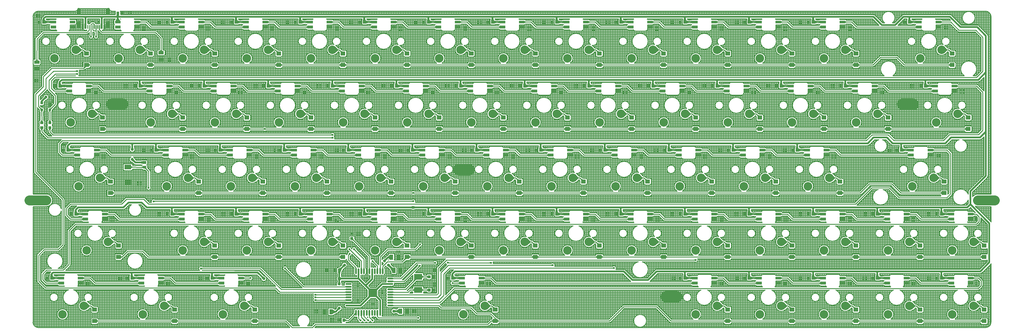
<source format=gbl>
G04 Layer: BottomLayer*
G04 EasyEDA v6.4.7, 2020-11-18T11:17:11+08:00*
G04 fbb30233ba194d4b9104cbe7c287d4b3,98eef565fa774a6b8f51c3c50c7f61d6,10*
G04 Gerber Generator version 0.2*
G04 Scale: 100 percent, Rotated: No, Reflected: No *
G04 Dimensions in millimeters *
G04 leading zeros omitted , absolute positions ,3 integer and 3 decimal *
%FSLAX33Y33*%
%MOMM*%
G90*
D02*

%ADD10C,0.254000*%
%ADD11C,0.508000*%
%ADD12C,0.913994*%
%ADD13C,0.610006*%
%ADD14C,2.540000*%
%ADD15C,2.999994*%
%ADD16C,3.499993*%
%ADD17C,0.999998*%
%ADD18C,0.499999*%

%LPD*%
G54D10*
G01X26401Y92218D02*
G01X26388Y92242D01*
G01X26388Y92242D02*
G01X26419Y92242D01*
G01X4764Y91950D02*
G01X4270Y92077D01*
G01X4270Y92077D02*
G01X4256Y92131D01*
G01X4256Y92131D02*
G01X4367Y92242D01*
G01X4367Y92242D02*
G01X7263Y92242D01*
G01X7185Y92106D02*
G01X5644Y92106D01*
G01X5556Y92098D02*
G01X4832Y91950D01*
G01X4832Y91950D02*
G01X4764Y91950D01*
G01X4307Y92182D02*
G01X7222Y92182D01*
G01X6845Y92106D02*
G01X6845Y92242D01*
G01X6337Y92106D02*
G01X6337Y92242D01*
G01X5829Y92106D02*
G01X5829Y92242D01*
G01X5321Y92050D02*
G01X5321Y92242D01*
G01X4813Y91950D02*
G01X4813Y92242D01*
G01X4305Y92068D02*
G01X4305Y92180D01*
G01X262756Y92095D02*
G01X262033Y91949D01*
G01X262033Y91949D02*
G01X261934Y91949D01*
G01X261934Y91949D02*
G01X261455Y92073D01*
G01X261455Y92073D02*
G01X261423Y92242D01*
G01X261423Y92242D02*
G01X264465Y92242D01*
G01X264385Y92103D02*
G01X262840Y92103D01*
G01X261435Y92182D02*
G01X264423Y92182D01*
G01X264401Y92140D02*
G01X264401Y92242D01*
G01X263893Y92103D02*
G01X263893Y92242D01*
G01X263385Y92103D02*
G01X263385Y92242D01*
G01X262877Y92103D02*
G01X262877Y92242D01*
G01X262369Y92017D02*
G01X262369Y92242D01*
G01X261861Y91968D02*
G01X261861Y92242D01*
G01X234270Y92095D02*
G01X233546Y91949D01*
G01X233546Y91949D02*
G01X233364Y91949D01*
G01X233364Y91949D02*
G01X232885Y92073D01*
G01X232885Y92073D02*
G01X232853Y92242D01*
G01X232853Y92242D02*
G01X235978Y92242D01*
G01X235898Y92103D02*
G01X234356Y92103D01*
G01X232865Y92182D02*
G01X235937Y92182D01*
G01X235953Y92207D02*
G01X235953Y92242D01*
G01X235445Y92103D02*
G01X235445Y92242D01*
G01X234937Y92103D02*
G01X234937Y92242D01*
G01X234429Y92103D02*
G01X234429Y92242D01*
G01X233921Y92025D02*
G01X233921Y92242D01*
G01X233413Y91949D02*
G01X233413Y92242D01*
G01X232905Y92068D02*
G01X232905Y92242D01*
G01X215220Y92095D02*
G01X214496Y91949D01*
G01X214496Y91949D02*
G01X214314Y91949D01*
G01X214314Y91949D02*
G01X213835Y92073D01*
G01X213835Y92073D02*
G01X213803Y92242D01*
G01X213803Y92242D02*
G01X216928Y92242D01*
G01X216848Y92103D02*
G01X215304Y92103D01*
G01X213815Y92182D02*
G01X216887Y92182D01*
G01X216649Y92103D02*
G01X216649Y92242D01*
G01X216141Y92103D02*
G01X216141Y92242D01*
G01X215633Y92103D02*
G01X215633Y92242D01*
G01X215125Y92076D02*
G01X215125Y92242D01*
G01X214617Y91973D02*
G01X214617Y92242D01*
G01X214109Y92002D02*
G01X214109Y92242D01*
G01X196170Y92095D02*
G01X195446Y91949D01*
G01X195446Y91949D02*
G01X195264Y91949D01*
G01X195264Y91949D02*
G01X194785Y92073D01*
G01X194785Y92073D02*
G01X194753Y92242D01*
G01X194753Y92242D02*
G01X197878Y92242D01*
G01X197798Y92103D02*
G01X196255Y92103D01*
G01X194765Y92182D02*
G01X197837Y92182D01*
G01X197853Y92207D02*
G01X197853Y92242D01*
G01X197345Y92103D02*
G01X197345Y92242D01*
G01X196837Y92103D02*
G01X196837Y92242D01*
G01X196329Y92103D02*
G01X196329Y92242D01*
G01X195821Y92025D02*
G01X195821Y92242D01*
G01X195313Y91949D02*
G01X195313Y92242D01*
G01X194805Y92068D02*
G01X194805Y92242D01*
G01X158060Y92095D02*
G01X157336Y91949D01*
G01X157336Y91949D02*
G01X157154Y91949D01*
G01X157154Y91949D02*
G01X156675Y92073D01*
G01X156675Y92073D02*
G01X156643Y92242D01*
G01X156643Y92242D02*
G01X159768Y92242D01*
G01X159688Y92103D02*
G01X158147Y92103D01*
G01X156655Y92182D02*
G01X159727Y92182D01*
G01X159753Y92221D02*
G01X159753Y92242D01*
G01X159245Y92103D02*
G01X159245Y92242D01*
G01X158737Y92103D02*
G01X158737Y92242D01*
G01X158229Y92103D02*
G01X158229Y92242D01*
G01X157721Y92027D02*
G01X157721Y92242D01*
G01X157213Y91949D02*
G01X157213Y92242D01*
G01X156705Y92065D02*
G01X156705Y92242D01*
G01X139020Y92095D02*
G01X138296Y91949D01*
G01X138296Y91949D02*
G01X138114Y91949D01*
G01X138114Y91949D02*
G01X137636Y92073D01*
G01X137636Y92073D02*
G01X137603Y92242D01*
G01X137603Y92242D02*
G01X140729Y92242D01*
G01X140649Y92103D02*
G01X139097Y92103D01*
G01X137615Y92182D02*
G01X140687Y92182D01*
G01X140449Y92103D02*
G01X140449Y92242D01*
G01X139941Y92103D02*
G01X139941Y92242D01*
G01X139433Y92103D02*
G01X139433Y92242D01*
G01X138925Y92076D02*
G01X138925Y92242D01*
G01X138417Y91973D02*
G01X138417Y92242D01*
G01X137909Y92002D02*
G01X137909Y92242D01*
G01X119970Y92095D02*
G01X119246Y91949D01*
G01X119246Y91949D02*
G01X119064Y91949D01*
G01X119064Y91949D02*
G01X118586Y92073D01*
G01X118586Y92073D02*
G01X118553Y92242D01*
G01X118553Y92242D02*
G01X121679Y92242D01*
G01X121599Y92103D02*
G01X120047Y92103D01*
G01X118565Y92182D02*
G01X121637Y92182D01*
G01X121653Y92207D02*
G01X121653Y92242D01*
G01X121145Y92103D02*
G01X121145Y92242D01*
G01X120637Y92103D02*
G01X120637Y92242D01*
G01X120129Y92103D02*
G01X120129Y92242D01*
G01X119621Y92025D02*
G01X119621Y92242D01*
G01X119113Y91949D02*
G01X119113Y92242D01*
G01X118605Y92068D02*
G01X118605Y92242D01*
G01X177110Y92095D02*
G01X176386Y91949D01*
G01X176386Y91949D02*
G01X176204Y91949D01*
G01X176204Y91949D02*
G01X175725Y92073D01*
G01X175725Y92073D02*
G01X175693Y92242D01*
G01X175693Y92242D02*
G01X178818Y92242D01*
G01X178738Y92103D02*
G01X177194Y92103D01*
G01X175705Y92182D02*
G01X178777Y92182D01*
G01X178549Y92103D02*
G01X178549Y92242D01*
G01X178041Y92103D02*
G01X178041Y92242D01*
G01X177533Y92103D02*
G01X177533Y92242D01*
G01X177025Y92078D02*
G01X177025Y92242D01*
G01X176517Y91975D02*
G01X176517Y92242D01*
G01X176009Y91999D02*
G01X176009Y92242D01*
G01X43770Y92095D02*
G01X43046Y91949D01*
G01X43046Y91949D02*
G01X42865Y91949D01*
G01X42865Y91949D02*
G01X42386Y92073D01*
G01X42386Y92073D02*
G01X42353Y92242D01*
G01X42353Y92242D02*
G01X45479Y92242D01*
G01X45399Y92103D02*
G01X43856Y92103D01*
G01X42365Y92182D02*
G01X45437Y92182D01*
G01X45453Y92207D02*
G01X45453Y92242D01*
G01X44945Y92103D02*
G01X44945Y92242D01*
G01X44437Y92103D02*
G01X44437Y92242D01*
G01X43929Y92103D02*
G01X43929Y92242D01*
G01X43421Y92025D02*
G01X43421Y92242D01*
G01X42913Y91949D02*
G01X42913Y92242D01*
G01X42405Y92068D02*
G01X42405Y92242D01*
G01X100910Y92095D02*
G01X100186Y91949D01*
G01X100186Y91949D02*
G01X100004Y91949D01*
G01X100004Y91949D02*
G01X99526Y92073D01*
G01X99526Y92073D02*
G01X99493Y92242D01*
G01X99493Y92242D02*
G01X102619Y92242D01*
G01X102539Y92103D02*
G01X100987Y92103D01*
G01X99505Y92182D02*
G01X102577Y92182D01*
G01X102349Y92103D02*
G01X102349Y92242D01*
G01X101841Y92103D02*
G01X101841Y92242D01*
G01X101333Y92103D02*
G01X101333Y92242D01*
G01X100825Y92078D02*
G01X100825Y92242D01*
G01X100317Y91975D02*
G01X100317Y92242D01*
G01X99809Y91999D02*
G01X99809Y92242D01*
G01X62810Y92095D02*
G01X62086Y91949D01*
G01X62086Y91949D02*
G01X61905Y91949D01*
G01X61905Y91949D02*
G01X61426Y92073D01*
G01X61426Y92073D02*
G01X61393Y92242D01*
G01X61393Y92242D02*
G01X64519Y92242D01*
G01X64439Y92103D02*
G01X62897Y92103D01*
G01X61405Y92182D02*
G01X64477Y92182D01*
G01X64249Y92103D02*
G01X64249Y92242D01*
G01X63741Y92103D02*
G01X63741Y92242D01*
G01X63233Y92103D02*
G01X63233Y92242D01*
G01X62725Y92078D02*
G01X62725Y92242D01*
G01X62217Y91975D02*
G01X62217Y92242D01*
G01X61709Y91999D02*
G01X61709Y92242D01*
G01X81856Y92095D02*
G01X81136Y91949D01*
G01X81136Y91949D02*
G01X80954Y91949D01*
G01X80954Y91949D02*
G01X80476Y92073D01*
G01X80476Y92073D02*
G01X80443Y92242D01*
G01X80443Y92242D02*
G01X83569Y92242D01*
G01X83489Y92103D02*
G01X81937Y92103D01*
G01X80455Y92182D02*
G01X83527Y92182D01*
G01X83553Y92221D02*
G01X83553Y92242D01*
G01X83045Y92103D02*
G01X83045Y92242D01*
G01X82537Y92103D02*
G01X82537Y92242D01*
G01X82029Y92103D02*
G01X82029Y92242D01*
G01X81521Y92027D02*
G01X81521Y92242D01*
G01X81013Y91949D02*
G01X81013Y92242D01*
G01X80505Y92065D02*
G01X80505Y92242D01*
G01X272550Y92242D02*
G01X272971Y91820D01*
G01X272971Y91820D02*
G01X270605Y91820D01*
G01X270605Y91820D02*
G01X270481Y91882D01*
G01X270133Y92103D02*
G01X268581Y92103D01*
G01X268501Y92242D02*
G01X272550Y92242D01*
G01X268543Y92182D02*
G01X272610Y92182D01*
G01X272529Y91820D02*
G01X272529Y92242D01*
G01X272021Y91820D02*
G01X272021Y92242D01*
G01X271513Y91820D02*
G01X271513Y92242D01*
G01X271005Y91820D02*
G01X271005Y92242D01*
G01X270497Y91874D02*
G01X270497Y92242D01*
G01X269989Y92103D02*
G01X269989Y92242D01*
G01X269481Y92103D02*
G01X269481Y92242D01*
G01X268973Y92103D02*
G01X268973Y92242D01*
G01X19783Y90819D02*
G01X19483Y90819D01*
G01X19283Y90819D02*
G01X19088Y90819D01*
G01X18996Y90944D02*
G01X18716Y91223D01*
G01X18354Y91373D02*
G01X17912Y91373D01*
G01X17551Y91223D02*
G01X17271Y90944D01*
G01X17179Y90819D02*
G01X16983Y90819D01*
G01X16783Y90819D02*
G01X16646Y90819D01*
G01X16646Y90819D02*
G01X16623Y91208D01*
G01X16623Y91208D02*
G01X16623Y92242D01*
G01X16623Y92242D02*
G01X20144Y92242D01*
G01X20144Y92242D02*
G01X20144Y91208D01*
G01X20144Y91208D02*
G01X20121Y90819D01*
G01X20121Y90819D02*
G01X19983Y90819D01*
G01X16626Y91166D02*
G01X17493Y91166D01*
G01X18774Y91166D02*
G01X20141Y91166D01*
G01X16623Y91674D02*
G01X20144Y91674D01*
G01X16623Y92182D02*
G01X20144Y92182D01*
G01X20053Y90819D02*
G01X20053Y92242D01*
G01X19545Y90819D02*
G01X19545Y92242D01*
G01X19037Y90897D02*
G01X19037Y92242D01*
G01X18529Y91342D02*
G01X18529Y92242D01*
G01X18021Y91373D02*
G01X18021Y92242D01*
G01X17513Y91186D02*
G01X17513Y92242D01*
G01X17005Y90819D02*
G01X17005Y92242D01*
G01X176838Y90381D02*
G01X176715Y90319D01*
G01X176715Y90319D02*
G01X169085Y90319D01*
G01X169085Y90319D02*
G01X167736Y91670D01*
G01X167374Y91820D02*
G01X165908Y91820D01*
G01X165908Y91820D02*
G01X165784Y91882D01*
G01X165436Y92103D02*
G01X163885Y92103D01*
G01X163804Y92242D02*
G01X174294Y92242D01*
G01X174294Y92242D02*
G01X174216Y91840D01*
G01X174208Y91761D02*
G01X174208Y90861D01*
G01X174593Y90476D02*
G01X175393Y90476D01*
G01X175489Y90489D02*
G01X176203Y90671D01*
G01X176203Y90671D02*
G01X176385Y90671D01*
G01X176385Y90671D02*
G01X176986Y90547D01*
G01X168747Y90658D02*
G01X174267Y90658D01*
G01X176150Y90658D02*
G01X176450Y90658D01*
G01X168239Y91166D02*
G01X174208Y91166D01*
G01X167732Y91674D02*
G01X174208Y91674D01*
G01X163846Y92182D02*
G01X174282Y92182D01*
G01X176517Y90319D02*
G01X176517Y90644D01*
G01X176009Y90319D02*
G01X176009Y90621D01*
G01X175501Y90319D02*
G01X175501Y90492D01*
G01X174993Y90319D02*
G01X174993Y90476D01*
G01X174485Y90319D02*
G01X174485Y90492D01*
G01X173977Y90319D02*
G01X173977Y92242D01*
G01X173469Y90319D02*
G01X173469Y92242D01*
G01X172961Y90319D02*
G01X172961Y92242D01*
G01X172453Y90319D02*
G01X172453Y92242D01*
G01X171945Y90319D02*
G01X171945Y92242D01*
G01X171437Y90319D02*
G01X171437Y92242D01*
G01X170929Y90319D02*
G01X170929Y92242D01*
G01X170421Y90319D02*
G01X170421Y92242D01*
G01X169913Y90319D02*
G01X169913Y92242D01*
G01X169405Y90319D02*
G01X169405Y92242D01*
G01X168897Y90507D02*
G01X168897Y92242D01*
G01X168389Y91016D02*
G01X168389Y92242D01*
G01X167881Y91525D02*
G01X167881Y92242D01*
G01X167373Y91820D02*
G01X167373Y92242D01*
G01X166865Y91820D02*
G01X166865Y92242D01*
G01X166357Y91820D02*
G01X166357Y92242D01*
G01X165849Y91850D02*
G01X165849Y92242D01*
G01X165341Y92103D02*
G01X165341Y92242D01*
G01X164833Y92103D02*
G01X164833Y92242D01*
G01X164325Y92103D02*
G01X164325Y92242D01*
G01X163817Y92226D02*
G01X163817Y92242D01*
G01X119698Y90381D02*
G01X119575Y90319D01*
G01X119575Y90319D02*
G01X111935Y90319D01*
G01X111935Y90319D02*
G01X110586Y91670D01*
G01X110224Y91820D02*
G01X108758Y91820D01*
G01X108758Y91820D02*
G01X108635Y91882D01*
G01X108287Y92103D02*
G01X106735Y92103D01*
G01X106655Y92242D02*
G01X117154Y92242D01*
G01X117154Y92242D02*
G01X117075Y91834D01*
G01X117068Y91758D02*
G01X117068Y90861D01*
G01X117453Y90476D02*
G01X118253Y90476D01*
G01X118349Y90488D02*
G01X119064Y90671D01*
G01X119064Y90671D02*
G01X119245Y90671D01*
G01X119245Y90671D02*
G01X119846Y90547D01*
G01X111597Y90658D02*
G01X117127Y90658D01*
G01X119011Y90658D02*
G01X119310Y90658D01*
G01X111089Y91166D02*
G01X117068Y91166D01*
G01X110582Y91674D02*
G01X117068Y91674D01*
G01X106696Y92182D02*
G01X117142Y92182D01*
G01X119621Y90342D02*
G01X119621Y90593D01*
G01X119113Y90319D02*
G01X119113Y90671D01*
G01X118605Y90319D02*
G01X118605Y90554D01*
G01X118097Y90319D02*
G01X118097Y90476D01*
G01X117589Y90319D02*
G01X117589Y90476D01*
G01X117081Y90319D02*
G01X117081Y90764D01*
G01X117081Y91863D02*
G01X117081Y92242D01*
G01X116573Y90319D02*
G01X116573Y92242D01*
G01X116065Y90319D02*
G01X116065Y92242D01*
G01X115557Y90319D02*
G01X115557Y92242D01*
G01X115049Y90319D02*
G01X115049Y92242D01*
G01X114541Y90319D02*
G01X114541Y92242D01*
G01X114033Y90319D02*
G01X114033Y92242D01*
G01X113525Y90319D02*
G01X113525Y92242D01*
G01X113017Y90319D02*
G01X113017Y92242D01*
G01X112509Y90319D02*
G01X112509Y92242D01*
G01X112001Y90319D02*
G01X112001Y92242D01*
G01X111493Y90761D02*
G01X111493Y92242D01*
G01X110985Y91270D02*
G01X110985Y92242D01*
G01X110477Y91753D02*
G01X110477Y92242D01*
G01X109969Y91820D02*
G01X109969Y92242D01*
G01X109461Y91820D02*
G01X109461Y92242D01*
G01X108953Y91820D02*
G01X108953Y92242D01*
G01X108445Y92069D02*
G01X108445Y92242D01*
G01X107937Y92103D02*
G01X107937Y92242D01*
G01X107429Y92103D02*
G01X107429Y92242D01*
G01X106921Y92103D02*
G01X106921Y92242D01*
G01X43498Y90381D02*
G01X43375Y90319D01*
G01X43375Y90319D02*
G01X35706Y90319D01*
G01X35706Y90319D02*
G01X34355Y91670D01*
G01X33993Y91820D02*
G01X32559Y91820D01*
G01X32559Y91820D02*
G01X32435Y91882D01*
G01X32087Y92103D02*
G01X30535Y92103D01*
G01X30455Y92242D02*
G01X40954Y92242D01*
G01X40954Y92242D02*
G01X40876Y91834D01*
G01X40869Y91755D02*
G01X40869Y90861D01*
G01X41253Y90476D02*
G01X42053Y90476D01*
G01X42149Y90488D02*
G01X42864Y90671D01*
G01X42864Y90671D02*
G01X43045Y90671D01*
G01X43045Y90671D02*
G01X43646Y90547D01*
G01X35368Y90658D02*
G01X40927Y90658D01*
G01X42811Y90658D02*
G01X43110Y90658D01*
G01X34860Y91166D02*
G01X40869Y91166D01*
G01X34352Y91674D02*
G01X40869Y91674D01*
G01X30497Y92182D02*
G01X40942Y92182D01*
G01X43421Y90342D02*
G01X43421Y90593D01*
G01X42913Y90319D02*
G01X42913Y90671D01*
G01X42405Y90319D02*
G01X42405Y90554D01*
G01X41897Y90319D02*
G01X41897Y90476D01*
G01X41389Y90319D02*
G01X41389Y90476D01*
G01X40881Y90319D02*
G01X40881Y90765D01*
G01X40881Y91862D02*
G01X40881Y92242D01*
G01X40373Y90319D02*
G01X40373Y92242D01*
G01X39865Y90319D02*
G01X39865Y92242D01*
G01X39357Y90319D02*
G01X39357Y92242D01*
G01X38849Y90319D02*
G01X38849Y92242D01*
G01X38341Y90319D02*
G01X38341Y92242D01*
G01X37833Y90319D02*
G01X37833Y92242D01*
G01X37325Y90319D02*
G01X37325Y92242D01*
G01X36817Y90319D02*
G01X36817Y92242D01*
G01X36309Y90319D02*
G01X36309Y92242D01*
G01X35801Y90319D02*
G01X35801Y92242D01*
G01X35293Y90732D02*
G01X35293Y92242D01*
G01X34785Y91240D02*
G01X34785Y92242D01*
G01X34277Y91734D02*
G01X34277Y92242D01*
G01X33769Y91820D02*
G01X33769Y92242D01*
G01X33261Y91820D02*
G01X33261Y92242D01*
G01X32753Y91820D02*
G01X32753Y92242D01*
G01X32245Y92069D02*
G01X32245Y92242D01*
G01X31737Y92103D02*
G01X31737Y92242D01*
G01X31229Y92103D02*
G01X31229Y92242D01*
G01X30721Y92103D02*
G01X30721Y92242D01*
G01X157788Y90381D02*
G01X157665Y90319D01*
G01X157665Y90319D02*
G01X150035Y90319D01*
G01X150035Y90319D02*
G01X148686Y91670D01*
G01X148324Y91820D02*
G01X146868Y91820D01*
G01X146868Y91820D02*
G01X146745Y91882D01*
G01X146396Y92103D02*
G01X144845Y92103D01*
G01X144765Y92242D02*
G01X155244Y92242D01*
G01X155244Y92242D02*
G01X155166Y91839D01*
G01X155158Y91761D02*
G01X155158Y90861D01*
G01X155543Y90476D02*
G01X156343Y90476D01*
G01X156443Y90490D02*
G01X157153Y90671D01*
G01X157153Y90671D02*
G01X157335Y90671D01*
G01X157335Y90671D02*
G01X157936Y90547D01*
G01X149697Y90658D02*
G01X155217Y90658D01*
G01X157100Y90658D02*
G01X157400Y90658D01*
G01X149189Y91166D02*
G01X155158Y91166D01*
G01X148682Y91674D02*
G01X155158Y91674D01*
G01X144806Y92182D02*
G01X155232Y92182D01*
G01X157721Y90347D02*
G01X157721Y90591D01*
G01X157213Y90319D02*
G01X157213Y90671D01*
G01X156705Y90319D02*
G01X156705Y90557D01*
G01X156197Y90319D02*
G01X156197Y90476D01*
G01X155689Y90319D02*
G01X155689Y90476D01*
G01X155181Y90319D02*
G01X155181Y90731D01*
G01X155181Y91915D02*
G01X155181Y92242D01*
G01X154673Y90319D02*
G01X154673Y92242D01*
G01X154165Y90319D02*
G01X154165Y92242D01*
G01X153657Y90319D02*
G01X153657Y92242D01*
G01X153149Y90319D02*
G01X153149Y92242D01*
G01X152641Y90319D02*
G01X152641Y92242D01*
G01X152133Y90319D02*
G01X152133Y92242D01*
G01X151625Y90319D02*
G01X151625Y92242D01*
G01X151117Y90319D02*
G01X151117Y92242D01*
G01X150609Y90319D02*
G01X150609Y92242D01*
G01X150101Y90319D02*
G01X150101Y92242D01*
G01X149593Y90761D02*
G01X149593Y92242D01*
G01X149085Y91270D02*
G01X149085Y92242D01*
G01X148577Y91753D02*
G01X148577Y92242D01*
G01X148069Y91820D02*
G01X148069Y92242D01*
G01X147561Y91820D02*
G01X147561Y92242D01*
G01X147053Y91820D02*
G01X147053Y92242D01*
G01X146545Y92073D02*
G01X146545Y92242D01*
G01X146037Y92103D02*
G01X146037Y92242D01*
G01X145529Y92103D02*
G01X145529Y92242D01*
G01X145021Y92103D02*
G01X145021Y92242D01*
G01X62538Y90381D02*
G01X62415Y90319D01*
G01X62415Y90319D02*
G01X54777Y90319D01*
G01X54777Y90319D02*
G01X53425Y91670D01*
G01X53064Y91820D02*
G01X51619Y91820D01*
G01X51619Y91820D02*
G01X51495Y91882D01*
G01X51147Y92103D02*
G01X49595Y92103D01*
G01X49515Y92242D02*
G01X59994Y92242D01*
G01X59994Y92242D02*
G01X59915Y91834D01*
G01X59909Y91756D02*
G01X59909Y90861D01*
G01X60293Y90477D02*
G01X61089Y90477D01*
G01X61189Y90488D02*
G01X61904Y90671D01*
G01X61904Y90671D02*
G01X62085Y90671D01*
G01X62085Y90671D02*
G01X62686Y90547D01*
G01X54438Y90658D02*
G01X59967Y90658D01*
G01X61851Y90658D02*
G01X62150Y90658D01*
G01X53930Y91166D02*
G01X59909Y91166D01*
G01X53422Y91674D02*
G01X59909Y91674D01*
G01X49556Y92182D02*
G01X59982Y92182D01*
G01X62217Y90319D02*
G01X62217Y90644D01*
G01X61709Y90319D02*
G01X61709Y90621D01*
G01X61201Y90319D02*
G01X61201Y90492D01*
G01X60693Y90319D02*
G01X60693Y90477D01*
G01X60185Y90319D02*
G01X60185Y90492D01*
G01X59677Y90319D02*
G01X59677Y92242D01*
G01X59169Y90319D02*
G01X59169Y92242D01*
G01X58661Y90319D02*
G01X58661Y92242D01*
G01X58153Y90319D02*
G01X58153Y92242D01*
G01X57645Y90319D02*
G01X57645Y92242D01*
G01X57137Y90319D02*
G01X57137Y92242D01*
G01X56629Y90319D02*
G01X56629Y92242D01*
G01X56121Y90319D02*
G01X56121Y92242D01*
G01X55613Y90319D02*
G01X55613Y92242D01*
G01X55105Y90319D02*
G01X55105Y92242D01*
G01X54597Y90499D02*
G01X54597Y92242D01*
G01X54089Y91007D02*
G01X54089Y92242D01*
G01X53581Y91515D02*
G01X53581Y92242D01*
G01X53073Y91820D02*
G01X53073Y92242D01*
G01X52565Y91820D02*
G01X52565Y92242D01*
G01X52057Y91820D02*
G01X52057Y92242D01*
G01X51549Y91855D02*
G01X51549Y92242D01*
G01X51041Y92103D02*
G01X51041Y92242D01*
G01X50533Y92103D02*
G01X50533Y92242D01*
G01X50025Y92103D02*
G01X50025Y92242D01*
G01X49517Y92239D02*
G01X49517Y92242D01*
G01X138748Y90380D02*
G01X138625Y90319D01*
G01X138625Y90319D02*
G01X130985Y90319D01*
G01X130985Y90319D02*
G01X129636Y91670D01*
G01X129274Y91820D02*
G01X127818Y91820D01*
G01X127818Y91820D02*
G01X127695Y91882D01*
G01X127347Y92103D02*
G01X125795Y92103D01*
G01X125715Y92242D02*
G01X136204Y92242D01*
G01X136204Y92242D02*
G01X136126Y91839D01*
G01X136118Y91761D02*
G01X136118Y90861D01*
G01X136503Y90476D02*
G01X137303Y90476D01*
G01X137400Y90489D02*
G01X138114Y90671D01*
G01X138114Y90671D02*
G01X138295Y90671D01*
G01X138295Y90671D02*
G01X138896Y90547D01*
G01X130647Y90658D02*
G01X136177Y90658D01*
G01X138061Y90658D02*
G01X138360Y90658D01*
G01X130139Y91166D02*
G01X136118Y91166D01*
G01X129632Y91674D02*
G01X136118Y91674D01*
G01X125756Y92182D02*
G01X136192Y92182D01*
G01X138417Y90319D02*
G01X138417Y90646D01*
G01X137909Y90319D02*
G01X137909Y90619D01*
G01X137401Y90319D02*
G01X137401Y90489D01*
G01X136893Y90319D02*
G01X136893Y90476D01*
G01X136385Y90319D02*
G01X136385Y90495D01*
G01X135877Y90319D02*
G01X135877Y92242D01*
G01X135369Y90319D02*
G01X135369Y92242D01*
G01X134861Y90319D02*
G01X134861Y92242D01*
G01X134353Y90319D02*
G01X134353Y92242D01*
G01X133845Y90319D02*
G01X133845Y92242D01*
G01X133337Y90319D02*
G01X133337Y92242D01*
G01X132829Y90319D02*
G01X132829Y92242D01*
G01X132321Y90319D02*
G01X132321Y92242D01*
G01X131813Y90319D02*
G01X131813Y92242D01*
G01X131305Y90319D02*
G01X131305Y92242D01*
G01X130797Y90507D02*
G01X130797Y92242D01*
G01X130289Y91016D02*
G01X130289Y92242D01*
G01X129781Y91525D02*
G01X129781Y92242D01*
G01X129273Y91820D02*
G01X129273Y92242D01*
G01X128765Y91820D02*
G01X128765Y92242D01*
G01X128257Y91820D02*
G01X128257Y92242D01*
G01X127749Y91855D02*
G01X127749Y92242D01*
G01X127241Y92103D02*
G01X127241Y92242D01*
G01X126733Y92103D02*
G01X126733Y92242D01*
G01X126225Y92103D02*
G01X126225Y92242D01*
G01X125717Y92239D02*
G01X125717Y92242D01*
G01X81588Y90380D02*
G01X81465Y90319D01*
G01X81465Y90319D02*
G01X73824Y90319D01*
G01X73824Y90319D02*
G01X72476Y91670D01*
G01X72114Y91820D02*
G01X70658Y91820D01*
G01X70658Y91820D02*
G01X70535Y91882D01*
G01X70187Y92103D02*
G01X68635Y92103D01*
G01X68555Y92242D02*
G01X79044Y92242D01*
G01X79044Y92242D02*
G01X78965Y91834D01*
G01X78959Y91759D02*
G01X78959Y90861D01*
G01X79343Y90476D02*
G01X80143Y90476D01*
G01X80242Y90489D02*
G01X80954Y90671D01*
G01X80954Y90671D02*
G01X81135Y90671D01*
G01X81135Y90671D02*
G01X81736Y90547D01*
G01X73486Y90658D02*
G01X79017Y90658D01*
G01X80901Y90658D02*
G01X81200Y90658D01*
G01X72979Y91166D02*
G01X78959Y91166D01*
G01X72472Y91674D02*
G01X78959Y91674D01*
G01X68596Y92182D02*
G01X79032Y92182D01*
G01X81521Y90347D02*
G01X81521Y90591D01*
G01X81013Y90319D02*
G01X81013Y90671D01*
G01X80505Y90319D02*
G01X80505Y90556D01*
G01X79997Y90319D02*
G01X79997Y90476D01*
G01X79489Y90319D02*
G01X79489Y90476D01*
G01X78981Y90319D02*
G01X78981Y90732D01*
G01X78981Y91915D02*
G01X78981Y92242D01*
G01X78473Y90319D02*
G01X78473Y92242D01*
G01X77965Y90319D02*
G01X77965Y92242D01*
G01X77457Y90319D02*
G01X77457Y92242D01*
G01X76949Y90319D02*
G01X76949Y92242D01*
G01X76441Y90319D02*
G01X76441Y92242D01*
G01X75933Y90319D02*
G01X75933Y92242D01*
G01X75425Y90319D02*
G01X75425Y92242D01*
G01X74917Y90319D02*
G01X74917Y92242D01*
G01X74409Y90319D02*
G01X74409Y92242D01*
G01X73901Y90319D02*
G01X73901Y92242D01*
G01X73393Y90751D02*
G01X73393Y92242D01*
G01X72885Y91260D02*
G01X72885Y92242D01*
G01X72377Y91747D02*
G01X72377Y92242D01*
G01X71869Y91820D02*
G01X71869Y92242D01*
G01X71361Y91820D02*
G01X71361Y92242D01*
G01X70853Y91820D02*
G01X70853Y92242D01*
G01X70345Y92069D02*
G01X70345Y92242D01*
G01X69837Y92103D02*
G01X69837Y92242D01*
G01X69329Y92103D02*
G01X69329Y92242D01*
G01X68821Y92103D02*
G01X68821Y92242D01*
G01X245274Y90319D02*
G01X243926Y91670D01*
G01X243564Y91820D02*
G01X242118Y91820D01*
G01X242118Y91820D02*
G01X241994Y91882D01*
G01X241646Y92103D02*
G01X240094Y92103D01*
G01X240014Y92242D02*
G01X249789Y92242D01*
G01X249789Y92242D02*
G01X251711Y90319D01*
G01X251711Y90319D02*
G01X245274Y90319D01*
G01X244936Y90658D02*
G01X251373Y90658D01*
G01X244429Y91166D02*
G01X250865Y91166D01*
G01X243922Y91674D02*
G01X250357Y91674D01*
G01X240056Y92182D02*
G01X249849Y92182D01*
G01X251701Y90319D02*
G01X251701Y90329D01*
G01X251193Y90319D02*
G01X251193Y90837D01*
G01X250685Y90319D02*
G01X250685Y91345D01*
G01X250177Y90319D02*
G01X250177Y91853D01*
G01X249669Y90319D02*
G01X249669Y92242D01*
G01X249161Y90319D02*
G01X249161Y92242D01*
G01X248653Y90319D02*
G01X248653Y92242D01*
G01X248145Y90319D02*
G01X248145Y92242D01*
G01X247637Y90319D02*
G01X247637Y92242D01*
G01X247129Y90319D02*
G01X247129Y92242D01*
G01X246621Y90319D02*
G01X246621Y92242D01*
G01X246113Y90319D02*
G01X246113Y92242D01*
G01X245605Y90319D02*
G01X245605Y92242D01*
G01X245097Y90497D02*
G01X245097Y92242D01*
G01X244589Y91006D02*
G01X244589Y92242D01*
G01X244081Y91514D02*
G01X244081Y92242D01*
G01X243573Y91820D02*
G01X243573Y92242D01*
G01X243065Y91820D02*
G01X243065Y92242D01*
G01X242557Y91820D02*
G01X242557Y92242D01*
G01X242049Y91855D02*
G01X242049Y92242D01*
G01X241541Y92103D02*
G01X241541Y92242D01*
G01X241033Y92103D02*
G01X241033Y92242D01*
G01X240525Y92103D02*
G01X240525Y92242D01*
G01X240017Y92239D02*
G01X240017Y92242D01*
G01X214948Y90381D02*
G01X214825Y90319D01*
G01X214825Y90319D02*
G01X207185Y90319D01*
G01X207185Y90319D02*
G01X205836Y91670D01*
G01X205474Y91820D02*
G01X204018Y91820D01*
G01X204018Y91820D02*
G01X203895Y91882D01*
G01X203546Y92103D02*
G01X201995Y92103D01*
G01X201915Y92242D02*
G01X212404Y92242D01*
G01X212404Y92242D02*
G01X212327Y91842D01*
G01X212318Y91761D02*
G01X212318Y90861D01*
G01X212703Y90476D02*
G01X213503Y90476D01*
G01X213602Y90489D02*
G01X214313Y90671D01*
G01X214313Y90671D02*
G01X214495Y90671D01*
G01X214495Y90671D02*
G01X215096Y90547D01*
G01X206847Y90658D02*
G01X212377Y90658D01*
G01X214260Y90658D02*
G01X214560Y90658D01*
G01X206339Y91166D02*
G01X212318Y91166D01*
G01X205832Y91674D02*
G01X212318Y91674D01*
G01X201956Y92182D02*
G01X212392Y92182D01*
G01X214617Y90319D02*
G01X214617Y90646D01*
G01X214109Y90319D02*
G01X214109Y90619D01*
G01X213601Y90319D02*
G01X213601Y90489D01*
G01X213093Y90319D02*
G01X213093Y90476D01*
G01X212585Y90319D02*
G01X212585Y90495D01*
G01X212077Y90319D02*
G01X212077Y92242D01*
G01X211569Y90319D02*
G01X211569Y92242D01*
G01X211061Y90319D02*
G01X211061Y92242D01*
G01X210553Y90319D02*
G01X210553Y92242D01*
G01X210045Y90319D02*
G01X210045Y92242D01*
G01X209537Y90319D02*
G01X209537Y92242D01*
G01X209029Y90319D02*
G01X209029Y92242D01*
G01X208521Y90319D02*
G01X208521Y92242D01*
G01X208013Y90319D02*
G01X208013Y92242D01*
G01X207505Y90319D02*
G01X207505Y92242D01*
G01X206997Y90507D02*
G01X206997Y92242D01*
G01X206489Y91016D02*
G01X206489Y92242D01*
G01X205981Y91525D02*
G01X205981Y92242D01*
G01X205473Y91820D02*
G01X205473Y92242D01*
G01X204965Y91820D02*
G01X204965Y92242D01*
G01X204457Y91820D02*
G01X204457Y92242D01*
G01X203949Y91855D02*
G01X203949Y92242D01*
G01X203441Y92103D02*
G01X203441Y92242D01*
G01X202933Y92103D02*
G01X202933Y92242D01*
G01X202425Y92103D02*
G01X202425Y92242D01*
G01X201917Y92239D02*
G01X201917Y92242D01*
G01X195898Y90381D02*
G01X195775Y90319D01*
G01X195775Y90319D02*
G01X188106Y90319D01*
G01X188106Y90319D02*
G01X186755Y91670D01*
G01X186393Y91820D02*
G01X184958Y91820D01*
G01X184958Y91820D02*
G01X184835Y91882D01*
G01X184486Y92103D02*
G01X182935Y92103D01*
G01X182855Y92242D02*
G01X193354Y92242D01*
G01X193354Y92242D02*
G01X193276Y91839D01*
G01X193268Y91761D02*
G01X193268Y90861D01*
G01X193653Y90476D02*
G01X194453Y90476D01*
G01X194553Y90490D02*
G01X195263Y90671D01*
G01X195263Y90671D02*
G01X195445Y90671D01*
G01X195445Y90671D02*
G01X196046Y90547D01*
G01X187768Y90658D02*
G01X193327Y90658D01*
G01X195210Y90658D02*
G01X195510Y90658D01*
G01X187260Y91166D02*
G01X193268Y91166D01*
G01X186752Y91674D02*
G01X193268Y91674D01*
G01X182896Y92182D02*
G01X193342Y92182D01*
G01X195821Y90342D02*
G01X195821Y90593D01*
G01X195313Y90319D02*
G01X195313Y90671D01*
G01X194805Y90319D02*
G01X194805Y90554D01*
G01X194297Y90319D02*
G01X194297Y90476D01*
G01X193789Y90319D02*
G01X193789Y90476D01*
G01X193281Y90319D02*
G01X193281Y90764D01*
G01X193281Y91863D02*
G01X193281Y92242D01*
G01X192773Y90319D02*
G01X192773Y92242D01*
G01X192265Y90319D02*
G01X192265Y92242D01*
G01X191757Y90319D02*
G01X191757Y92242D01*
G01X191249Y90319D02*
G01X191249Y92242D01*
G01X190741Y90319D02*
G01X190741Y92242D01*
G01X190233Y90319D02*
G01X190233Y92242D01*
G01X189725Y90319D02*
G01X189725Y92242D01*
G01X189217Y90319D02*
G01X189217Y92242D01*
G01X188709Y90319D02*
G01X188709Y92242D01*
G01X188201Y90319D02*
G01X188201Y92242D01*
G01X187693Y90732D02*
G01X187693Y92242D01*
G01X187185Y91240D02*
G01X187185Y92242D01*
G01X186677Y91734D02*
G01X186677Y92242D01*
G01X186169Y91820D02*
G01X186169Y92242D01*
G01X185661Y91820D02*
G01X185661Y92242D01*
G01X185153Y91820D02*
G01X185153Y92242D01*
G01X184645Y92069D02*
G01X184645Y92242D01*
G01X184137Y92103D02*
G01X184137Y92242D01*
G01X183629Y92103D02*
G01X183629Y92242D01*
G01X183121Y92103D02*
G01X183121Y92242D01*
G01X233998Y90381D02*
G01X233875Y90319D01*
G01X233875Y90319D02*
G01X226235Y90319D01*
G01X226235Y90319D02*
G01X224886Y91670D01*
G01X224524Y91820D02*
G01X223068Y91820D01*
G01X223068Y91820D02*
G01X222945Y91882D01*
G01X222596Y92103D02*
G01X221044Y92103D01*
G01X220964Y92242D02*
G01X231454Y92242D01*
G01X231454Y92242D02*
G01X231375Y91834D01*
G01X231368Y91758D02*
G01X231368Y90861D01*
G01X231753Y90476D02*
G01X232553Y90476D01*
G01X232651Y90489D02*
G01X233363Y90671D01*
G01X233363Y90671D02*
G01X233545Y90671D01*
G01X233545Y90671D02*
G01X234146Y90547D01*
G01X225897Y90658D02*
G01X231427Y90658D01*
G01X233310Y90658D02*
G01X233610Y90658D01*
G01X225389Y91166D02*
G01X231368Y91166D01*
G01X224882Y91674D02*
G01X231368Y91674D01*
G01X221006Y92182D02*
G01X231442Y92182D01*
G01X233921Y90342D02*
G01X233921Y90593D01*
G01X233413Y90319D02*
G01X233413Y90671D01*
G01X232905Y90319D02*
G01X232905Y90554D01*
G01X232397Y90319D02*
G01X232397Y90476D01*
G01X231889Y90319D02*
G01X231889Y90476D01*
G01X231381Y90319D02*
G01X231381Y90763D01*
G01X231381Y91864D02*
G01X231381Y92242D01*
G01X230873Y90319D02*
G01X230873Y92242D01*
G01X230365Y90319D02*
G01X230365Y92242D01*
G01X229857Y90319D02*
G01X229857Y92242D01*
G01X229349Y90319D02*
G01X229349Y92242D01*
G01X228841Y90319D02*
G01X228841Y92242D01*
G01X228333Y90319D02*
G01X228333Y92242D01*
G01X227825Y90319D02*
G01X227825Y92242D01*
G01X227317Y90319D02*
G01X227317Y92242D01*
G01X226809Y90319D02*
G01X226809Y92242D01*
G01X226301Y90319D02*
G01X226301Y92242D01*
G01X225793Y90761D02*
G01X225793Y92242D01*
G01X225285Y91270D02*
G01X225285Y92242D01*
G01X224777Y91753D02*
G01X224777Y92242D01*
G01X224269Y91820D02*
G01X224269Y92242D01*
G01X223761Y91820D02*
G01X223761Y92242D01*
G01X223253Y91820D02*
G01X223253Y92242D01*
G01X222745Y92073D02*
G01X222745Y92242D01*
G01X222237Y92103D02*
G01X222237Y92242D01*
G01X221729Y92103D02*
G01X221729Y92242D01*
G01X221221Y92103D02*
G01X221221Y92242D01*
G01X257313Y90319D02*
G01X259236Y92242D01*
G01X259236Y92242D02*
G01X260024Y92242D01*
G01X260024Y92242D02*
G01X259946Y91840D01*
G01X259938Y91761D02*
G01X259938Y90861D01*
G01X260323Y90476D02*
G01X261123Y90476D01*
G01X261218Y90488D02*
G01X261933Y90671D01*
G01X261933Y90671D02*
G01X262031Y90671D01*
G01X262031Y90671D02*
G01X262633Y90547D01*
G01X262484Y90381D02*
G01X262361Y90319D01*
G01X262361Y90319D02*
G01X257313Y90319D01*
G01X257651Y90658D02*
G01X259997Y90658D01*
G01X261880Y90658D02*
G01X262096Y90658D01*
G01X258159Y91166D02*
G01X259938Y91166D01*
G01X258667Y91674D02*
G01X259938Y91674D01*
G01X259175Y92182D02*
G01X260012Y92182D01*
G01X262369Y90323D02*
G01X262369Y90601D01*
G01X261861Y90319D02*
G01X261861Y90653D01*
G01X261353Y90319D02*
G01X261353Y90523D01*
G01X260845Y90319D02*
G01X260845Y90476D01*
G01X260337Y90319D02*
G01X260337Y90476D01*
G01X259829Y90319D02*
G01X259829Y92242D01*
G01X259321Y90319D02*
G01X259321Y92242D01*
G01X258813Y90319D02*
G01X258813Y91819D01*
G01X258305Y90319D02*
G01X258305Y91311D01*
G01X257797Y90319D02*
G01X257797Y90803D01*
G01X100638Y90380D02*
G01X100515Y90319D01*
G01X100515Y90319D02*
G01X92856Y90319D01*
G01X92856Y90319D02*
G01X91505Y91670D01*
G01X91143Y91820D02*
G01X89708Y91820D01*
G01X89708Y91820D02*
G01X89585Y91882D01*
G01X89237Y92103D02*
G01X87685Y92103D01*
G01X87605Y92242D02*
G01X98094Y92242D01*
G01X98094Y92242D02*
G01X98016Y91839D01*
G01X98008Y91761D02*
G01X98008Y90861D01*
G01X98393Y90476D02*
G01X99193Y90476D01*
G01X99293Y90490D02*
G01X100004Y90671D01*
G01X100004Y90671D02*
G01X100185Y90671D01*
G01X100185Y90671D02*
G01X100786Y90547D01*
G01X92518Y90658D02*
G01X98067Y90658D01*
G01X99951Y90658D02*
G01X100250Y90658D01*
G01X92010Y91166D02*
G01X98008Y91166D01*
G01X91502Y91674D02*
G01X98008Y91674D01*
G01X87646Y92182D02*
G01X98082Y92182D01*
G01X100317Y90319D02*
G01X100317Y90644D01*
G01X99809Y90319D02*
G01X99809Y90621D01*
G01X99301Y90319D02*
G01X99301Y90492D01*
G01X98793Y90319D02*
G01X98793Y90476D01*
G01X98285Y90319D02*
G01X98285Y90492D01*
G01X97777Y90319D02*
G01X97777Y92242D01*
G01X97269Y90319D02*
G01X97269Y92242D01*
G01X96761Y90319D02*
G01X96761Y92242D01*
G01X96253Y90319D02*
G01X96253Y92242D01*
G01X95745Y90319D02*
G01X95745Y92242D01*
G01X95237Y90319D02*
G01X95237Y92242D01*
G01X94729Y90319D02*
G01X94729Y92242D01*
G01X94221Y90319D02*
G01X94221Y92242D01*
G01X93713Y90319D02*
G01X93713Y92242D01*
G01X93205Y90319D02*
G01X93205Y92242D01*
G01X92697Y90478D02*
G01X92697Y92242D01*
G01X92189Y90986D02*
G01X92189Y92242D01*
G01X91681Y91494D02*
G01X91681Y92242D01*
G01X91173Y91819D02*
G01X91173Y92242D01*
G01X90665Y91820D02*
G01X90665Y92242D01*
G01X90157Y91820D02*
G01X90157Y92242D01*
G01X89649Y91850D02*
G01X89649Y92242D01*
G01X89141Y92103D02*
G01X89141Y92242D01*
G01X88633Y92103D02*
G01X88633Y92242D01*
G01X88125Y92103D02*
G01X88125Y92242D01*
G01X87617Y92226D02*
G01X87617Y92242D01*
G01X11418Y89211D02*
G01X11418Y90516D01*
G01X11418Y90516D02*
G01X12933Y90516D01*
G01X13318Y90901D02*
G01X13318Y91721D01*
G01X12933Y92106D02*
G01X11382Y92106D01*
G01X11304Y92242D02*
G01X15346Y92242D01*
G01X15346Y92242D02*
G01X15346Y91207D01*
G01X15346Y91207D02*
G01X15300Y90463D01*
G01X15299Y90434D02*
G01X15299Y89284D01*
G01X15683Y88899D02*
G01X16283Y88899D01*
G01X16379Y88911D02*
G01X16192Y88724D01*
G01X16192Y88724D02*
G01X11104Y88724D01*
G01X11413Y89134D02*
G01X15329Y89134D01*
G01X11418Y89642D02*
G01X15299Y89642D01*
G01X11418Y90150D02*
G01X15299Y90150D01*
G01X13231Y90658D02*
G01X15312Y90658D01*
G01X13318Y91166D02*
G01X15343Y91166D01*
G01X13318Y91674D02*
G01X15346Y91674D01*
G01X11345Y92182D02*
G01X15346Y92182D01*
G01X15989Y88724D02*
G01X15989Y88899D01*
G01X15481Y88724D02*
G01X15481Y88957D01*
G01X14973Y88724D02*
G01X14973Y92242D01*
G01X14465Y88724D02*
G01X14465Y92242D01*
G01X13957Y88724D02*
G01X13957Y92242D01*
G01X13449Y88724D02*
G01X13449Y92242D01*
G01X12941Y88724D02*
G01X12941Y90517D01*
G01X12941Y92106D02*
G01X12941Y92242D01*
G01X12433Y88724D02*
G01X12433Y90516D01*
G01X12433Y92106D02*
G01X12433Y92242D01*
G01X11925Y88724D02*
G01X11925Y90516D01*
G01X11925Y92106D02*
G01X11925Y92242D01*
G01X11417Y88724D02*
G01X11417Y89173D01*
G01X11417Y92106D02*
G01X11417Y92242D01*
G01X26610Y88724D02*
G01X21096Y88724D01*
G01X21096Y88724D02*
G01X20920Y88899D01*
G01X20920Y88899D02*
G01X21083Y88899D01*
G01X21468Y89284D02*
G01X21468Y90429D01*
G01X21468Y90457D02*
G01X21421Y91207D01*
G01X21421Y91207D02*
G01X21421Y92242D01*
G01X21421Y92242D02*
G01X24782Y92242D01*
G01X24782Y92242D02*
G01X24708Y92095D01*
G01X24402Y91718D02*
G01X24402Y90898D01*
G01X24402Y90218D02*
G01X24402Y89398D01*
G01X24787Y89014D02*
G01X26339Y89014D01*
G01X21438Y89134D02*
G01X24508Y89134D01*
G01X21468Y89642D02*
G01X24402Y89642D01*
G01X21468Y90150D02*
G01X24402Y90150D01*
G01X21455Y90658D02*
G01X24487Y90658D01*
G01X21424Y91166D02*
G01X24402Y91166D01*
G01X21421Y91674D02*
G01X24402Y91674D01*
G01X21421Y92182D02*
G01X24752Y92182D01*
G01X26149Y88724D02*
G01X26149Y89014D01*
G01X25641Y88724D02*
G01X25641Y89014D01*
G01X25133Y88724D02*
G01X25133Y89014D01*
G01X24625Y88724D02*
G01X24625Y89049D01*
G01X24625Y92067D02*
G01X24625Y92242D01*
G01X24117Y88724D02*
G01X24117Y92242D01*
G01X23609Y88724D02*
G01X23609Y92242D01*
G01X23101Y88724D02*
G01X23101Y92242D01*
G01X22593Y88724D02*
G01X22593Y92242D01*
G01X22085Y88724D02*
G01X22085Y92242D01*
G01X21577Y88724D02*
G01X21577Y92242D01*
G01X21069Y88751D02*
G01X21069Y88899D01*
G01X13012Y75379D02*
G01X13065Y75353D01*
G01X13065Y75353D02*
G01X7190Y75353D01*
G01X7190Y75353D02*
G01X7215Y75379D01*
G01X7215Y75379D02*
G01X13012Y75379D01*
G01X12941Y75353D02*
G01X12941Y75379D01*
G01X12433Y75353D02*
G01X12433Y75379D01*
G01X11925Y75353D02*
G01X11925Y75379D01*
G01X11417Y75353D02*
G01X11417Y75379D01*
G01X10909Y75353D02*
G01X10909Y75379D01*
G01X10401Y75353D02*
G01X10401Y75379D01*
G01X9893Y75353D02*
G01X9893Y75379D01*
G01X9385Y75353D02*
G01X9385Y75379D01*
G01X8877Y75353D02*
G01X8877Y75379D01*
G01X8369Y75353D02*
G01X8369Y75379D01*
G01X7861Y75353D02*
G01X7861Y75379D01*
G01X7353Y75353D02*
G01X7353Y75379D01*
G01X243519Y71336D02*
G01X243395Y71274D01*
G01X243395Y71274D02*
G01X235775Y71274D01*
G01X235775Y71274D02*
G01X234426Y72623D01*
G01X234064Y72773D02*
G01X232588Y72773D01*
G01X232588Y72773D02*
G01X232465Y72834D01*
G01X232116Y73056D02*
G01X230564Y73056D01*
G01X230066Y73396D02*
G01X226866Y73396D01*
G01X226368Y73056D02*
G01X224819Y73056D01*
G01X224744Y73049D02*
G01X224019Y72911D01*
G01X224019Y72911D02*
G01X223837Y72912D01*
G01X223837Y72912D02*
G01X223356Y73041D01*
G01X223356Y73041D02*
G01X223273Y73474D01*
G01X223273Y73474D02*
G01X241024Y73474D01*
G01X241024Y73474D02*
G01X240896Y72806D01*
G01X240888Y72731D02*
G01X240888Y71831D01*
G01X241273Y71447D02*
G01X242070Y71447D01*
G01X242166Y71458D02*
G01X242881Y71634D01*
G01X242881Y71634D02*
G01X243062Y71633D01*
G01X243062Y71633D02*
G01X243668Y71501D01*
G01X235695Y71354D02*
G01X243528Y71354D01*
G01X235187Y71862D02*
G01X240888Y71862D01*
G01X234679Y72370D02*
G01X240888Y72370D01*
G01X232441Y72878D02*
G01X240909Y72878D01*
G01X223290Y73386D02*
G01X226760Y73386D01*
G01X230172Y73386D02*
G01X241007Y73386D01*
G01X243573Y71420D02*
G01X243573Y71521D01*
G01X243065Y71274D02*
G01X243065Y71632D01*
G01X242557Y71274D02*
G01X242557Y71554D01*
G01X242049Y71274D02*
G01X242049Y71447D01*
G01X241541Y71274D02*
G01X241541Y71447D01*
G01X241033Y71274D02*
G01X241033Y71531D01*
G01X240525Y71274D02*
G01X240525Y73474D01*
G01X240017Y71274D02*
G01X240017Y73474D01*
G01X239509Y71274D02*
G01X239509Y73474D01*
G01X239001Y71274D02*
G01X239001Y73474D01*
G01X238493Y71274D02*
G01X238493Y73474D01*
G01X237985Y71274D02*
G01X237985Y73474D01*
G01X237477Y71274D02*
G01X237477Y73474D01*
G01X236969Y71274D02*
G01X236969Y73474D01*
G01X236461Y71274D02*
G01X236461Y73474D01*
G01X235953Y71274D02*
G01X235953Y73474D01*
G01X235445Y71604D02*
G01X235445Y73474D01*
G01X234937Y72112D02*
G01X234937Y73474D01*
G01X234429Y72620D02*
G01X234429Y73474D01*
G01X233921Y72773D02*
G01X233921Y73474D01*
G01X233413Y72773D02*
G01X233413Y73474D01*
G01X232905Y72773D02*
G01X232905Y73474D01*
G01X232397Y72934D02*
G01X232397Y73474D01*
G01X231889Y73056D02*
G01X231889Y73474D01*
G01X231381Y73056D02*
G01X231381Y73474D01*
G01X230873Y73056D02*
G01X230873Y73474D01*
G01X230365Y73305D02*
G01X230365Y73474D01*
G01X229857Y73396D02*
G01X229857Y73474D01*
G01X229349Y73396D02*
G01X229349Y73474D01*
G01X228841Y73396D02*
G01X228841Y73474D01*
G01X228333Y73396D02*
G01X228333Y73474D01*
G01X227825Y73396D02*
G01X227825Y73474D01*
G01X227317Y73396D02*
G01X227317Y73474D01*
G01X226809Y73393D02*
G01X226809Y73474D01*
G01X226301Y73056D02*
G01X226301Y73474D01*
G01X225793Y73056D02*
G01X225793Y73474D01*
G01X225285Y73056D02*
G01X225285Y73474D01*
G01X224777Y73054D02*
G01X224777Y73474D01*
G01X224269Y72958D02*
G01X224269Y73474D01*
G01X223761Y72932D02*
G01X223761Y73474D01*
G01X186369Y71336D02*
G01X186245Y71274D01*
G01X186245Y71274D02*
G01X178604Y71274D01*
G01X178604Y71274D02*
G01X177255Y72623D01*
G01X176894Y72773D02*
G01X175438Y72773D01*
G01X175438Y72773D02*
G01X175315Y72834D01*
G01X174966Y73056D02*
G01X173415Y73056D01*
G01X172917Y73396D02*
G01X169717Y73396D01*
G01X169218Y73056D02*
G01X167674Y73056D01*
G01X167594Y73049D02*
G01X166869Y72911D01*
G01X166869Y72911D02*
G01X166687Y72912D01*
G01X166687Y72912D02*
G01X166206Y73041D01*
G01X166206Y73041D02*
G01X166123Y73474D01*
G01X166123Y73474D02*
G01X183874Y73474D01*
G01X183874Y73474D02*
G01X183747Y72811D01*
G01X183738Y72731D02*
G01X183738Y71831D01*
G01X184123Y71447D02*
G01X184918Y71447D01*
G01X185015Y71458D02*
G01X185731Y71634D01*
G01X185731Y71634D02*
G01X185912Y71633D01*
G01X185912Y71633D02*
G01X186518Y71501D01*
G01X178525Y71354D02*
G01X186378Y71354D01*
G01X178017Y71862D02*
G01X183738Y71862D01*
G01X177509Y72370D02*
G01X183738Y72370D01*
G01X175291Y72878D02*
G01X183759Y72878D01*
G01X166140Y73386D02*
G01X169611Y73386D01*
G01X173023Y73386D02*
G01X183857Y73386D01*
G01X186169Y71274D02*
G01X186169Y71577D01*
G01X185661Y71274D02*
G01X185661Y71617D01*
G01X185153Y71274D02*
G01X185153Y71492D01*
G01X184645Y71274D02*
G01X184645Y71447D01*
G01X184137Y71274D02*
G01X184137Y71447D01*
G01X183629Y71274D02*
G01X183629Y73474D01*
G01X183121Y71274D02*
G01X183121Y73474D01*
G01X182613Y71274D02*
G01X182613Y73474D01*
G01X182105Y71274D02*
G01X182105Y73474D01*
G01X181597Y71274D02*
G01X181597Y73474D01*
G01X181089Y71274D02*
G01X181089Y73474D01*
G01X180581Y71274D02*
G01X180581Y73474D01*
G01X180073Y71274D02*
G01X180073Y73474D01*
G01X179565Y71274D02*
G01X179565Y73474D01*
G01X179057Y71274D02*
G01X179057Y73474D01*
G01X178549Y71329D02*
G01X178549Y73474D01*
G01X178041Y71837D02*
G01X178041Y73474D01*
G01X177533Y72345D02*
G01X177533Y73474D01*
G01X177025Y72756D02*
G01X177025Y73474D01*
G01X176517Y72773D02*
G01X176517Y73474D01*
G01X176009Y72773D02*
G01X176009Y73474D01*
G01X175501Y72773D02*
G01X175501Y73474D01*
G01X174993Y73055D02*
G01X174993Y73474D01*
G01X174485Y73056D02*
G01X174485Y73474D01*
G01X173977Y73056D02*
G01X173977Y73474D01*
G01X173469Y73056D02*
G01X173469Y73474D01*
G01X172961Y73394D02*
G01X172961Y73474D01*
G01X172453Y73396D02*
G01X172453Y73474D01*
G01X171945Y73396D02*
G01X171945Y73474D01*
G01X171437Y73396D02*
G01X171437Y73474D01*
G01X170929Y73396D02*
G01X170929Y73474D01*
G01X170421Y73396D02*
G01X170421Y73474D01*
G01X169913Y73396D02*
G01X169913Y73474D01*
G01X169405Y73296D02*
G01X169405Y73474D01*
G01X168897Y73056D02*
G01X168897Y73474D01*
G01X168389Y73056D02*
G01X168389Y73474D01*
G01X167881Y73056D02*
G01X167881Y73474D01*
G01X167373Y73007D02*
G01X167373Y73474D01*
G01X166865Y72911D02*
G01X166865Y73474D01*
G01X166357Y73000D02*
G01X166357Y73474D01*
G01X10076Y71336D02*
G01X9952Y71274D01*
G01X9952Y71274D02*
G01X6926Y71274D01*
G01X6926Y71274D02*
G01X6326Y71873D01*
G01X6326Y71873D02*
G01X6326Y73570D01*
G01X6326Y73570D02*
G01X7086Y74330D01*
G01X7086Y74330D02*
G01X8240Y74330D01*
G01X8240Y74330D02*
G01X7862Y73952D01*
G01X7676Y73535D02*
G01X7537Y72809D01*
G01X7529Y72731D02*
G01X7529Y71831D01*
G01X7914Y71447D02*
G01X8711Y71447D01*
G01X8805Y71458D02*
G01X9173Y71548D01*
G01X10024Y71544D02*
G01X10225Y71501D01*
G01X6846Y71354D02*
G01X10085Y71354D01*
G01X6338Y71862D02*
G01X7529Y71862D01*
G01X6326Y72370D02*
G01X7529Y72370D01*
G01X6326Y72878D02*
G01X7550Y72878D01*
G01X6326Y73386D02*
G01X7647Y73386D01*
G01X6649Y73894D02*
G01X7810Y73894D01*
G01X9893Y71274D02*
G01X9893Y71483D01*
G01X9385Y71274D02*
G01X9385Y71459D01*
G01X8877Y71274D02*
G01X8877Y71475D01*
G01X8369Y71274D02*
G01X8369Y71447D01*
G01X7861Y71274D02*
G01X7861Y71450D01*
G01X7861Y73951D02*
G01X7861Y74330D01*
G01X7353Y71274D02*
G01X7353Y74330D01*
G01X6845Y71355D02*
G01X6845Y74089D01*
G01X6337Y71863D02*
G01X6337Y73581D01*
G01X148269Y71336D02*
G01X148145Y71274D01*
G01X148145Y71274D02*
G01X140525Y71274D01*
G01X140525Y71274D02*
G01X139176Y72623D01*
G01X138814Y72773D02*
G01X137338Y72773D01*
G01X137338Y72773D02*
G01X137215Y72834D01*
G01X136866Y73056D02*
G01X135315Y73056D01*
G01X134817Y73396D02*
G01X131617Y73396D01*
G01X131118Y73056D02*
G01X129576Y73056D01*
G01X129494Y73049D02*
G01X128769Y72911D01*
G01X128769Y72911D02*
G01X128587Y72912D01*
G01X128587Y72912D02*
G01X128106Y73041D01*
G01X128106Y73041D02*
G01X128023Y73474D01*
G01X128023Y73474D02*
G01X145774Y73474D01*
G01X145774Y73474D02*
G01X145645Y72804D01*
G01X145638Y72727D02*
G01X145638Y71831D01*
G01X146023Y71447D02*
G01X146818Y71447D01*
G01X146915Y71458D02*
G01X147631Y71634D01*
G01X147631Y71634D02*
G01X147812Y71633D01*
G01X147812Y71633D02*
G01X148418Y71501D01*
G01X140445Y71354D02*
G01X148278Y71354D01*
G01X139937Y71862D02*
G01X145638Y71862D01*
G01X139429Y72370D02*
G01X145638Y72370D01*
G01X137191Y72878D02*
G01X145659Y72878D01*
G01X128040Y73386D02*
G01X131511Y73386D01*
G01X134923Y73386D02*
G01X145757Y73386D01*
G01X148069Y71274D02*
G01X148069Y71577D01*
G01X147561Y71274D02*
G01X147561Y71617D01*
G01X147053Y71274D02*
G01X147053Y71492D01*
G01X146545Y71274D02*
G01X146545Y71447D01*
G01X146037Y71274D02*
G01X146037Y71447D01*
G01X145529Y71274D02*
G01X145529Y73474D01*
G01X145021Y71274D02*
G01X145021Y73474D01*
G01X144513Y71274D02*
G01X144513Y73474D01*
G01X144005Y71274D02*
G01X144005Y73474D01*
G01X143497Y71274D02*
G01X143497Y73474D01*
G01X142989Y71274D02*
G01X142989Y73474D01*
G01X142481Y71274D02*
G01X142481Y73474D01*
G01X141973Y71274D02*
G01X141973Y73474D01*
G01X141465Y71274D02*
G01X141465Y73474D01*
G01X140957Y71274D02*
G01X140957Y73474D01*
G01X140449Y71350D02*
G01X140449Y73474D01*
G01X139941Y71858D02*
G01X139941Y73474D01*
G01X139433Y72366D02*
G01X139433Y73474D01*
G01X138925Y72761D02*
G01X138925Y73474D01*
G01X138417Y72773D02*
G01X138417Y73474D01*
G01X137909Y72773D02*
G01X137909Y73474D01*
G01X137401Y72773D02*
G01X137401Y73474D01*
G01X136893Y73055D02*
G01X136893Y73474D01*
G01X136385Y73056D02*
G01X136385Y73474D01*
G01X135877Y73056D02*
G01X135877Y73474D01*
G01X135369Y73056D02*
G01X135369Y73474D01*
G01X134861Y73394D02*
G01X134861Y73474D01*
G01X134353Y73396D02*
G01X134353Y73474D01*
G01X133845Y73396D02*
G01X133845Y73474D01*
G01X133337Y73396D02*
G01X133337Y73474D01*
G01X132829Y73396D02*
G01X132829Y73474D01*
G01X132321Y73396D02*
G01X132321Y73474D01*
G01X131813Y73396D02*
G01X131813Y73474D01*
G01X131305Y73296D02*
G01X131305Y73474D01*
G01X130797Y73056D02*
G01X130797Y73474D01*
G01X130289Y73056D02*
G01X130289Y73474D01*
G01X129781Y73056D02*
G01X129781Y73474D01*
G01X129273Y73007D02*
G01X129273Y73474D01*
G01X128765Y72911D02*
G01X128765Y73474D01*
G01X128257Y73000D02*
G01X128257Y73474D01*
G01X33969Y71336D02*
G01X33845Y71274D01*
G01X33845Y71274D02*
G01X21465Y71274D01*
G01X21465Y71274D02*
G01X20116Y72623D01*
G01X19754Y72773D02*
G01X18195Y72773D01*
G01X18195Y72773D02*
G01X18072Y72834D01*
G01X17723Y73056D02*
G01X16172Y73056D01*
G01X15674Y73396D02*
G01X12474Y73396D01*
G01X11975Y73056D02*
G01X10433Y73056D01*
G01X10351Y73049D02*
G01X10041Y72990D01*
G01X9183Y73003D02*
G01X9046Y73040D01*
G01X9046Y73040D02*
G01X9000Y73283D01*
G01X9000Y73283D02*
G01X9191Y73474D01*
G01X9191Y73474D02*
G01X31463Y73474D01*
G01X31463Y73474D02*
G01X31337Y72809D01*
G01X31329Y72731D02*
G01X31329Y71831D01*
G01X31713Y71447D02*
G01X32511Y71447D01*
G01X32606Y71458D02*
G01X33321Y71634D01*
G01X33321Y71634D02*
G01X33512Y71633D01*
G01X33512Y71633D02*
G01X34118Y71501D01*
G01X21385Y71354D02*
G01X33978Y71354D01*
G01X20877Y71862D02*
G01X31329Y71862D01*
G01X20369Y72370D02*
G01X31329Y72370D01*
G01X18048Y72878D02*
G01X31350Y72878D01*
G01X9102Y73386D02*
G01X12368Y73386D01*
G01X15780Y73386D02*
G01X31446Y73386D01*
G01X33769Y71274D02*
G01X33769Y71577D01*
G01X33261Y71274D02*
G01X33261Y71619D01*
G01X32753Y71274D02*
G01X32753Y71494D01*
G01X32245Y71274D02*
G01X32245Y71447D01*
G01X31737Y71274D02*
G01X31737Y71447D01*
G01X31229Y71274D02*
G01X31229Y73474D01*
G01X30721Y71274D02*
G01X30721Y73474D01*
G01X30213Y71274D02*
G01X30213Y73474D01*
G01X29705Y71274D02*
G01X29705Y73474D01*
G01X29197Y71274D02*
G01X29197Y73474D01*
G01X28689Y71274D02*
G01X28689Y73474D01*
G01X28181Y71274D02*
G01X28181Y73474D01*
G01X27673Y71274D02*
G01X27673Y73474D01*
G01X27165Y71274D02*
G01X27165Y73474D01*
G01X26657Y71274D02*
G01X26657Y73474D01*
G01X26149Y71274D02*
G01X26149Y73474D01*
G01X25641Y71274D02*
G01X25641Y73474D01*
G01X25133Y71274D02*
G01X25133Y73474D01*
G01X24625Y71274D02*
G01X24625Y73474D01*
G01X24117Y71274D02*
G01X24117Y73474D01*
G01X23609Y71274D02*
G01X23609Y73474D01*
G01X23101Y71274D02*
G01X23101Y73474D01*
G01X22593Y71274D02*
G01X22593Y73474D01*
G01X22085Y71274D02*
G01X22085Y73474D01*
G01X21577Y71274D02*
G01X21577Y73474D01*
G01X21069Y71670D02*
G01X21069Y73474D01*
G01X20561Y72178D02*
G01X20561Y73474D01*
G01X20053Y72676D02*
G01X20053Y73474D01*
G01X19545Y72773D02*
G01X19545Y73474D01*
G01X19037Y72773D02*
G01X19037Y73474D01*
G01X18529Y72773D02*
G01X18529Y73474D01*
G01X18021Y72915D02*
G01X18021Y73474D01*
G01X17513Y73056D02*
G01X17513Y73474D01*
G01X17005Y73056D02*
G01X17005Y73474D01*
G01X16497Y73056D02*
G01X16497Y73474D01*
G01X15989Y73293D02*
G01X15989Y73474D01*
G01X15481Y73396D02*
G01X15481Y73474D01*
G01X14973Y73396D02*
G01X14973Y73474D01*
G01X14465Y73396D02*
G01X14465Y73474D01*
G01X13957Y73396D02*
G01X13957Y73474D01*
G01X13449Y73396D02*
G01X13449Y73474D01*
G01X12941Y73396D02*
G01X12941Y73474D01*
G01X12433Y73395D02*
G01X12433Y73474D01*
G01X11925Y73056D02*
G01X11925Y73474D01*
G01X11417Y73056D02*
G01X11417Y73474D01*
G01X10909Y73056D02*
G01X10909Y73474D01*
G01X10401Y73055D02*
G01X10401Y73474D01*
G01X9893Y73062D02*
G01X9893Y73474D01*
G01X9385Y73086D02*
G01X9385Y73474D01*
G01X167319Y71336D02*
G01X167195Y71274D01*
G01X167195Y71274D02*
G01X159554Y71274D01*
G01X159554Y71274D02*
G01X158205Y72623D01*
G01X157844Y72773D02*
G01X156388Y72773D01*
G01X156388Y72773D02*
G01X156265Y72834D01*
G01X155916Y73056D02*
G01X154365Y73056D01*
G01X153867Y73396D02*
G01X150667Y73396D01*
G01X150168Y73056D02*
G01X148626Y73056D01*
G01X148544Y73049D02*
G01X147819Y72911D01*
G01X147819Y72911D02*
G01X147637Y72912D01*
G01X147637Y72912D02*
G01X147156Y73041D01*
G01X147156Y73041D02*
G01X147073Y73474D01*
G01X147073Y73474D02*
G01X164824Y73474D01*
G01X164824Y73474D02*
G01X164695Y72804D01*
G01X164688Y72727D02*
G01X164688Y71831D01*
G01X165073Y71447D02*
G01X165870Y71447D01*
G01X165965Y71458D02*
G01X166681Y71634D01*
G01X166681Y71634D02*
G01X166862Y71633D01*
G01X166862Y71633D02*
G01X167468Y71501D01*
G01X159475Y71354D02*
G01X167328Y71354D01*
G01X158967Y71862D02*
G01X164688Y71862D01*
G01X158459Y72370D02*
G01X164688Y72370D01*
G01X156241Y72878D02*
G01X164709Y72878D01*
G01X147090Y73386D02*
G01X150560Y73386D01*
G01X153973Y73386D02*
G01X164807Y73386D01*
G01X167373Y71420D02*
G01X167373Y71522D01*
G01X166865Y71274D02*
G01X166865Y71632D01*
G01X166357Y71274D02*
G01X166357Y71554D01*
G01X165849Y71274D02*
G01X165849Y71447D01*
G01X165341Y71274D02*
G01X165341Y71447D01*
G01X164833Y71274D02*
G01X164833Y71531D01*
G01X164325Y71274D02*
G01X164325Y73474D01*
G01X163817Y71274D02*
G01X163817Y73474D01*
G01X163309Y71274D02*
G01X163309Y73474D01*
G01X162801Y71274D02*
G01X162801Y73474D01*
G01X162293Y71274D02*
G01X162293Y73474D01*
G01X161785Y71274D02*
G01X161785Y73474D01*
G01X161277Y71274D02*
G01X161277Y73474D01*
G01X160769Y71274D02*
G01X160769Y73474D01*
G01X160261Y71274D02*
G01X160261Y73474D01*
G01X159753Y71274D02*
G01X159753Y73474D01*
G01X159245Y71583D02*
G01X159245Y73474D01*
G01X158737Y72091D02*
G01X158737Y73474D01*
G01X158229Y72599D02*
G01X158229Y73474D01*
G01X157721Y72773D02*
G01X157721Y73474D01*
G01X157213Y72773D02*
G01X157213Y73474D01*
G01X156705Y72773D02*
G01X156705Y73474D01*
G01X156197Y72935D02*
G01X156197Y73474D01*
G01X155689Y73056D02*
G01X155689Y73474D01*
G01X155181Y73056D02*
G01X155181Y73474D01*
G01X154673Y73056D02*
G01X154673Y73474D01*
G01X154165Y73305D02*
G01X154165Y73474D01*
G01X153657Y73396D02*
G01X153657Y73474D01*
G01X153149Y73396D02*
G01X153149Y73474D01*
G01X152641Y73396D02*
G01X152641Y73474D01*
G01X152133Y73396D02*
G01X152133Y73474D01*
G01X151625Y73396D02*
G01X151625Y73474D01*
G01X151117Y73396D02*
G01X151117Y73474D01*
G01X150609Y73393D02*
G01X150609Y73474D01*
G01X150101Y73056D02*
G01X150101Y73474D01*
G01X149593Y73056D02*
G01X149593Y73474D01*
G01X149085Y73056D02*
G01X149085Y73474D01*
G01X148577Y73054D02*
G01X148577Y73474D01*
G01X148069Y72958D02*
G01X148069Y73474D01*
G01X147561Y72932D02*
G01X147561Y73474D01*
G01X91119Y71336D02*
G01X90995Y71274D01*
G01X90995Y71274D02*
G01X83354Y71274D01*
G01X83354Y71274D02*
G01X82005Y72623D01*
G01X81644Y72773D02*
G01X80188Y72773D01*
G01X80188Y72773D02*
G01X80065Y72834D01*
G01X79716Y73056D02*
G01X78165Y73056D01*
G01X77667Y73396D02*
G01X74467Y73396D01*
G01X73969Y73056D02*
G01X72423Y73056D01*
G01X72344Y73049D02*
G01X71620Y72911D01*
G01X71620Y72911D02*
G01X71437Y72912D01*
G01X71437Y72912D02*
G01X70956Y73041D01*
G01X70956Y73041D02*
G01X70873Y73474D01*
G01X70873Y73474D02*
G01X88624Y73474D01*
G01X88624Y73474D02*
G01X88495Y72804D01*
G01X88489Y72727D02*
G01X88489Y71831D01*
G01X88873Y71447D02*
G01X89671Y71447D01*
G01X89766Y71458D02*
G01X90481Y71634D01*
G01X90481Y71634D02*
G01X90662Y71633D01*
G01X90662Y71633D02*
G01X91268Y71501D01*
G01X83275Y71354D02*
G01X91128Y71354D01*
G01X82767Y71862D02*
G01X88489Y71862D01*
G01X82259Y72370D02*
G01X88489Y72370D01*
G01X80041Y72878D02*
G01X88510Y72878D01*
G01X70890Y73386D02*
G01X74361Y73386D01*
G01X77772Y73386D02*
G01X88607Y73386D01*
G01X91173Y71420D02*
G01X91173Y71522D01*
G01X90665Y71274D02*
G01X90665Y71632D01*
G01X90157Y71274D02*
G01X90157Y71554D01*
G01X89649Y71274D02*
G01X89649Y71447D01*
G01X89141Y71274D02*
G01X89141Y71447D01*
G01X88633Y71274D02*
G01X88633Y71531D01*
G01X88125Y71274D02*
G01X88125Y73474D01*
G01X87617Y71274D02*
G01X87617Y73474D01*
G01X87109Y71274D02*
G01X87109Y73474D01*
G01X86601Y71274D02*
G01X86601Y73474D01*
G01X86093Y71274D02*
G01X86093Y73474D01*
G01X85585Y71274D02*
G01X85585Y73474D01*
G01X85077Y71274D02*
G01X85077Y73474D01*
G01X84569Y71274D02*
G01X84569Y73474D01*
G01X84061Y71274D02*
G01X84061Y73474D01*
G01X83553Y71274D02*
G01X83553Y73474D01*
G01X83045Y71583D02*
G01X83045Y73474D01*
G01X82537Y72091D02*
G01X82537Y73474D01*
G01X82029Y72599D02*
G01X82029Y73474D01*
G01X81521Y72773D02*
G01X81521Y73474D01*
G01X81013Y72773D02*
G01X81013Y73474D01*
G01X80505Y72773D02*
G01X80505Y73474D01*
G01X79997Y72935D02*
G01X79997Y73474D01*
G01X79489Y73056D02*
G01X79489Y73474D01*
G01X78981Y73056D02*
G01X78981Y73474D01*
G01X78473Y73056D02*
G01X78473Y73474D01*
G01X77965Y73305D02*
G01X77965Y73474D01*
G01X77457Y73396D02*
G01X77457Y73474D01*
G01X76949Y73396D02*
G01X76949Y73474D01*
G01X76441Y73396D02*
G01X76441Y73474D01*
G01X75933Y73396D02*
G01X75933Y73474D01*
G01X75425Y73396D02*
G01X75425Y73474D01*
G01X74917Y73396D02*
G01X74917Y73474D01*
G01X74409Y73393D02*
G01X74409Y73474D01*
G01X73901Y73056D02*
G01X73901Y73474D01*
G01X73393Y73056D02*
G01X73393Y73474D01*
G01X72885Y73056D02*
G01X72885Y73474D01*
G01X72377Y73054D02*
G01X72377Y73474D01*
G01X71869Y72958D02*
G01X71869Y73474D01*
G01X71361Y72932D02*
G01X71361Y73474D01*
G01X197675Y71274D02*
G01X196326Y72623D01*
G01X195964Y72773D02*
G01X194488Y72773D01*
G01X194488Y72773D02*
G01X194365Y72834D01*
G01X194016Y73056D02*
G01X192465Y73056D01*
G01X191966Y73396D02*
G01X188766Y73396D01*
G01X188268Y73056D02*
G01X186726Y73056D01*
G01X186644Y73049D02*
G01X185919Y72911D01*
G01X185919Y72911D02*
G01X185737Y72912D01*
G01X185737Y72912D02*
G01X185256Y73041D01*
G01X185256Y73041D02*
G01X185173Y73474D01*
G01X185173Y73474D02*
G01X202924Y73474D01*
G01X202924Y73474D02*
G01X202796Y72810D01*
G01X202788Y72731D02*
G01X202788Y71831D01*
G01X203173Y71447D02*
G01X203970Y71447D01*
G01X204065Y71458D02*
G01X204781Y71634D01*
G01X204781Y71634D02*
G01X204962Y71633D01*
G01X204962Y71633D02*
G01X205568Y71501D01*
G01X205419Y71336D02*
G01X205295Y71274D01*
G01X205295Y71274D02*
G01X197675Y71274D01*
G01X197595Y71354D02*
G01X205428Y71354D01*
G01X197087Y71862D02*
G01X202788Y71862D01*
G01X196579Y72370D02*
G01X202788Y72370D01*
G01X194341Y72878D02*
G01X202809Y72878D01*
G01X185190Y73386D02*
G01X188660Y73386D01*
G01X192072Y73386D02*
G01X202907Y73386D01*
G01X205473Y71420D02*
G01X205473Y71521D01*
G01X204965Y71274D02*
G01X204965Y71632D01*
G01X204457Y71274D02*
G01X204457Y71554D01*
G01X203949Y71274D02*
G01X203949Y71447D01*
G01X203441Y71274D02*
G01X203441Y71447D01*
G01X202933Y71274D02*
G01X202933Y71531D01*
G01X202425Y71274D02*
G01X202425Y73474D01*
G01X201917Y71274D02*
G01X201917Y73474D01*
G01X201409Y71274D02*
G01X201409Y73474D01*
G01X200901Y71274D02*
G01X200901Y73474D01*
G01X200393Y71274D02*
G01X200393Y73474D01*
G01X199885Y71274D02*
G01X199885Y73474D01*
G01X199377Y71274D02*
G01X199377Y73474D01*
G01X198869Y71274D02*
G01X198869Y73474D01*
G01X198361Y71274D02*
G01X198361Y73474D01*
G01X197853Y71274D02*
G01X197853Y73474D01*
G01X197345Y71604D02*
G01X197345Y73474D01*
G01X196837Y72112D02*
G01X196837Y73474D01*
G01X196329Y72620D02*
G01X196329Y73474D01*
G01X195821Y72773D02*
G01X195821Y73474D01*
G01X195313Y72773D02*
G01X195313Y73474D01*
G01X194805Y72773D02*
G01X194805Y73474D01*
G01X194297Y72935D02*
G01X194297Y73474D01*
G01X193789Y73056D02*
G01X193789Y73474D01*
G01X193281Y73056D02*
G01X193281Y73474D01*
G01X192773Y73056D02*
G01X192773Y73474D01*
G01X192265Y73305D02*
G01X192265Y73474D01*
G01X191757Y73396D02*
G01X191757Y73474D01*
G01X191249Y73396D02*
G01X191249Y73474D01*
G01X190741Y73396D02*
G01X190741Y73474D01*
G01X190233Y73396D02*
G01X190233Y73474D01*
G01X189725Y73396D02*
G01X189725Y73474D01*
G01X189217Y73396D02*
G01X189217Y73474D01*
G01X188709Y73393D02*
G01X188709Y73474D01*
G01X188201Y73056D02*
G01X188201Y73474D01*
G01X187693Y73056D02*
G01X187693Y73474D01*
G01X187185Y73056D02*
G01X187185Y73474D01*
G01X186677Y73054D02*
G01X186677Y73474D01*
G01X186169Y72958D02*
G01X186169Y73474D01*
G01X185661Y72932D02*
G01X185661Y73474D01*
G01X129219Y71336D02*
G01X129095Y71274D01*
G01X129095Y71274D02*
G01X121454Y71274D01*
G01X121454Y71274D02*
G01X120105Y72623D01*
G01X119744Y72773D02*
G01X118288Y72773D01*
G01X118288Y72773D02*
G01X118165Y72834D01*
G01X117816Y73056D02*
G01X116265Y73056D01*
G01X115767Y73396D02*
G01X112567Y73396D01*
G01X112069Y73056D02*
G01X110524Y73056D01*
G01X110444Y73049D02*
G01X109719Y72911D01*
G01X109719Y72911D02*
G01X109537Y72912D01*
G01X109537Y72912D02*
G01X109056Y73041D01*
G01X109056Y73041D02*
G01X108973Y73474D01*
G01X108973Y73474D02*
G01X126724Y73474D01*
G01X126724Y73474D02*
G01X126597Y72810D01*
G01X126588Y72731D02*
G01X126588Y71831D01*
G01X126973Y71447D02*
G01X127770Y71447D01*
G01X127865Y71458D02*
G01X128581Y71634D01*
G01X128581Y71634D02*
G01X128762Y71633D01*
G01X128762Y71633D02*
G01X129368Y71501D01*
G01X121375Y71354D02*
G01X129228Y71354D01*
G01X120867Y71862D02*
G01X126588Y71862D01*
G01X120359Y72370D02*
G01X126588Y72370D01*
G01X118141Y72878D02*
G01X126610Y72878D01*
G01X108990Y73386D02*
G01X112461Y73386D01*
G01X115873Y73386D02*
G01X126707Y73386D01*
G01X129273Y71420D02*
G01X129273Y71522D01*
G01X128765Y71274D02*
G01X128765Y71632D01*
G01X128257Y71274D02*
G01X128257Y71554D01*
G01X127749Y71274D02*
G01X127749Y71447D01*
G01X127241Y71274D02*
G01X127241Y71447D01*
G01X126733Y71274D02*
G01X126733Y71531D01*
G01X126225Y71274D02*
G01X126225Y73474D01*
G01X125717Y71274D02*
G01X125717Y73474D01*
G01X125209Y71274D02*
G01X125209Y73474D01*
G01X124701Y71274D02*
G01X124701Y73474D01*
G01X124193Y71274D02*
G01X124193Y73474D01*
G01X123685Y71274D02*
G01X123685Y73474D01*
G01X123177Y71274D02*
G01X123177Y73474D01*
G01X122669Y71274D02*
G01X122669Y73474D01*
G01X122161Y71274D02*
G01X122161Y73474D01*
G01X121653Y71274D02*
G01X121653Y73474D01*
G01X121145Y71583D02*
G01X121145Y73474D01*
G01X120637Y72091D02*
G01X120637Y73474D01*
G01X120129Y72599D02*
G01X120129Y73474D01*
G01X119621Y72773D02*
G01X119621Y73474D01*
G01X119113Y72773D02*
G01X119113Y73474D01*
G01X118605Y72773D02*
G01X118605Y73474D01*
G01X118097Y72935D02*
G01X118097Y73474D01*
G01X117589Y73056D02*
G01X117589Y73474D01*
G01X117081Y73056D02*
G01X117081Y73474D01*
G01X116573Y73056D02*
G01X116573Y73474D01*
G01X116065Y73305D02*
G01X116065Y73474D01*
G01X115557Y73396D02*
G01X115557Y73474D01*
G01X115049Y73396D02*
G01X115049Y73474D01*
G01X114541Y73396D02*
G01X114541Y73474D01*
G01X114033Y73396D02*
G01X114033Y73474D01*
G01X113525Y73396D02*
G01X113525Y73474D01*
G01X113017Y73396D02*
G01X113017Y73474D01*
G01X112509Y73393D02*
G01X112509Y73474D01*
G01X112001Y73056D02*
G01X112001Y73474D01*
G01X111493Y73056D02*
G01X111493Y73474D01*
G01X110985Y73056D02*
G01X110985Y73474D01*
G01X110477Y73054D02*
G01X110477Y73474D01*
G01X109969Y72958D02*
G01X109969Y73474D01*
G01X109461Y72932D02*
G01X109461Y73474D01*
G01X72069Y71336D02*
G01X71945Y71274D01*
G01X71945Y71274D02*
G01X64306Y71274D01*
G01X64306Y71274D02*
G01X62955Y72623D01*
G01X62594Y72773D02*
G01X61139Y72773D01*
G01X61139Y72773D02*
G01X61015Y72834D01*
G01X60667Y73056D02*
G01X59115Y73056D01*
G01X58617Y73396D02*
G01X55417Y73396D01*
G01X54919Y73056D02*
G01X53367Y73056D01*
G01X53289Y73048D02*
G01X52570Y72911D01*
G01X52570Y72911D02*
G01X52387Y72912D01*
G01X52387Y72912D02*
G01X51906Y73041D01*
G01X51906Y73041D02*
G01X51823Y73474D01*
G01X51823Y73474D02*
G01X69574Y73474D01*
G01X69574Y73474D02*
G01X69447Y72810D01*
G01X69439Y72731D02*
G01X69439Y71831D01*
G01X69823Y71447D02*
G01X70621Y71447D01*
G01X70716Y71458D02*
G01X71431Y71634D01*
G01X71431Y71634D02*
G01X71612Y71633D01*
G01X71612Y71633D02*
G01X72218Y71501D01*
G01X64227Y71354D02*
G01X72078Y71354D01*
G01X63718Y71862D02*
G01X69439Y71862D01*
G01X63209Y72370D02*
G01X69439Y72370D01*
G01X60992Y72878D02*
G01X69460Y72878D01*
G01X51840Y73386D02*
G01X55311Y73386D01*
G01X58723Y73386D02*
G01X69557Y73386D01*
G01X71869Y71274D02*
G01X71869Y71577D01*
G01X71361Y71274D02*
G01X71361Y71617D01*
G01X70853Y71274D02*
G01X70853Y71492D01*
G01X70345Y71274D02*
G01X70345Y71447D01*
G01X69837Y71274D02*
G01X69837Y71447D01*
G01X69329Y71274D02*
G01X69329Y73474D01*
G01X68821Y71274D02*
G01X68821Y73474D01*
G01X68313Y71274D02*
G01X68313Y73474D01*
G01X67805Y71274D02*
G01X67805Y73474D01*
G01X67297Y71274D02*
G01X67297Y73474D01*
G01X66789Y71274D02*
G01X66789Y73474D01*
G01X66281Y71274D02*
G01X66281Y73474D01*
G01X65773Y71274D02*
G01X65773Y73474D01*
G01X65265Y71274D02*
G01X65265Y73474D01*
G01X64757Y71274D02*
G01X64757Y73474D01*
G01X64249Y71332D02*
G01X64249Y73474D01*
G01X63741Y71839D02*
G01X63741Y73474D01*
G01X63233Y72346D02*
G01X63233Y73474D01*
G01X62725Y72756D02*
G01X62725Y73474D01*
G01X62217Y72773D02*
G01X62217Y73474D01*
G01X61709Y72773D02*
G01X61709Y73474D01*
G01X61201Y72773D02*
G01X61201Y73474D01*
G01X60693Y73055D02*
G01X60693Y73474D01*
G01X60185Y73056D02*
G01X60185Y73474D01*
G01X59677Y73056D02*
G01X59677Y73474D01*
G01X59169Y73056D02*
G01X59169Y73474D01*
G01X58661Y73394D02*
G01X58661Y73474D01*
G01X58153Y73396D02*
G01X58153Y73474D01*
G01X57645Y73396D02*
G01X57645Y73474D01*
G01X57137Y73396D02*
G01X57137Y73474D01*
G01X56629Y73396D02*
G01X56629Y73474D01*
G01X56121Y73396D02*
G01X56121Y73474D01*
G01X55613Y73396D02*
G01X55613Y73474D01*
G01X55105Y73296D02*
G01X55105Y73474D01*
G01X54597Y73056D02*
G01X54597Y73474D01*
G01X54089Y73056D02*
G01X54089Y73474D01*
G01X53581Y73056D02*
G01X53581Y73474D01*
G01X53073Y73007D02*
G01X53073Y73474D01*
G01X52565Y72911D02*
G01X52565Y73474D01*
G01X52057Y73000D02*
G01X52057Y73474D01*
G01X110169Y71336D02*
G01X110045Y71274D01*
G01X110045Y71274D02*
G01X102425Y71274D01*
G01X102425Y71274D02*
G01X101076Y72623D01*
G01X100714Y72773D02*
G01X99238Y72773D01*
G01X99238Y72773D02*
G01X99115Y72834D01*
G01X98767Y73056D02*
G01X97215Y73056D01*
G01X96717Y73396D02*
G01X93517Y73396D01*
G01X93019Y73056D02*
G01X91469Y73056D01*
G01X91394Y73049D02*
G01X90669Y72911D01*
G01X90669Y72911D02*
G01X90487Y72912D01*
G01X90487Y72912D02*
G01X90006Y73041D01*
G01X90006Y73041D02*
G01X89923Y73474D01*
G01X89923Y73474D02*
G01X107674Y73474D01*
G01X107674Y73474D02*
G01X107545Y72804D01*
G01X107539Y72731D02*
G01X107539Y71831D01*
G01X107923Y71447D02*
G01X108720Y71447D01*
G01X108817Y71458D02*
G01X109531Y71634D01*
G01X109531Y71634D02*
G01X109712Y71633D01*
G01X109712Y71633D02*
G01X110318Y71501D01*
G01X102345Y71354D02*
G01X110178Y71354D01*
G01X101837Y71862D02*
G01X107539Y71862D01*
G01X101329Y72370D02*
G01X107539Y72370D01*
G01X99091Y72878D02*
G01X107560Y72878D01*
G01X89940Y73386D02*
G01X93411Y73386D01*
G01X96823Y73386D02*
G01X107657Y73386D01*
G01X109969Y71274D02*
G01X109969Y71577D01*
G01X109461Y71274D02*
G01X109461Y71617D01*
G01X108953Y71274D02*
G01X108953Y71492D01*
G01X108445Y71274D02*
G01X108445Y71447D01*
G01X107937Y71274D02*
G01X107937Y71447D01*
G01X107429Y71274D02*
G01X107429Y73474D01*
G01X106921Y71274D02*
G01X106921Y73474D01*
G01X106413Y71274D02*
G01X106413Y73474D01*
G01X105905Y71274D02*
G01X105905Y73474D01*
G01X105397Y71274D02*
G01X105397Y73474D01*
G01X104889Y71274D02*
G01X104889Y73474D01*
G01X104381Y71274D02*
G01X104381Y73474D01*
G01X103873Y71274D02*
G01X103873Y73474D01*
G01X103365Y71274D02*
G01X103365Y73474D01*
G01X102857Y71274D02*
G01X102857Y73474D01*
G01X102349Y71350D02*
G01X102349Y73474D01*
G01X101841Y71858D02*
G01X101841Y73474D01*
G01X101333Y72366D02*
G01X101333Y73474D01*
G01X100825Y72761D02*
G01X100825Y73474D01*
G01X100317Y72773D02*
G01X100317Y73474D01*
G01X99809Y72773D02*
G01X99809Y73474D01*
G01X99301Y72773D02*
G01X99301Y73474D01*
G01X98793Y73055D02*
G01X98793Y73474D01*
G01X98285Y73056D02*
G01X98285Y73474D01*
G01X97777Y73056D02*
G01X97777Y73474D01*
G01X97269Y73056D02*
G01X97269Y73474D01*
G01X96761Y73394D02*
G01X96761Y73474D01*
G01X96253Y73396D02*
G01X96253Y73474D01*
G01X95745Y73396D02*
G01X95745Y73474D01*
G01X95237Y73396D02*
G01X95237Y73474D01*
G01X94729Y73396D02*
G01X94729Y73474D01*
G01X94221Y73396D02*
G01X94221Y73474D01*
G01X93713Y73396D02*
G01X93713Y73474D01*
G01X93205Y73296D02*
G01X93205Y73474D01*
G01X92697Y73056D02*
G01X92697Y73474D01*
G01X92189Y73056D02*
G01X92189Y73474D01*
G01X91681Y73056D02*
G01X91681Y73474D01*
G01X91173Y73007D02*
G01X91173Y73474D01*
G01X90665Y72911D02*
G01X90665Y73474D01*
G01X90157Y73000D02*
G01X90157Y73474D01*
G01X254804Y71274D02*
G01X253455Y72623D01*
G01X253094Y72773D02*
G01X251638Y72773D01*
G01X251638Y72773D02*
G01X251515Y72834D01*
G01X251166Y73056D02*
G01X249615Y73056D01*
G01X249116Y73396D02*
G01X245916Y73396D01*
G01X245418Y73056D02*
G01X243875Y73056D01*
G01X243794Y73049D02*
G01X243069Y72911D01*
G01X243069Y72911D02*
G01X242887Y72912D01*
G01X242887Y72912D02*
G01X242406Y73041D01*
G01X242406Y73041D02*
G01X242323Y73474D01*
G01X242323Y73474D02*
G01X264834Y73474D01*
G01X264834Y73474D02*
G01X264705Y72804D01*
G01X264698Y72729D02*
G01X264698Y71831D01*
G01X265083Y71447D02*
G01X265878Y71447D01*
G01X265975Y71458D02*
G01X266690Y71634D01*
G01X266690Y71634D02*
G01X266788Y71633D01*
G01X266788Y71633D02*
G01X267394Y71501D01*
G01X267245Y71336D02*
G01X267121Y71274D01*
G01X267121Y71274D02*
G01X254804Y71274D01*
G01X254725Y71354D02*
G01X267254Y71354D01*
G01X254217Y71862D02*
G01X264698Y71862D01*
G01X253709Y72370D02*
G01X264698Y72370D01*
G01X251491Y72878D02*
G01X264719Y72878D01*
G01X242340Y73386D02*
G01X245811Y73386D01*
G01X249222Y73386D02*
G01X264817Y73386D01*
G01X266941Y71274D02*
G01X266941Y71600D01*
G01X266433Y71274D02*
G01X266433Y71571D01*
G01X265925Y71274D02*
G01X265925Y71449D01*
G01X265417Y71274D02*
G01X265417Y71447D01*
G01X264909Y71274D02*
G01X264909Y71488D01*
G01X264401Y71274D02*
G01X264401Y73474D01*
G01X263893Y71274D02*
G01X263893Y73474D01*
G01X263385Y71274D02*
G01X263385Y73474D01*
G01X262877Y71274D02*
G01X262877Y73474D01*
G01X262369Y71274D02*
G01X262369Y73474D01*
G01X261861Y71274D02*
G01X261861Y73474D01*
G01X261353Y71274D02*
G01X261353Y73474D01*
G01X260845Y71274D02*
G01X260845Y73474D01*
G01X260337Y71274D02*
G01X260337Y73474D01*
G01X259829Y71274D02*
G01X259829Y73474D01*
G01X259321Y71274D02*
G01X259321Y73474D01*
G01X258813Y71274D02*
G01X258813Y73474D01*
G01X258305Y71274D02*
G01X258305Y73474D01*
G01X257797Y71274D02*
G01X257797Y73474D01*
G01X257289Y71274D02*
G01X257289Y73474D01*
G01X256781Y71274D02*
G01X256781Y73474D01*
G01X256273Y71274D02*
G01X256273Y73474D01*
G01X255765Y71274D02*
G01X255765Y73474D01*
G01X255257Y71274D02*
G01X255257Y73474D01*
G01X254749Y71329D02*
G01X254749Y73474D01*
G01X254241Y71837D02*
G01X254241Y73474D01*
G01X253733Y72345D02*
G01X253733Y73474D01*
G01X253225Y72756D02*
G01X253225Y73474D01*
G01X252717Y72773D02*
G01X252717Y73474D01*
G01X252209Y72773D02*
G01X252209Y73474D01*
G01X251701Y72773D02*
G01X251701Y73474D01*
G01X251193Y73055D02*
G01X251193Y73474D01*
G01X250685Y73056D02*
G01X250685Y73474D01*
G01X250177Y73056D02*
G01X250177Y73474D01*
G01X249669Y73056D02*
G01X249669Y73474D01*
G01X249161Y73394D02*
G01X249161Y73474D01*
G01X248653Y73396D02*
G01X248653Y73474D01*
G01X248145Y73396D02*
G01X248145Y73474D01*
G01X247637Y73396D02*
G01X247637Y73474D01*
G01X247129Y73396D02*
G01X247129Y73474D01*
G01X246621Y73396D02*
G01X246621Y73474D01*
G01X246113Y73396D02*
G01X246113Y73474D01*
G01X245605Y73296D02*
G01X245605Y73474D01*
G01X245097Y73056D02*
G01X245097Y73474D01*
G01X244589Y73056D02*
G01X244589Y73474D01*
G01X244081Y73056D02*
G01X244081Y73474D01*
G01X243573Y73007D02*
G01X243573Y73474D01*
G01X243065Y72911D02*
G01X243065Y73474D01*
G01X242557Y73000D02*
G01X242557Y73474D01*
G01X224469Y71336D02*
G01X224345Y71274D01*
G01X224345Y71274D02*
G01X216725Y71274D01*
G01X216725Y71274D02*
G01X215376Y72623D01*
G01X215014Y72773D02*
G01X213538Y72773D01*
G01X213538Y72773D02*
G01X213415Y72834D01*
G01X213066Y73056D02*
G01X211514Y73056D01*
G01X211016Y73396D02*
G01X207816Y73396D01*
G01X207318Y73056D02*
G01X205774Y73056D01*
G01X205694Y73049D02*
G01X204969Y72911D01*
G01X204969Y72911D02*
G01X204787Y72912D01*
G01X204787Y72912D02*
G01X204306Y73041D01*
G01X204306Y73041D02*
G01X204223Y73474D01*
G01X204223Y73474D02*
G01X221974Y73474D01*
G01X221974Y73474D02*
G01X221846Y72807D01*
G01X221838Y72731D02*
G01X221838Y71831D01*
G01X222223Y71447D02*
G01X223018Y71447D01*
G01X223115Y71458D02*
G01X223831Y71634D01*
G01X223831Y71634D02*
G01X224012Y71633D01*
G01X224012Y71633D02*
G01X224618Y71501D01*
G01X216645Y71354D02*
G01X224477Y71354D01*
G01X216137Y71862D02*
G01X221838Y71862D01*
G01X215629Y72370D02*
G01X221838Y72370D01*
G01X213391Y72878D02*
G01X221859Y72878D01*
G01X204240Y73386D02*
G01X207710Y73386D01*
G01X211122Y73386D02*
G01X221957Y73386D01*
G01X224269Y71274D02*
G01X224269Y71577D01*
G01X223761Y71274D02*
G01X223761Y71617D01*
G01X223253Y71274D02*
G01X223253Y71492D01*
G01X222745Y71274D02*
G01X222745Y71447D01*
G01X222237Y71274D02*
G01X222237Y71447D01*
G01X221729Y71274D02*
G01X221729Y73474D01*
G01X221221Y71274D02*
G01X221221Y73474D01*
G01X220713Y71274D02*
G01X220713Y73474D01*
G01X220205Y71274D02*
G01X220205Y73474D01*
G01X219697Y71274D02*
G01X219697Y73474D01*
G01X219189Y71274D02*
G01X219189Y73474D01*
G01X218681Y71274D02*
G01X218681Y73474D01*
G01X218173Y71274D02*
G01X218173Y73474D01*
G01X217665Y71274D02*
G01X217665Y73474D01*
G01X217157Y71274D02*
G01X217157Y73474D01*
G01X216649Y71350D02*
G01X216649Y73474D01*
G01X216141Y71858D02*
G01X216141Y73474D01*
G01X215633Y72366D02*
G01X215633Y73474D01*
G01X215125Y72761D02*
G01X215125Y73474D01*
G01X214617Y72773D02*
G01X214617Y73474D01*
G01X214109Y72773D02*
G01X214109Y73474D01*
G01X213601Y72773D02*
G01X213601Y73474D01*
G01X213093Y73055D02*
G01X213093Y73474D01*
G01X212585Y73056D02*
G01X212585Y73474D01*
G01X212077Y73056D02*
G01X212077Y73474D01*
G01X211569Y73056D02*
G01X211569Y73474D01*
G01X211061Y73394D02*
G01X211061Y73474D01*
G01X210553Y73396D02*
G01X210553Y73474D01*
G01X210045Y73396D02*
G01X210045Y73474D01*
G01X209537Y73396D02*
G01X209537Y73474D01*
G01X209029Y73396D02*
G01X209029Y73474D01*
G01X208521Y73396D02*
G01X208521Y73474D01*
G01X208013Y73396D02*
G01X208013Y73474D01*
G01X207505Y73296D02*
G01X207505Y73474D01*
G01X206997Y73056D02*
G01X206997Y73474D01*
G01X206489Y73056D02*
G01X206489Y73474D01*
G01X205981Y73056D02*
G01X205981Y73474D01*
G01X205473Y73007D02*
G01X205473Y73474D01*
G01X204965Y72911D02*
G01X204965Y73474D01*
G01X204457Y73000D02*
G01X204457Y73474D01*
G01X53019Y71336D02*
G01X52895Y71274D01*
G01X52895Y71274D02*
G01X45256Y71274D01*
G01X45256Y71274D02*
G01X43905Y72623D01*
G01X43544Y72773D02*
G01X42089Y72773D01*
G01X42089Y72773D02*
G01X41965Y72834D01*
G01X41617Y73056D02*
G01X40065Y73056D01*
G01X39567Y73396D02*
G01X36367Y73396D01*
G01X35869Y73056D02*
G01X34317Y73056D01*
G01X34244Y73049D02*
G01X33520Y72911D01*
G01X33520Y72911D02*
G01X33327Y72912D01*
G01X33327Y72912D02*
G01X32845Y73041D01*
G01X32845Y73041D02*
G01X32762Y73474D01*
G01X32762Y73474D02*
G01X50524Y73474D01*
G01X50524Y73474D02*
G01X50396Y72808D01*
G01X50389Y72731D02*
G01X50389Y71831D01*
G01X50773Y71447D02*
G01X51568Y71447D01*
G01X51666Y71458D02*
G01X52381Y71634D01*
G01X52381Y71634D02*
G01X52562Y71633D01*
G01X52562Y71633D02*
G01X53168Y71501D01*
G01X45177Y71354D02*
G01X53028Y71354D01*
G01X44668Y71862D02*
G01X50389Y71862D01*
G01X44159Y72370D02*
G01X50389Y72370D01*
G01X41942Y72878D02*
G01X50410Y72878D01*
G01X32779Y73386D02*
G01X36261Y73386D01*
G01X39673Y73386D02*
G01X50507Y73386D01*
G01X53073Y71420D02*
G01X53073Y71522D01*
G01X52565Y71274D02*
G01X52565Y71632D01*
G01X52057Y71274D02*
G01X52057Y71554D01*
G01X51549Y71274D02*
G01X51549Y71447D01*
G01X51041Y71274D02*
G01X51041Y71447D01*
G01X50533Y71274D02*
G01X50533Y71531D01*
G01X50025Y71274D02*
G01X50025Y73474D01*
G01X49517Y71274D02*
G01X49517Y73474D01*
G01X49009Y71274D02*
G01X49009Y73474D01*
G01X48501Y71274D02*
G01X48501Y73474D01*
G01X47993Y71274D02*
G01X47993Y73474D01*
G01X47485Y71274D02*
G01X47485Y73474D01*
G01X46977Y71274D02*
G01X46977Y73474D01*
G01X46469Y71274D02*
G01X46469Y73474D01*
G01X45961Y71274D02*
G01X45961Y73474D01*
G01X45453Y71274D02*
G01X45453Y73474D01*
G01X44945Y71585D02*
G01X44945Y73474D01*
G01X44437Y72092D02*
G01X44437Y73474D01*
G01X43929Y72599D02*
G01X43929Y73474D01*
G01X43421Y72773D02*
G01X43421Y73474D01*
G01X42913Y72773D02*
G01X42913Y73474D01*
G01X42405Y72773D02*
G01X42405Y73474D01*
G01X41897Y72935D02*
G01X41897Y73474D01*
G01X41389Y73056D02*
G01X41389Y73474D01*
G01X40881Y73056D02*
G01X40881Y73474D01*
G01X40373Y73056D02*
G01X40373Y73474D01*
G01X39865Y73305D02*
G01X39865Y73474D01*
G01X39357Y73396D02*
G01X39357Y73474D01*
G01X38849Y73396D02*
G01X38849Y73474D01*
G01X38341Y73396D02*
G01X38341Y73474D01*
G01X37833Y73396D02*
G01X37833Y73474D01*
G01X37325Y73396D02*
G01X37325Y73474D01*
G01X36817Y73396D02*
G01X36817Y73474D01*
G01X36309Y73393D02*
G01X36309Y73474D01*
G01X35801Y73056D02*
G01X35801Y73474D01*
G01X35293Y73056D02*
G01X35293Y73474D01*
G01X34785Y73056D02*
G01X34785Y73474D01*
G01X34277Y73054D02*
G01X34277Y73474D01*
G01X33769Y72958D02*
G01X33769Y73474D01*
G01X33261Y72930D02*
G01X33261Y73474D01*
G01X282833Y70845D02*
G01X281055Y72623D01*
G01X280693Y72773D02*
G01X275365Y72773D01*
G01X275365Y72773D02*
G01X275241Y72834D01*
G01X274893Y73056D02*
G01X273341Y73056D01*
G01X272843Y73396D02*
G01X269643Y73396D01*
G01X269145Y73056D02*
G01X267593Y73056D01*
G01X267515Y73048D02*
G01X266796Y72911D01*
G01X266796Y72911D02*
G01X266697Y72912D01*
G01X266697Y72912D02*
G01X266216Y73041D01*
G01X266216Y73041D02*
G01X266133Y73474D01*
G01X266133Y73474D02*
G01X281214Y73474D01*
G01X281664Y73660D02*
G01X282833Y74822D01*
G01X282833Y74822D02*
G01X282833Y70845D01*
G01X282832Y70846D02*
G01X282833Y70846D01*
G01X282324Y71354D02*
G01X282833Y71354D01*
G01X281816Y71862D02*
G01X282833Y71862D01*
G01X281308Y72370D02*
G01X282833Y72370D01*
G01X275218Y72878D02*
G01X282833Y72878D01*
G01X266150Y73386D02*
G01X269537Y73386D01*
G01X272949Y73386D02*
G01X282833Y73386D01*
G01X281900Y73894D02*
G01X282833Y73894D01*
G01X282411Y74402D02*
G01X282833Y74402D01*
G01X282689Y70989D02*
G01X282689Y74678D01*
G01X282181Y71497D02*
G01X282181Y74173D01*
G01X281673Y72005D02*
G01X281673Y73668D01*
G01X281165Y72513D02*
G01X281165Y73474D01*
G01X280657Y72773D02*
G01X280657Y73474D01*
G01X280149Y72773D02*
G01X280149Y73474D01*
G01X279641Y72773D02*
G01X279641Y73474D01*
G01X279133Y72773D02*
G01X279133Y73474D01*
G01X278625Y72773D02*
G01X278625Y73474D01*
G01X278117Y72773D02*
G01X278117Y73474D01*
G01X277609Y72773D02*
G01X277609Y73474D01*
G01X277101Y72773D02*
G01X277101Y73474D01*
G01X276593Y72773D02*
G01X276593Y73474D01*
G01X276085Y72773D02*
G01X276085Y73474D01*
G01X275577Y72773D02*
G01X275577Y73474D01*
G01X275069Y73013D02*
G01X275069Y73474D01*
G01X274561Y73056D02*
G01X274561Y73474D01*
G01X274053Y73056D02*
G01X274053Y73474D01*
G01X273545Y73056D02*
G01X273545Y73474D01*
G01X273037Y73360D02*
G01X273037Y73474D01*
G01X272529Y73396D02*
G01X272529Y73474D01*
G01X272021Y73396D02*
G01X272021Y73474D01*
G01X271513Y73396D02*
G01X271513Y73474D01*
G01X271005Y73396D02*
G01X271005Y73474D01*
G01X270497Y73396D02*
G01X270497Y73474D01*
G01X269989Y73396D02*
G01X269989Y73474D01*
G01X269481Y73371D02*
G01X269481Y73474D01*
G01X268973Y73056D02*
G01X268973Y73474D01*
G01X268465Y73056D02*
G01X268465Y73474D01*
G01X267957Y73056D02*
G01X267957Y73474D01*
G01X267449Y73036D02*
G01X267449Y73474D01*
G01X266941Y72939D02*
G01X266941Y73474D01*
G01X266433Y72982D02*
G01X266433Y73474D01*
G01X6010Y57373D02*
G01X5066Y57373D01*
G01X5066Y57373D02*
G01X3523Y58916D01*
G01X3523Y58916D02*
G01X3522Y59043D01*
G01X3522Y59043D02*
G01X3572Y59145D01*
G01X3838Y59511D02*
G01X3838Y60311D01*
G01X3838Y60911D02*
G01X3838Y61711D01*
G01X3563Y62080D02*
G01X3510Y62185D01*
G01X3510Y62185D02*
G01X3498Y64471D01*
G01X3498Y64471D02*
G01X3588Y64653D01*
G01X3718Y64941D02*
G01X3718Y65541D01*
G01X3334Y65926D02*
G01X3250Y65926D01*
G01X3250Y65926D02*
G01X2908Y66041D01*
G01X2908Y66041D02*
G01X2564Y66385D01*
G01X2564Y66385D02*
G01X2564Y66463D01*
G01X2634Y66457D02*
G01X3334Y66457D01*
G01X3718Y66841D02*
G01X3718Y67441D01*
G01X3708Y67531D02*
G01X4209Y68033D01*
G01X4209Y68033D02*
G01X4388Y68134D01*
G01X3406Y69114D02*
G01X3305Y68935D01*
G01X3305Y68935D02*
G01X2564Y68195D01*
G01X2564Y68195D02*
G01X2564Y69138D01*
G01X2564Y69138D02*
G01X4614Y71191D01*
G01X4762Y70949D02*
G01X6532Y69179D01*
G01X6532Y69179D02*
G01X6532Y67113D01*
G01X6532Y67113D02*
G01X5459Y66040D01*
G01X5459Y66040D02*
G01X5118Y65926D01*
G01X5118Y65926D02*
G01X5034Y65926D01*
G01X4649Y65541D02*
G01X4649Y64941D01*
G01X4783Y64649D02*
G01X4875Y64468D01*
G01X4875Y64468D02*
G01X4887Y62181D01*
G01X4887Y62181D02*
G01X4835Y62078D01*
G01X4569Y61711D02*
G01X4569Y60911D01*
G01X4569Y60311D02*
G01X4569Y59511D01*
G01X4839Y59144D02*
G01X4891Y59040D01*
G01X4891Y59040D02*
G01X4891Y58702D01*
G01X5041Y58341D02*
G01X5970Y57409D01*
G01X4801Y57638D02*
G01X5742Y57638D01*
G01X4293Y58146D02*
G01X5235Y58146D01*
G01X3785Y58654D02*
G01X4893Y58654D01*
G01X3614Y59162D02*
G01X4793Y59162D01*
G01X3838Y59670D02*
G01X4569Y59670D01*
G01X3838Y60178D02*
G01X4569Y60178D01*
G01X3765Y60686D02*
G01X4642Y60686D01*
G01X3838Y61194D02*
G01X4569Y61194D01*
G01X3838Y61702D02*
G01X4569Y61702D01*
G01X3510Y62210D02*
G01X4886Y62210D01*
G01X3507Y62718D02*
G01X4884Y62718D01*
G01X3505Y63226D02*
G01X4881Y63226D01*
G01X3502Y63734D02*
G01X4879Y63734D01*
G01X3499Y64242D02*
G01X4876Y64242D01*
G01X3667Y64750D02*
G01X4700Y64750D01*
G01X3718Y65258D02*
G01X4649Y65258D01*
G01X3646Y65766D02*
G01X4721Y65766D01*
G01X2675Y66274D02*
G01X5692Y66274D01*
G01X3714Y66782D02*
G01X6200Y66782D01*
G01X3718Y67290D02*
G01X6532Y67290D01*
G01X3974Y67798D02*
G01X6532Y67798D01*
G01X2564Y68306D02*
G01X2675Y68306D01*
G01X4761Y68306D02*
G01X6532Y68306D01*
G01X2564Y68814D02*
G01X3183Y68814D01*
G01X5062Y68814D02*
G01X6532Y68814D01*
G01X2748Y69322D02*
G01X3473Y69322D01*
G01X4994Y69322D02*
G01X6389Y69322D01*
G01X3255Y69830D02*
G01X5881Y69830D01*
G01X3762Y70338D02*
G01X5373Y70338D01*
G01X4270Y70846D02*
G01X4865Y70846D01*
G01X6337Y66918D02*
G01X6337Y69374D01*
G01X5829Y57373D02*
G01X5829Y57550D01*
G01X5829Y66410D02*
G01X5829Y69882D01*
G01X5321Y57373D02*
G01X5321Y58060D01*
G01X5321Y65994D02*
G01X5321Y70390D01*
G01X4813Y57626D02*
G01X4813Y59153D01*
G01X4813Y62070D02*
G01X4813Y64590D01*
G01X4813Y65857D02*
G01X4813Y68351D01*
G01X4813Y69572D02*
G01X4813Y70898D01*
G01X4305Y58134D02*
G01X4305Y68087D01*
G01X4305Y69800D02*
G01X4305Y70881D01*
G01X3797Y58642D02*
G01X3797Y59338D01*
G01X3797Y60485D02*
G01X3797Y60738D01*
G01X3797Y61885D02*
G01X3797Y67620D01*
G01X3797Y69681D02*
G01X3797Y70372D01*
G01X3289Y65926D02*
G01X3289Y66457D01*
G01X3289Y68919D02*
G01X3289Y69864D01*
G01X2781Y66168D02*
G01X2781Y66457D01*
G01X2781Y68411D02*
G01X2781Y69355D01*
G01X88977Y58328D02*
G01X88881Y58282D01*
G01X88881Y58282D02*
G01X6545Y58282D01*
G01X6545Y58282D02*
G01X5915Y58914D01*
G01X5915Y58914D02*
G01X5915Y59040D01*
G01X5915Y59040D02*
G01X5967Y59144D01*
G01X6238Y59511D02*
G01X6238Y60311D01*
G01X6238Y60911D02*
G01X6238Y61711D01*
G01X5963Y62080D02*
G01X5910Y62185D01*
G01X5910Y62185D02*
G01X5898Y64471D01*
G01X5898Y64471D02*
G01X5988Y64653D01*
G01X6118Y64941D02*
G01X6118Y65143D01*
G01X6118Y65143D02*
G01X6216Y65350D01*
G01X6216Y65350D02*
G01X7406Y66540D01*
G01X7556Y66901D02*
G01X7556Y69391D01*
G01X7406Y69753D02*
G01X6908Y70250D01*
G01X6908Y70250D02*
G01X9952Y70250D01*
G01X9952Y70250D02*
G01X10075Y70189D01*
G01X10424Y69967D02*
G01X11975Y69967D01*
G01X12474Y69627D02*
G01X15674Y69627D01*
G01X16208Y70161D02*
G01X16208Y71466D01*
G01X16208Y71466D02*
G01X17723Y71466D01*
G01X18071Y71687D02*
G01X18195Y71749D01*
G01X18195Y71749D02*
G01X19542Y71749D01*
G01X19542Y71749D02*
G01X20891Y70400D01*
G01X21253Y70250D02*
G01X33845Y70250D01*
G01X33845Y70250D02*
G01X33968Y70189D01*
G01X34317Y69967D02*
G01X35869Y69967D01*
G01X36367Y69627D02*
G01X39567Y69627D01*
G01X40102Y70161D02*
G01X40102Y71466D01*
G01X40102Y71466D02*
G01X41617Y71466D01*
G01X41965Y71687D02*
G01X42089Y71749D01*
G01X42089Y71749D02*
G01X43332Y71749D01*
G01X43332Y71749D02*
G01X44683Y70400D01*
G01X45045Y70250D02*
G01X52895Y70250D01*
G01X52895Y70250D02*
G01X53018Y70189D01*
G01X53367Y69967D02*
G01X54919Y69967D01*
G01X55417Y69627D02*
G01X58617Y69627D01*
G01X59152Y70161D02*
G01X59152Y71466D01*
G01X59152Y71466D02*
G01X60667Y71466D01*
G01X61015Y71687D02*
G01X61139Y71749D01*
G01X61139Y71749D02*
G01X62382Y71749D01*
G01X62382Y71749D02*
G01X63733Y70400D01*
G01X64095Y70250D02*
G01X71945Y70250D01*
G01X71945Y70250D02*
G01X72068Y70189D01*
G01X72417Y69967D02*
G01X73969Y69967D01*
G01X74467Y69626D02*
G01X77667Y69626D01*
G01X78201Y70161D02*
G01X78201Y71466D01*
G01X78201Y71466D02*
G01X79716Y71466D01*
G01X80065Y71687D02*
G01X80189Y71749D01*
G01X80189Y71749D02*
G01X81432Y71749D01*
G01X81432Y71749D02*
G01X82780Y70400D01*
G01X83142Y70250D02*
G01X90995Y70250D01*
G01X90995Y70250D02*
G01X91118Y70189D01*
G01X91467Y69967D02*
G01X93018Y69967D01*
G01X93517Y69627D02*
G01X96717Y69627D01*
G01X97251Y70161D02*
G01X97251Y71466D01*
G01X97251Y71466D02*
G01X98767Y71466D01*
G01X99115Y71687D02*
G01X99239Y71749D01*
G01X99239Y71749D02*
G01X100502Y71749D01*
G01X100502Y71749D02*
G01X101851Y70400D01*
G01X102213Y70250D02*
G01X110045Y70250D01*
G01X110045Y70250D02*
G01X110168Y70189D01*
G01X110517Y69967D02*
G01X112068Y69967D01*
G01X112567Y69627D02*
G01X115767Y69627D01*
G01X116301Y70161D02*
G01X116301Y71467D01*
G01X116301Y71467D02*
G01X117816Y71467D01*
G01X118164Y71687D02*
G01X118289Y71749D01*
G01X118289Y71749D02*
G01X119532Y71749D01*
G01X119532Y71749D02*
G01X120880Y70400D01*
G01X121242Y70250D02*
G01X129095Y70250D01*
G01X129095Y70250D02*
G01X129218Y70189D01*
G01X129567Y69967D02*
G01X131118Y69967D01*
G01X131617Y69627D02*
G01X134817Y69627D01*
G01X135351Y70161D02*
G01X135351Y71466D01*
G01X135351Y71466D02*
G01X136866Y71466D01*
G01X137214Y71687D02*
G01X137338Y71749D01*
G01X137338Y71749D02*
G01X138602Y71749D01*
G01X138602Y71749D02*
G01X139951Y70400D01*
G01X140313Y70250D02*
G01X148145Y70250D01*
G01X148145Y70250D02*
G01X148268Y70189D01*
G01X148617Y69967D02*
G01X150168Y69967D01*
G01X150667Y69627D02*
G01X153867Y69627D01*
G01X154401Y70161D02*
G01X154401Y71466D01*
G01X154401Y71466D02*
G01X155916Y71466D01*
G01X156264Y71687D02*
G01X156388Y71749D01*
G01X156388Y71749D02*
G01X157632Y71749D01*
G01X157632Y71749D02*
G01X158980Y70400D01*
G01X159342Y70250D02*
G01X167195Y70250D01*
G01X167195Y70250D02*
G01X167318Y70189D01*
G01X167667Y69967D02*
G01X169218Y69967D01*
G01X169717Y69627D02*
G01X172917Y69627D01*
G01X173451Y70161D02*
G01X173451Y71467D01*
G01X173451Y71467D02*
G01X174966Y71467D01*
G01X175314Y71687D02*
G01X175438Y71749D01*
G01X175438Y71749D02*
G01X176682Y71749D01*
G01X176682Y71749D02*
G01X178030Y70400D01*
G01X178392Y70250D02*
G01X186245Y70250D01*
G01X186245Y70250D02*
G01X186368Y70189D01*
G01X186717Y69967D02*
G01X188268Y69967D01*
G01X188766Y69627D02*
G01X191966Y69627D01*
G01X192501Y70161D02*
G01X192501Y71466D01*
G01X192501Y71466D02*
G01X194016Y71466D01*
G01X194364Y71687D02*
G01X194488Y71749D01*
G01X194488Y71749D02*
G01X195752Y71749D01*
G01X195752Y71749D02*
G01X197101Y70400D01*
G01X197463Y70250D02*
G01X205295Y70250D01*
G01X205295Y70250D02*
G01X205418Y70189D01*
G01X205767Y69967D02*
G01X207318Y69967D01*
G01X207816Y69627D02*
G01X211016Y69627D01*
G01X211551Y70161D02*
G01X211551Y71467D01*
G01X211551Y71467D02*
G01X213066Y71467D01*
G01X213414Y71687D02*
G01X213538Y71749D01*
G01X213538Y71749D02*
G01X214802Y71749D01*
G01X214802Y71749D02*
G01X216151Y70400D01*
G01X216513Y70250D02*
G01X224345Y70250D01*
G01X224345Y70250D02*
G01X224468Y70189D01*
G01X224816Y69967D02*
G01X226368Y69967D01*
G01X226866Y69627D02*
G01X230066Y69627D01*
G01X230601Y70161D02*
G01X230601Y71466D01*
G01X230601Y71466D02*
G01X232116Y71466D01*
G01X232464Y71687D02*
G01X232588Y71749D01*
G01X232588Y71749D02*
G01X233852Y71749D01*
G01X233852Y71749D02*
G01X235201Y70400D01*
G01X235563Y70250D02*
G01X243395Y70250D01*
G01X243395Y70250D02*
G01X243518Y70189D01*
G01X243867Y69967D02*
G01X245418Y69967D01*
G01X245916Y69627D02*
G01X249116Y69627D01*
G01X249651Y70161D02*
G01X249651Y71466D01*
G01X249651Y71466D02*
G01X251166Y71466D01*
G01X251514Y71687D02*
G01X251638Y71749D01*
G01X251638Y71749D02*
G01X252882Y71749D01*
G01X252882Y71749D02*
G01X254230Y70400D01*
G01X254592Y70250D02*
G01X267121Y70250D01*
G01X267121Y70250D02*
G01X267244Y70189D01*
G01X267593Y69967D02*
G01X269145Y69967D01*
G01X269643Y69627D02*
G01X272843Y69627D01*
G01X273378Y70161D02*
G01X273378Y71466D01*
G01X273378Y71466D02*
G01X274893Y71466D01*
G01X275241Y71687D02*
G01X275365Y71749D01*
G01X275365Y71749D02*
G01X280481Y71749D01*
G01X280481Y71749D02*
G01X282031Y70200D01*
G01X282031Y70200D02*
G01X282031Y59323D01*
G01X282031Y59323D02*
G01X281020Y58312D01*
G01X281020Y58312D02*
G01X272644Y58312D01*
G01X272282Y58163D02*
G01X270651Y56532D01*
G01X270651Y56532D02*
G01X256404Y56532D01*
G01X256404Y56532D02*
G01X254804Y58132D01*
G01X254442Y58282D02*
G01X249682Y58282D01*
G01X249320Y58132D02*
G01X247720Y56532D01*
G01X247720Y56532D02*
G01X89989Y56532D01*
G01X22118Y58891D02*
G01X22118Y58937D01*
G01X22118Y58937D02*
G01X22205Y58981D01*
G01X22205Y58981D02*
G01X43672Y58981D01*
G01X43672Y58981D02*
G01X43759Y58937D01*
G01X43759Y58937D02*
G01X43759Y58891D01*
G01X44143Y58507D02*
G01X45543Y58507D01*
G01X45928Y58891D02*
G01X45928Y58937D01*
G01X45928Y58937D02*
G01X46015Y58981D01*
G01X46015Y58981D02*
G01X62722Y58981D01*
G01X62722Y58981D02*
G01X62809Y58937D01*
G01X62809Y58937D02*
G01X62809Y58891D01*
G01X63193Y58507D02*
G01X64593Y58507D01*
G01X64978Y58891D02*
G01X64978Y58937D01*
G01X64978Y58937D02*
G01X65065Y58981D01*
G01X65065Y58981D02*
G01X68713Y58981D01*
G01X68713Y58981D02*
G01X68809Y58935D01*
G01X69624Y58935D02*
G01X69719Y58981D01*
G01X69719Y58981D02*
G01X81772Y58981D01*
G01X81772Y58981D02*
G01X81859Y58937D01*
G01X81859Y58937D02*
G01X81859Y58891D01*
G01X82243Y58507D02*
G01X83643Y58507D01*
G01X84028Y58891D02*
G01X84028Y58937D01*
G01X84028Y58937D02*
G01X84115Y58981D01*
G01X84115Y58981D02*
G01X100821Y58981D01*
G01X100821Y58981D02*
G01X100909Y58937D01*
G01X100909Y58937D02*
G01X100909Y58891D01*
G01X101293Y58507D02*
G01X102693Y58507D01*
G01X103078Y58891D02*
G01X103078Y58937D01*
G01X103078Y58937D02*
G01X103165Y58981D01*
G01X103165Y58981D02*
G01X119871Y58981D01*
G01X119871Y58981D02*
G01X119958Y58937D01*
G01X119958Y58937D02*
G01X119958Y58891D01*
G01X120343Y58507D02*
G01X121743Y58507D01*
G01X122128Y58891D02*
G01X122128Y58937D01*
G01X122128Y58937D02*
G01X122215Y58981D01*
G01X122215Y58981D02*
G01X138921Y58981D01*
G01X138921Y58981D02*
G01X139008Y58937D01*
G01X139008Y58937D02*
G01X139008Y58891D01*
G01X139393Y58507D02*
G01X140793Y58507D01*
G01X141178Y58891D02*
G01X141178Y58937D01*
G01X141178Y58937D02*
G01X141265Y58981D01*
G01X141265Y58981D02*
G01X157971Y58981D01*
G01X157971Y58981D02*
G01X158058Y58937D01*
G01X158058Y58937D02*
G01X158058Y58891D01*
G01X158443Y58507D02*
G01X159843Y58507D01*
G01X160228Y58891D02*
G01X160228Y58937D01*
G01X160228Y58937D02*
G01X160315Y58981D01*
G01X160315Y58981D02*
G01X177021Y58981D01*
G01X177021Y58981D02*
G01X177108Y58937D01*
G01X177108Y58937D02*
G01X177108Y58891D01*
G01X177493Y58507D02*
G01X178893Y58507D01*
G01X179278Y58891D02*
G01X179278Y58937D01*
G01X179278Y58937D02*
G01X179365Y58981D01*
G01X179365Y58981D02*
G01X196071Y58981D01*
G01X196071Y58981D02*
G01X196158Y58937D01*
G01X196158Y58937D02*
G01X196158Y58891D01*
G01X196543Y58507D02*
G01X197943Y58507D01*
G01X198328Y58891D02*
G01X198328Y58937D01*
G01X198328Y58937D02*
G01X198415Y58981D01*
G01X198415Y58981D02*
G01X215121Y58981D01*
G01X215121Y58981D02*
G01X215208Y58937D01*
G01X215208Y58937D02*
G01X215208Y58891D01*
G01X215593Y58507D02*
G01X216993Y58507D01*
G01X217378Y58891D02*
G01X217378Y58937D01*
G01X217378Y58937D02*
G01X217465Y58981D01*
G01X217465Y58981D02*
G01X234171Y58981D01*
G01X234171Y58981D02*
G01X234258Y58937D01*
G01X234258Y58937D02*
G01X234258Y58891D01*
G01X234643Y58507D02*
G01X236043Y58507D01*
G01X236428Y58891D02*
G01X236428Y58937D01*
G01X236428Y58937D02*
G01X236515Y58981D01*
G01X236515Y58981D02*
G01X253221Y58981D01*
G01X253221Y58981D02*
G01X253308Y58937D01*
G01X253308Y58937D02*
G01X253308Y58891D01*
G01X253693Y58507D02*
G01X255093Y58507D01*
G01X255478Y58891D02*
G01X255478Y58937D01*
G01X255478Y58937D02*
G01X255565Y58981D01*
G01X255565Y58981D02*
G01X277031Y58981D01*
G01X277031Y58981D02*
G01X277118Y58937D01*
G01X277118Y58937D02*
G01X277118Y58891D01*
G01X277503Y58507D02*
G01X278903Y58507D01*
G01X279288Y58891D02*
G01X279288Y60091D01*
G01X278903Y60476D02*
G01X277503Y60476D01*
G01X277118Y60091D02*
G01X277118Y60048D01*
G01X277118Y60048D02*
G01X277031Y60004D01*
G01X277031Y60004D02*
G01X269523Y60004D01*
G01X267921Y60004D02*
G01X255565Y60004D01*
G01X255565Y60004D02*
G01X255478Y60048D01*
G01X255478Y60048D02*
G01X255478Y60091D01*
G01X255093Y60476D02*
G01X253693Y60476D01*
G01X253308Y60091D02*
G01X253308Y60048D01*
G01X253308Y60048D02*
G01X253221Y60004D01*
G01X253221Y60004D02*
G01X245713Y60004D01*
G01X244111Y60004D02*
G01X236515Y60004D01*
G01X236515Y60004D02*
G01X236428Y60048D01*
G01X236428Y60048D02*
G01X236428Y60091D01*
G01X236043Y60476D02*
G01X234643Y60476D01*
G01X234258Y60091D02*
G01X234258Y60048D01*
G01X234258Y60048D02*
G01X234171Y60004D01*
G01X234171Y60004D02*
G01X226663Y60004D01*
G01X225061Y60004D02*
G01X217465Y60004D01*
G01X217465Y60004D02*
G01X217378Y60048D01*
G01X217378Y60048D02*
G01X217378Y60091D01*
G01X216993Y60476D02*
G01X215593Y60476D01*
G01X215208Y60091D02*
G01X215208Y60048D01*
G01X215208Y60048D02*
G01X215121Y60004D01*
G01X215121Y60004D02*
G01X207613Y60004D01*
G01X206011Y60004D02*
G01X198415Y60004D01*
G01X198415Y60004D02*
G01X198328Y60048D01*
G01X198328Y60048D02*
G01X198328Y60091D01*
G01X197943Y60476D02*
G01X196543Y60476D01*
G01X196158Y60091D02*
G01X196158Y60048D01*
G01X196158Y60048D02*
G01X196071Y60004D01*
G01X196071Y60004D02*
G01X188563Y60004D01*
G01X186961Y60004D02*
G01X179365Y60004D01*
G01X179365Y60004D02*
G01X179278Y60048D01*
G01X179278Y60048D02*
G01X179278Y60091D01*
G01X178893Y60476D02*
G01X177493Y60476D01*
G01X177108Y60091D02*
G01X177108Y60048D01*
G01X177108Y60048D02*
G01X177021Y60004D01*
G01X177021Y60004D02*
G01X169513Y60004D01*
G01X167911Y60004D02*
G01X160315Y60004D01*
G01X160315Y60004D02*
G01X160228Y60048D01*
G01X160228Y60048D02*
G01X160228Y60091D01*
G01X159843Y60476D02*
G01X158443Y60476D01*
G01X158058Y60091D02*
G01X158058Y60048D01*
G01X158058Y60048D02*
G01X157971Y60004D01*
G01X157971Y60004D02*
G01X150463Y60004D01*
G01X148862Y60004D02*
G01X141265Y60004D01*
G01X141265Y60004D02*
G01X141178Y60048D01*
G01X141178Y60048D02*
G01X141178Y60091D01*
G01X140793Y60476D02*
G01X139393Y60476D01*
G01X139008Y60091D02*
G01X139008Y60048D01*
G01X139008Y60048D02*
G01X138921Y60004D01*
G01X138921Y60004D02*
G01X131413Y60004D01*
G01X129812Y60004D02*
G01X122215Y60004D01*
G01X122215Y60004D02*
G01X122128Y60048D01*
G01X122128Y60048D02*
G01X122128Y60091D01*
G01X121743Y60476D02*
G01X120343Y60476D01*
G01X119958Y60091D02*
G01X119958Y60048D01*
G01X119958Y60048D02*
G01X119871Y60004D01*
G01X119871Y60004D02*
G01X112363Y60004D01*
G01X110762Y60004D02*
G01X103165Y60004D01*
G01X103165Y60004D02*
G01X103078Y60048D01*
G01X103078Y60048D02*
G01X103078Y60091D01*
G01X102693Y60476D02*
G01X101293Y60476D01*
G01X100909Y60091D02*
G01X100909Y60048D01*
G01X100909Y60048D02*
G01X100821Y60004D01*
G01X100821Y60004D02*
G01X93313Y60004D01*
G01X91712Y60004D02*
G01X84115Y60004D01*
G01X84115Y60004D02*
G01X84028Y60048D01*
G01X84028Y60048D02*
G01X84028Y60091D01*
G01X83643Y60476D02*
G01X82243Y60476D01*
G01X81859Y60091D02*
G01X81859Y60048D01*
G01X81859Y60048D02*
G01X81772Y60004D01*
G01X81772Y60004D02*
G01X74263Y60004D01*
G01X72662Y60004D02*
G01X69718Y60004D01*
G01X69718Y60004D02*
G01X69621Y60050D01*
G01X68812Y60050D02*
G01X68715Y60004D01*
G01X68715Y60004D02*
G01X65065Y60004D01*
G01X65065Y60004D02*
G01X64978Y60048D01*
G01X64978Y60048D02*
G01X64978Y60091D01*
G01X64593Y60476D02*
G01X63193Y60476D01*
G01X62809Y60091D02*
G01X62809Y60048D01*
G01X62809Y60048D02*
G01X62722Y60004D01*
G01X62722Y60004D02*
G01X55213Y60004D01*
G01X53612Y60004D02*
G01X46015Y60004D01*
G01X46015Y60004D02*
G01X45928Y60048D01*
G01X45928Y60048D02*
G01X45928Y60091D01*
G01X45543Y60476D02*
G01X44143Y60476D01*
G01X43759Y60091D02*
G01X43759Y60048D01*
G01X43759Y60048D02*
G01X43672Y60004D01*
G01X43672Y60004D02*
G01X36163Y60004D01*
G01X34562Y60004D02*
G01X22205Y60004D01*
G01X22205Y60004D02*
G01X22118Y60048D01*
G01X22118Y60048D02*
G01X22118Y60091D01*
G01X21733Y60476D02*
G01X20333Y60476D01*
G01X19949Y60091D02*
G01X19949Y58891D01*
G01X20333Y58507D02*
G01X21733Y58507D01*
G01X44143Y61907D02*
G01X45543Y61907D01*
G01X45928Y62291D02*
G01X45928Y63491D01*
G01X45543Y63876D02*
G01X44833Y63876D01*
G01X44833Y63876D02*
G01X44406Y64055D01*
G01X44406Y64055D02*
G01X44107Y64355D01*
G01X43744Y64505D02*
G01X43593Y64505D01*
G01X43593Y64505D02*
G01X42860Y65185D01*
G01X42815Y65226D02*
G01X42814Y65227D01*
G01X42864Y62804D02*
G01X43561Y63452D01*
G01X43561Y63452D02*
G01X43612Y63401D01*
G01X43612Y63401D02*
G01X43759Y63197D01*
G01X43759Y63197D02*
G01X43759Y62291D01*
G01X101293Y61907D02*
G01X102693Y61907D01*
G01X103078Y62291D02*
G01X103078Y63491D01*
G01X102693Y63876D02*
G01X101993Y63876D01*
G01X101993Y63876D02*
G01X101555Y64069D01*
G01X101555Y64069D02*
G01X101277Y64352D01*
G01X100912Y64505D02*
G01X100743Y64505D01*
G01X100743Y64505D02*
G01X100006Y65188D01*
G01X99969Y65223D02*
G01X99964Y65227D01*
G01X99965Y62758D02*
G01X99966Y62760D01*
G01X100011Y62801D02*
G01X100719Y63459D01*
G01X100719Y63459D02*
G01X100750Y63427D01*
G01X100750Y63427D02*
G01X100909Y63218D01*
G01X100909Y63218D02*
G01X100909Y62291D01*
G01X160228Y62291D02*
G01X160228Y63491D01*
G01X159843Y63876D02*
G01X159143Y63876D01*
G01X159143Y63876D02*
G01X158705Y64069D01*
G01X158705Y64069D02*
G01X158427Y64352D01*
G01X158062Y64505D02*
G01X157892Y64505D01*
G01X157892Y64505D02*
G01X157160Y65184D01*
G01X157115Y65227D02*
G01X157114Y65227D01*
G01X157165Y62805D02*
G01X157869Y63459D01*
G01X157869Y63459D02*
G01X157900Y63427D01*
G01X157900Y63427D02*
G01X158058Y63218D01*
G01X158058Y63218D02*
G01X158058Y62291D01*
G01X158443Y61907D02*
G01X159843Y61907D01*
G01X20333Y61907D02*
G01X21733Y61907D01*
G01X22118Y62291D02*
G01X22118Y63491D01*
G01X21733Y63876D02*
G01X21034Y63876D01*
G01X21034Y63876D02*
G01X20595Y64071D01*
G01X20595Y64071D02*
G01X20320Y64351D01*
G01X19955Y64505D02*
G01X19783Y64505D01*
G01X19783Y64505D02*
G01X19052Y65182D01*
G01X19055Y62805D02*
G01X19760Y63460D01*
G01X19760Y63460D02*
G01X19789Y63431D01*
G01X19789Y63431D02*
G01X19949Y63220D01*
G01X19949Y63220D02*
G01X19949Y62291D01*
G01X139393Y61907D02*
G01X140793Y61907D01*
G01X141178Y62291D02*
G01X141178Y63491D01*
G01X140793Y63876D02*
G01X140083Y63876D01*
G01X140083Y63876D02*
G01X139656Y64055D01*
G01X139656Y64055D02*
G01X139357Y64355D01*
G01X138994Y64505D02*
G01X138842Y64505D01*
G01X138842Y64505D02*
G01X138111Y65183D01*
G01X138064Y65227D02*
G01X138064Y65227D01*
G01X138115Y62805D02*
G01X138811Y63452D01*
G01X138811Y63452D02*
G01X138862Y63401D01*
G01X138862Y63401D02*
G01X139008Y63198D01*
G01X139008Y63198D02*
G01X139008Y62291D01*
G01X215593Y61907D02*
G01X216993Y61907D01*
G01X217378Y62291D02*
G01X217378Y63491D01*
G01X216993Y63876D02*
G01X216293Y63876D01*
G01X216293Y63876D02*
G01X215854Y64069D01*
G01X215854Y64069D02*
G01X215577Y64352D01*
G01X215212Y64505D02*
G01X215042Y64505D01*
G01X215042Y64505D02*
G01X214307Y65188D01*
G01X214268Y65223D02*
G01X214264Y65227D01*
G01X214265Y62758D02*
G01X214265Y62759D01*
G01X214311Y62802D02*
G01X215019Y63459D01*
G01X215019Y63459D02*
G01X215050Y63427D01*
G01X215050Y63427D02*
G01X215208Y63218D01*
G01X215208Y63218D02*
G01X215208Y62291D01*
G01X177493Y61907D02*
G01X178893Y61907D01*
G01X179278Y62291D02*
G01X179278Y63491D01*
G01X178893Y63876D02*
G01X178208Y63876D01*
G01X178208Y63876D02*
G01X177739Y64101D01*
G01X177739Y64101D02*
G01X177484Y64355D01*
G01X177122Y64505D02*
G01X176942Y64505D01*
G01X176942Y64505D02*
G01X176209Y65185D01*
G01X176166Y65225D02*
G01X176164Y65227D01*
G01X176213Y62804D02*
G01X176925Y63465D01*
G01X176925Y63465D02*
G01X177108Y63251D01*
G01X177108Y63251D02*
G01X177108Y62291D01*
G01X120343Y61907D02*
G01X121743Y61907D01*
G01X122128Y62291D02*
G01X122128Y63491D01*
G01X121743Y63876D02*
G01X121043Y63876D01*
G01X121043Y63876D02*
G01X120605Y64069D01*
G01X120605Y64069D02*
G01X120327Y64352D01*
G01X119962Y64505D02*
G01X119792Y64505D01*
G01X119792Y64505D02*
G01X119062Y65182D01*
G01X119066Y62806D02*
G01X119769Y63459D01*
G01X119769Y63459D02*
G01X119800Y63427D01*
G01X119800Y63427D02*
G01X119958Y63218D01*
G01X119958Y63218D02*
G01X119958Y62291D01*
G01X196543Y61907D02*
G01X197943Y61907D01*
G01X198328Y62291D02*
G01X198328Y63491D01*
G01X197943Y63876D02*
G01X197233Y63876D01*
G01X197233Y63876D02*
G01X196805Y64055D01*
G01X196805Y64055D02*
G01X196507Y64355D01*
G01X196144Y64505D02*
G01X195992Y64505D01*
G01X195992Y64505D02*
G01X195258Y65186D01*
G01X195217Y65225D02*
G01X195214Y65227D01*
G01X195263Y62803D02*
G01X195961Y63452D01*
G01X195961Y63452D02*
G01X196012Y63402D01*
G01X196012Y63402D02*
G01X196158Y63198D01*
G01X196158Y63198D02*
G01X196158Y62291D01*
G01X234643Y61907D02*
G01X236043Y61907D01*
G01X236428Y62291D02*
G01X236428Y63491D01*
G01X236043Y63876D02*
G01X235331Y63876D01*
G01X235331Y63876D02*
G01X234905Y64053D01*
G01X234905Y64053D02*
G01X234604Y64355D01*
G01X234242Y64505D02*
G01X234092Y64505D01*
G01X234092Y64505D02*
G01X233355Y65189D01*
G01X233320Y65222D02*
G01X233314Y65227D01*
G01X233315Y62758D02*
G01X233315Y62759D01*
G01X233361Y62802D02*
G01X234060Y63451D01*
G01X234060Y63451D02*
G01X234113Y63398D01*
G01X234113Y63398D02*
G01X234258Y63195D01*
G01X234258Y63195D02*
G01X234258Y62291D01*
G01X279288Y62291D02*
G01X279288Y63491D01*
G01X278903Y63876D02*
G01X278197Y63876D01*
G01X278197Y63876D02*
G01X277765Y64061D01*
G01X277765Y64061D02*
G01X277475Y64353D01*
G01X277112Y64505D02*
G01X276952Y64505D01*
G01X276952Y64505D02*
G01X276223Y65182D01*
G01X276227Y62807D02*
G01X276924Y63455D01*
G01X276924Y63455D02*
G01X276966Y63413D01*
G01X276966Y63413D02*
G01X277118Y63207D01*
G01X277118Y63207D02*
G01X277118Y62291D01*
G01X277503Y61907D02*
G01X278903Y61907D01*
G01X253693Y61907D02*
G01X255093Y61907D01*
G01X255478Y62291D02*
G01X255478Y63491D01*
G01X255093Y63876D02*
G01X254383Y63876D01*
G01X254383Y63876D02*
G01X253955Y64055D01*
G01X253955Y64055D02*
G01X253657Y64355D01*
G01X253294Y64505D02*
G01X253142Y64505D01*
G01X253142Y64505D02*
G01X252411Y65183D01*
G01X252417Y62807D02*
G01X253111Y63452D01*
G01X253111Y63452D02*
G01X253161Y63402D01*
G01X253161Y63402D02*
G01X253308Y63198D01*
G01X253308Y63198D02*
G01X253308Y62291D01*
G01X84028Y62291D02*
G01X84028Y63491D01*
G01X83643Y63876D02*
G01X82944Y63876D01*
G01X82944Y63876D02*
G01X82505Y64071D01*
G01X82505Y64071D02*
G01X82230Y64351D01*
G01X81865Y64505D02*
G01X81693Y64505D01*
G01X81693Y64505D02*
G01X80957Y65187D01*
G01X80918Y65223D02*
G01X80914Y65227D01*
G01X80963Y62803D02*
G01X81670Y63460D01*
G01X81670Y63460D02*
G01X81699Y63431D01*
G01X81699Y63431D02*
G01X81859Y63220D01*
G01X81859Y63220D02*
G01X81859Y62291D01*
G01X82243Y61907D02*
G01X83643Y61907D01*
G01X64978Y62291D02*
G01X64978Y63491D01*
G01X64593Y63876D02*
G01X63894Y63876D01*
G01X63894Y63876D02*
G01X63455Y64071D01*
G01X63455Y64071D02*
G01X63180Y64351D01*
G01X62815Y64505D02*
G01X62643Y64505D01*
G01X62643Y64505D02*
G01X61909Y65185D01*
G01X61866Y65225D02*
G01X61864Y65227D01*
G01X61914Y62804D02*
G01X62620Y63460D01*
G01X62620Y63460D02*
G01X62649Y63431D01*
G01X62649Y63431D02*
G01X62809Y63220D01*
G01X62809Y63220D02*
G01X62809Y62291D01*
G01X63193Y61907D02*
G01X64593Y61907D01*
G01X90030Y56622D02*
G01X247810Y56622D01*
G01X256315Y56622D02*
G01X270741Y56622D01*
G01X90018Y57130D02*
G01X248318Y57130D01*
G01X255807Y57130D02*
G01X271249Y57130D01*
G01X90060Y57638D02*
G01X248826Y57638D01*
G01X255299Y57638D02*
G01X271757Y57638D01*
G01X89962Y58146D02*
G01X249334Y58146D01*
G01X254790Y58146D02*
G01X272265Y58146D01*
G01X6174Y58654D02*
G01X20031Y58654D01*
G01X22036Y58654D02*
G01X43841Y58654D01*
G01X45846Y58654D02*
G01X62891Y58654D01*
G01X64896Y58654D02*
G01X81941Y58654D01*
G01X83946Y58654D02*
G01X100991Y58654D01*
G01X102996Y58654D02*
G01X120041Y58654D01*
G01X122046Y58654D02*
G01X139091Y58654D01*
G01X141096Y58654D02*
G01X158141Y58654D01*
G01X160146Y58654D02*
G01X177191Y58654D01*
G01X179196Y58654D02*
G01X196241Y58654D01*
G01X198246Y58654D02*
G01X215291Y58654D01*
G01X217296Y58654D02*
G01X234341Y58654D01*
G01X236346Y58654D02*
G01X253391Y58654D01*
G01X255396Y58654D02*
G01X277200Y58654D01*
G01X279205Y58654D02*
G01X281361Y58654D01*
G01X6014Y59162D02*
G01X19949Y59162D01*
G01X279288Y59162D02*
G01X281869Y59162D01*
G01X6238Y59670D02*
G01X19949Y59670D01*
G01X279288Y59670D02*
G01X282031Y59670D01*
G01X6238Y60178D02*
G01X10497Y60178D01*
G01X12607Y60178D02*
G01X19958Y60178D01*
G01X22109Y60178D02*
G01X34307Y60178D01*
G01X36417Y60178D02*
G01X43768Y60178D01*
G01X45918Y60178D02*
G01X53357Y60178D01*
G01X55467Y60178D02*
G01X62818Y60178D01*
G01X64968Y60178D02*
G01X69146Y60178D01*
G01X69287Y60178D02*
G01X72407Y60178D01*
G01X74517Y60178D02*
G01X81868Y60178D01*
G01X84018Y60178D02*
G01X91457Y60178D01*
G01X93567Y60178D02*
G01X100918Y60178D01*
G01X103068Y60178D02*
G01X110507Y60178D01*
G01X112617Y60178D02*
G01X119968Y60178D01*
G01X122118Y60178D02*
G01X129557Y60178D01*
G01X131667Y60178D02*
G01X139018Y60178D01*
G01X141168Y60178D02*
G01X148607Y60178D01*
G01X150717Y60178D02*
G01X158068Y60178D01*
G01X160218Y60178D02*
G01X167657Y60178D01*
G01X169767Y60178D02*
G01X177118Y60178D01*
G01X179268Y60178D02*
G01X186707Y60178D01*
G01X188817Y60178D02*
G01X196168Y60178D01*
G01X198318Y60178D02*
G01X205757Y60178D01*
G01X207867Y60178D02*
G01X215218Y60178D01*
G01X217368Y60178D02*
G01X224807Y60178D01*
G01X226917Y60178D02*
G01X234268Y60178D01*
G01X236418Y60178D02*
G01X243857Y60178D01*
G01X245967Y60178D02*
G01X253318Y60178D01*
G01X255468Y60178D02*
G01X267667Y60178D01*
G01X269777Y60178D02*
G01X277128Y60178D01*
G01X279278Y60178D02*
G01X282031Y60178D01*
G01X6165Y60686D02*
G01X10086Y60686D01*
G01X13019Y60686D02*
G01X33896Y60686D01*
G01X36829Y60686D02*
G01X52946Y60686D01*
G01X55879Y60686D02*
G01X71996Y60686D01*
G01X74929Y60686D02*
G01X91046Y60686D01*
G01X93979Y60686D02*
G01X110096Y60686D01*
G01X113029Y60686D02*
G01X129146Y60686D01*
G01X132079Y60686D02*
G01X148196Y60686D01*
G01X151129Y60686D02*
G01X167246Y60686D01*
G01X170179Y60686D02*
G01X186296Y60686D01*
G01X189229Y60686D02*
G01X205346Y60686D01*
G01X208278Y60686D02*
G01X224396Y60686D01*
G01X227328Y60686D02*
G01X243446Y60686D01*
G01X246378Y60686D02*
G01X267256Y60686D01*
G01X270188Y60686D02*
G01X282031Y60686D01*
G01X6238Y61194D02*
G01X9918Y61194D01*
G01X13187Y61194D02*
G01X33728Y61194D01*
G01X36997Y61194D02*
G01X52778Y61194D01*
G01X56047Y61194D02*
G01X71828Y61194D01*
G01X75097Y61194D02*
G01X90878Y61194D01*
G01X94147Y61194D02*
G01X109928Y61194D01*
G01X113197Y61194D02*
G01X128978Y61194D01*
G01X132247Y61194D02*
G01X148028Y61194D01*
G01X151297Y61194D02*
G01X167078Y61194D01*
G01X170347Y61194D02*
G01X186128Y61194D01*
G01X189397Y61194D02*
G01X205178Y61194D01*
G01X208446Y61194D02*
G01X224228Y61194D01*
G01X227496Y61194D02*
G01X243278Y61194D01*
G01X246546Y61194D02*
G01X267087Y61194D01*
G01X270356Y61194D02*
G01X282031Y61194D01*
G01X6238Y61702D02*
G01X9916Y61702D01*
G01X13188Y61702D02*
G01X33726Y61702D01*
G01X36998Y61702D02*
G01X52776Y61702D01*
G01X56048Y61702D02*
G01X71826Y61702D01*
G01X75098Y61702D02*
G01X90876Y61702D01*
G01X94148Y61702D02*
G01X109926Y61702D01*
G01X113198Y61702D02*
G01X128976Y61702D01*
G01X132248Y61702D02*
G01X148026Y61702D01*
G01X151298Y61702D02*
G01X167076Y61702D01*
G01X170348Y61702D02*
G01X186126Y61702D01*
G01X189398Y61702D02*
G01X205176Y61702D01*
G01X208448Y61702D02*
G01X224226Y61702D01*
G01X227498Y61702D02*
G01X243276Y61702D01*
G01X246548Y61702D02*
G01X267086Y61702D01*
G01X270358Y61702D02*
G01X282031Y61702D01*
G01X5910Y62210D02*
G01X10081Y62210D01*
G01X13024Y62210D02*
G01X19957Y62210D01*
G01X22109Y62210D02*
G01X33891Y62210D01*
G01X36834Y62210D02*
G01X43767Y62210D01*
G01X45919Y62210D02*
G01X52941Y62210D01*
G01X55884Y62210D02*
G01X62817Y62210D01*
G01X64969Y62210D02*
G01X71991Y62210D01*
G01X74934Y62210D02*
G01X81867Y62210D01*
G01X84019Y62210D02*
G01X91041Y62210D01*
G01X93984Y62210D02*
G01X100917Y62210D01*
G01X103069Y62210D02*
G01X110091Y62210D01*
G01X113034Y62210D02*
G01X119967Y62210D01*
G01X122119Y62210D02*
G01X129141Y62210D01*
G01X132084Y62210D02*
G01X139017Y62210D01*
G01X141169Y62210D02*
G01X148191Y62210D01*
G01X151134Y62210D02*
G01X158067Y62210D01*
G01X160219Y62210D02*
G01X167241Y62210D01*
G01X170184Y62210D02*
G01X177117Y62210D01*
G01X179269Y62210D02*
G01X186291Y62210D01*
G01X189234Y62210D02*
G01X196167Y62210D01*
G01X198319Y62210D02*
G01X205341Y62210D01*
G01X208283Y62210D02*
G01X215217Y62210D01*
G01X217369Y62210D02*
G01X224391Y62210D01*
G01X227333Y62210D02*
G01X234267Y62210D01*
G01X236419Y62210D02*
G01X243441Y62210D01*
G01X246383Y62210D02*
G01X253317Y62210D01*
G01X255469Y62210D02*
G01X267251Y62210D01*
G01X270193Y62210D02*
G01X277127Y62210D01*
G01X279279Y62210D02*
G01X282031Y62210D01*
G01X5907Y62718D02*
G01X10486Y62718D01*
G01X12619Y62718D02*
G01X16847Y62718D01*
G01X18957Y62718D02*
G01X19949Y62718D01*
G01X22118Y62718D02*
G01X34296Y62718D01*
G01X36429Y62718D02*
G01X40657Y62718D01*
G01X42767Y62718D02*
G01X43759Y62718D01*
G01X45928Y62718D02*
G01X53346Y62718D01*
G01X55479Y62718D02*
G01X59707Y62718D01*
G01X61817Y62718D02*
G01X62809Y62718D01*
G01X64978Y62718D02*
G01X72396Y62718D01*
G01X74529Y62718D02*
G01X78757Y62718D01*
G01X80867Y62718D02*
G01X81859Y62718D01*
G01X84028Y62718D02*
G01X91446Y62718D01*
G01X93579Y62718D02*
G01X97807Y62718D01*
G01X99917Y62718D02*
G01X100909Y62718D01*
G01X103078Y62718D02*
G01X110496Y62718D01*
G01X112629Y62718D02*
G01X116857Y62718D01*
G01X118967Y62718D02*
G01X119958Y62718D01*
G01X122128Y62718D02*
G01X129546Y62718D01*
G01X131679Y62718D02*
G01X135907Y62718D01*
G01X138017Y62718D02*
G01X139008Y62718D01*
G01X141178Y62718D02*
G01X148596Y62718D01*
G01X150729Y62718D02*
G01X154957Y62718D01*
G01X157067Y62718D02*
G01X158058Y62718D01*
G01X160228Y62718D02*
G01X167645Y62718D01*
G01X169779Y62718D02*
G01X174007Y62718D01*
G01X176117Y62718D02*
G01X177108Y62718D01*
G01X179278Y62718D02*
G01X186695Y62718D01*
G01X188829Y62718D02*
G01X193057Y62718D01*
G01X195167Y62718D02*
G01X196158Y62718D01*
G01X198328Y62718D02*
G01X205745Y62718D01*
G01X207879Y62718D02*
G01X212107Y62718D01*
G01X214217Y62718D02*
G01X215208Y62718D01*
G01X217378Y62718D02*
G01X224795Y62718D01*
G01X226929Y62718D02*
G01X231157Y62718D01*
G01X233267Y62718D02*
G01X234258Y62718D01*
G01X236428Y62718D02*
G01X243845Y62718D01*
G01X245979Y62718D02*
G01X250207Y62718D01*
G01X252317Y62718D02*
G01X253308Y62718D01*
G01X255478Y62718D02*
G01X267655Y62718D01*
G01X269789Y62718D02*
G01X274017Y62718D01*
G01X276127Y62718D02*
G01X277118Y62718D01*
G01X279288Y62718D02*
G01X282031Y62718D01*
G01X5905Y63226D02*
G01X16436Y63226D01*
G01X19508Y63226D02*
G01X19945Y63226D01*
G01X22118Y63226D02*
G01X40246Y63226D01*
G01X43318Y63226D02*
G01X43738Y63226D01*
G01X45928Y63226D02*
G01X59296Y63226D01*
G01X62368Y63226D02*
G01X62805Y63226D01*
G01X64978Y63226D02*
G01X78346Y63226D01*
G01X81418Y63226D02*
G01X81855Y63226D01*
G01X84028Y63226D02*
G01X97396Y63226D01*
G01X100468Y63226D02*
G01X100902Y63226D01*
G01X103078Y63226D02*
G01X116446Y63226D01*
G01X119517Y63226D02*
G01X119952Y63226D01*
G01X122128Y63226D02*
G01X135496Y63226D01*
G01X138567Y63226D02*
G01X138988Y63226D01*
G01X141178Y63226D02*
G01X154546Y63226D01*
G01X157617Y63226D02*
G01X158052Y63226D01*
G01X160228Y63226D02*
G01X173596Y63226D01*
G01X176667Y63226D02*
G01X177108Y63226D01*
G01X179278Y63226D02*
G01X192646Y63226D01*
G01X195717Y63226D02*
G01X196138Y63226D01*
G01X198328Y63226D02*
G01X211696Y63226D01*
G01X214767Y63226D02*
G01X215203Y63226D01*
G01X217378Y63226D02*
G01X230746Y63226D01*
G01X233817Y63226D02*
G01X234237Y63226D01*
G01X236428Y63226D02*
G01X249796Y63226D01*
G01X252867Y63226D02*
G01X253288Y63226D01*
G01X255478Y63226D02*
G01X273606Y63226D01*
G01X276677Y63226D02*
G01X277104Y63226D01*
G01X279288Y63226D02*
G01X282031Y63226D01*
G01X5902Y63734D02*
G01X16268Y63734D01*
G01X22033Y63734D02*
G01X40078Y63734D01*
G01X45843Y63734D02*
G01X59128Y63734D01*
G01X64892Y63734D02*
G01X78178Y63734D01*
G01X83942Y63734D02*
G01X97228Y63734D01*
G01X102992Y63734D02*
G01X116278Y63734D01*
G01X122042Y63734D02*
G01X135328Y63734D01*
G01X141092Y63734D02*
G01X154378Y63734D01*
G01X160142Y63734D02*
G01X173428Y63734D01*
G01X179192Y63734D02*
G01X192478Y63734D01*
G01X198242Y63734D02*
G01X211528Y63734D01*
G01X217292Y63734D02*
G01X230578Y63734D01*
G01X236342Y63734D02*
G01X249628Y63734D01*
G01X255392Y63734D02*
G01X273437Y63734D01*
G01X279202Y63734D02*
G01X282031Y63734D01*
G01X5900Y64242D02*
G01X13407Y64242D01*
G01X14740Y64242D02*
G01X16266Y64242D01*
G01X20428Y64242D02*
G01X37217Y64242D01*
G01X38550Y64242D02*
G01X40076Y64242D01*
G01X44219Y64242D02*
G01X56267Y64242D01*
G01X57600Y64242D02*
G01X59126Y64242D01*
G01X63288Y64242D02*
G01X75317Y64242D01*
G01X76650Y64242D02*
G01X78176Y64242D01*
G01X82338Y64242D02*
G01X94367Y64242D01*
G01X95700Y64242D02*
G01X97226Y64242D01*
G01X101385Y64242D02*
G01X113417Y64242D01*
G01X114749Y64242D02*
G01X116276Y64242D01*
G01X120435Y64242D02*
G01X132467Y64242D01*
G01X133799Y64242D02*
G01X135326Y64242D01*
G01X139469Y64242D02*
G01X151517Y64242D01*
G01X152849Y64242D02*
G01X154376Y64242D01*
G01X158535Y64242D02*
G01X170567Y64242D01*
G01X171899Y64242D02*
G01X173426Y64242D01*
G01X177598Y64242D02*
G01X189617Y64242D01*
G01X190949Y64242D02*
G01X192476Y64242D01*
G01X196619Y64242D02*
G01X208667Y64242D01*
G01X209999Y64242D02*
G01X211526Y64242D01*
G01X215685Y64242D02*
G01X227717Y64242D01*
G01X229049Y64242D02*
G01X230576Y64242D01*
G01X234717Y64242D02*
G01X246767Y64242D01*
G01X248099Y64242D02*
G01X249626Y64242D01*
G01X253769Y64242D02*
G01X270577Y64242D01*
G01X271909Y64242D02*
G01X273436Y64242D01*
G01X277586Y64242D02*
G01X282031Y64242D01*
G01X6067Y64750D02*
G01X12489Y64750D01*
G01X15658Y64750D02*
G01X16431Y64750D01*
G01X19519Y64750D02*
G01X36298Y64750D01*
G01X39468Y64750D02*
G01X40241Y64750D01*
G01X43329Y64750D02*
G01X55348Y64750D01*
G01X58518Y64750D02*
G01X59291Y64750D01*
G01X62379Y64750D02*
G01X74398Y64750D01*
G01X77568Y64750D02*
G01X78341Y64750D01*
G01X81429Y64750D02*
G01X93448Y64750D01*
G01X96618Y64750D02*
G01X97391Y64750D01*
G01X100479Y64750D02*
G01X112498Y64750D01*
G01X115668Y64750D02*
G01X116441Y64750D01*
G01X119529Y64750D02*
G01X131548Y64750D01*
G01X134718Y64750D02*
G01X135491Y64750D01*
G01X138579Y64750D02*
G01X150598Y64750D01*
G01X153768Y64750D02*
G01X154541Y64750D01*
G01X157629Y64750D02*
G01X169648Y64750D01*
G01X172818Y64750D02*
G01X173591Y64750D01*
G01X176679Y64750D02*
G01X188698Y64750D01*
G01X191868Y64750D02*
G01X192641Y64750D01*
G01X195729Y64750D02*
G01X207748Y64750D01*
G01X210918Y64750D02*
G01X211691Y64750D01*
G01X214779Y64750D02*
G01X226798Y64750D01*
G01X229968Y64750D02*
G01X230741Y64750D01*
G01X233829Y64750D02*
G01X245848Y64750D01*
G01X249018Y64750D02*
G01X249791Y64750D01*
G01X252878Y64750D02*
G01X269658Y64750D01*
G01X272828Y64750D02*
G01X273601Y64750D01*
G01X276688Y64750D02*
G01X282031Y64750D01*
G01X6172Y65258D02*
G01X12057Y65258D01*
G01X16090Y65258D02*
G01X16836Y65258D01*
G01X18969Y65258D02*
G01X35867Y65258D01*
G01X39900Y65258D02*
G01X40646Y65258D01*
G01X42779Y65258D02*
G01X54917Y65258D01*
G01X58950Y65258D02*
G01X59696Y65258D01*
G01X61829Y65258D02*
G01X73967Y65258D01*
G01X78000Y65258D02*
G01X78746Y65258D01*
G01X80879Y65258D02*
G01X93017Y65258D01*
G01X97050Y65258D02*
G01X97796Y65258D01*
G01X99929Y65258D02*
G01X112067Y65258D01*
G01X116099Y65258D02*
G01X116846Y65258D01*
G01X118979Y65258D02*
G01X131117Y65258D01*
G01X135149Y65258D02*
G01X135896Y65258D01*
G01X138029Y65258D02*
G01X150167Y65258D01*
G01X154199Y65258D02*
G01X154946Y65258D01*
G01X157079Y65258D02*
G01X169217Y65258D01*
G01X173249Y65258D02*
G01X173995Y65258D01*
G01X176129Y65258D02*
G01X188267Y65258D01*
G01X192299Y65258D02*
G01X193045Y65258D01*
G01X195179Y65258D02*
G01X207317Y65258D01*
G01X211349Y65258D02*
G01X212095Y65258D01*
G01X214229Y65258D02*
G01X226367Y65258D01*
G01X230399Y65258D02*
G01X231145Y65258D01*
G01X233279Y65258D02*
G01X245417Y65258D01*
G01X249449Y65258D02*
G01X250195Y65258D01*
G01X252329Y65258D02*
G01X269227Y65258D01*
G01X273259Y65258D02*
G01X274005Y65258D01*
G01X276139Y65258D02*
G01X282031Y65258D01*
G01X6632Y65766D02*
G01X8025Y65766D01*
G01X9962Y65766D02*
G01X11815Y65766D01*
G01X16332Y65766D02*
G01X18185Y65766D01*
G01X20122Y65766D02*
G01X31835Y65766D01*
G01X33772Y65766D02*
G01X35625Y65766D01*
G01X40142Y65766D02*
G01X41995Y65766D01*
G01X43932Y65766D02*
G01X50885Y65766D01*
G01X52822Y65766D02*
G01X54675Y65766D01*
G01X59192Y65766D02*
G01X61045Y65766D01*
G01X62982Y65766D02*
G01X69935Y65766D01*
G01X71872Y65766D02*
G01X73725Y65766D01*
G01X78242Y65766D02*
G01X80095Y65766D01*
G01X82032Y65766D02*
G01X88985Y65766D01*
G01X90922Y65766D02*
G01X92775Y65766D01*
G01X97292Y65766D02*
G01X99145Y65766D01*
G01X101082Y65766D02*
G01X108035Y65766D01*
G01X109972Y65766D02*
G01X111825Y65766D01*
G01X116342Y65766D02*
G01X118195Y65766D01*
G01X120132Y65766D02*
G01X127085Y65766D01*
G01X129022Y65766D02*
G01X130875Y65766D01*
G01X135392Y65766D02*
G01X137245Y65766D01*
G01X139182Y65766D02*
G01X146135Y65766D01*
G01X148072Y65766D02*
G01X149925Y65766D01*
G01X154442Y65766D02*
G01X156295Y65766D01*
G01X158232Y65766D02*
G01X165185Y65766D01*
G01X167122Y65766D02*
G01X168975Y65766D01*
G01X173492Y65766D02*
G01X175345Y65766D01*
G01X177282Y65766D02*
G01X184235Y65766D01*
G01X186172Y65766D02*
G01X188025Y65766D01*
G01X192542Y65766D02*
G01X194395Y65766D01*
G01X196332Y65766D02*
G01X203285Y65766D01*
G01X205222Y65766D02*
G01X207075Y65766D01*
G01X211592Y65766D02*
G01X213445Y65766D01*
G01X215382Y65766D02*
G01X222335Y65766D01*
G01X224272Y65766D02*
G01X226125Y65766D01*
G01X230642Y65766D02*
G01X232495Y65766D01*
G01X234432Y65766D02*
G01X241384Y65766D01*
G01X243322Y65766D02*
G01X245174Y65766D01*
G01X249691Y65766D02*
G01X251544Y65766D01*
G01X253482Y65766D02*
G01X265194Y65766D01*
G01X267132Y65766D02*
G01X268984Y65766D01*
G01X273501Y65766D02*
G01X275354Y65766D01*
G01X277292Y65766D02*
G01X282031Y65766D01*
G01X7140Y66274D02*
G01X7786Y66274D01*
G01X10201Y66274D02*
G01X11703Y66274D01*
G01X16444Y66274D02*
G01X17946Y66274D01*
G01X20361Y66274D02*
G01X31596Y66274D01*
G01X34011Y66274D02*
G01X35513Y66274D01*
G01X40254Y66274D02*
G01X41756Y66274D01*
G01X44171Y66274D02*
G01X50646Y66274D01*
G01X53061Y66274D02*
G01X54563Y66274D01*
G01X59304Y66274D02*
G01X60806Y66274D01*
G01X63221Y66274D02*
G01X69696Y66274D01*
G01X72111Y66274D02*
G01X73613Y66274D01*
G01X78354Y66274D02*
G01X79856Y66274D01*
G01X82271Y66274D02*
G01X88746Y66274D01*
G01X91161Y66274D02*
G01X92663Y66274D01*
G01X97404Y66274D02*
G01X98906Y66274D01*
G01X101321Y66274D02*
G01X107796Y66274D01*
G01X110211Y66274D02*
G01X111712Y66274D01*
G01X116454Y66274D02*
G01X117956Y66274D01*
G01X120371Y66274D02*
G01X126846Y66274D01*
G01X129261Y66274D02*
G01X130762Y66274D01*
G01X135504Y66274D02*
G01X137006Y66274D01*
G01X139421Y66274D02*
G01X145896Y66274D01*
G01X148311Y66274D02*
G01X149812Y66274D01*
G01X154554Y66274D02*
G01X156056Y66274D01*
G01X158471Y66274D02*
G01X164946Y66274D01*
G01X167361Y66274D02*
G01X168862Y66274D01*
G01X173604Y66274D02*
G01X175106Y66274D01*
G01X177521Y66274D02*
G01X183996Y66274D01*
G01X186411Y66274D02*
G01X187912Y66274D01*
G01X192654Y66274D02*
G01X194156Y66274D01*
G01X196571Y66274D02*
G01X203046Y66274D01*
G01X205461Y66274D02*
G01X206962Y66274D01*
G01X211704Y66274D02*
G01X213206Y66274D01*
G01X215621Y66274D02*
G01X222096Y66274D01*
G01X224511Y66274D02*
G01X226012Y66274D01*
G01X230754Y66274D02*
G01X232256Y66274D01*
G01X234671Y66274D02*
G01X241145Y66274D01*
G01X243561Y66274D02*
G01X245062Y66274D01*
G01X249804Y66274D02*
G01X251305Y66274D01*
G01X253721Y66274D02*
G01X264955Y66274D01*
G01X267370Y66274D02*
G01X268872Y66274D01*
G01X273614Y66274D02*
G01X275115Y66274D01*
G01X277530Y66274D02*
G01X282031Y66274D01*
G01X7541Y66782D02*
G01X7784Y66782D01*
G01X10203Y66782D02*
G01X11702Y66782D01*
G01X16445Y66782D02*
G01X17944Y66782D01*
G01X20363Y66782D02*
G01X31594Y66782D01*
G01X34013Y66782D02*
G01X35512Y66782D01*
G01X40255Y66782D02*
G01X41754Y66782D01*
G01X44173Y66782D02*
G01X50644Y66782D01*
G01X53063Y66782D02*
G01X54562Y66782D01*
G01X59305Y66782D02*
G01X60804Y66782D01*
G01X63223Y66782D02*
G01X69694Y66782D01*
G01X72113Y66782D02*
G01X73612Y66782D01*
G01X78355Y66782D02*
G01X79854Y66782D01*
G01X82273Y66782D02*
G01X88744Y66782D01*
G01X91163Y66782D02*
G01X92662Y66782D01*
G01X97405Y66782D02*
G01X98904Y66782D01*
G01X101323Y66782D02*
G01X107794Y66782D01*
G01X110212Y66782D02*
G01X111712Y66782D01*
G01X116455Y66782D02*
G01X117954Y66782D01*
G01X120372Y66782D02*
G01X126844Y66782D01*
G01X129262Y66782D02*
G01X130762Y66782D01*
G01X135505Y66782D02*
G01X137004Y66782D01*
G01X139422Y66782D02*
G01X145894Y66782D01*
G01X148312Y66782D02*
G01X149812Y66782D01*
G01X154555Y66782D02*
G01X156054Y66782D01*
G01X158472Y66782D02*
G01X164944Y66782D01*
G01X167362Y66782D02*
G01X168862Y66782D01*
G01X173605Y66782D02*
G01X175104Y66782D01*
G01X177522Y66782D02*
G01X183994Y66782D01*
G01X186412Y66782D02*
G01X187912Y66782D01*
G01X192655Y66782D02*
G01X194154Y66782D01*
G01X196572Y66782D02*
G01X203044Y66782D01*
G01X205462Y66782D02*
G01X206962Y66782D01*
G01X211705Y66782D02*
G01X213204Y66782D01*
G01X215622Y66782D02*
G01X222094Y66782D01*
G01X224512Y66782D02*
G01X226012Y66782D01*
G01X230755Y66782D02*
G01X232254Y66782D01*
G01X234672Y66782D02*
G01X241144Y66782D01*
G01X243562Y66782D02*
G01X245061Y66782D01*
G01X249805Y66782D02*
G01X251304Y66782D01*
G01X253722Y66782D02*
G01X264954Y66782D01*
G01X267372Y66782D02*
G01X268871Y66782D01*
G01X273615Y66782D02*
G01X275114Y66782D01*
G01X277532Y66782D02*
G01X282031Y66782D01*
G01X7556Y67290D02*
G01X8019Y67290D01*
G01X9968Y67290D02*
G01X11812Y67290D01*
G01X16335Y67290D02*
G01X18179Y67290D01*
G01X20128Y67290D02*
G01X31829Y67290D01*
G01X33778Y67290D02*
G01X35622Y67290D01*
G01X40145Y67290D02*
G01X41989Y67290D01*
G01X43938Y67290D02*
G01X50879Y67290D01*
G01X52828Y67290D02*
G01X54672Y67290D01*
G01X59195Y67290D02*
G01X61039Y67290D01*
G01X62988Y67290D02*
G01X69929Y67290D01*
G01X71878Y67290D02*
G01X73722Y67290D01*
G01X78245Y67290D02*
G01X80089Y67290D01*
G01X82038Y67290D02*
G01X88979Y67290D01*
G01X90928Y67290D02*
G01X92772Y67290D01*
G01X97295Y67290D02*
G01X99139Y67290D01*
G01X101088Y67290D02*
G01X108028Y67290D01*
G01X109978Y67290D02*
G01X111822Y67290D01*
G01X116344Y67290D02*
G01X118188Y67290D01*
G01X120138Y67290D02*
G01X127078Y67290D01*
G01X129028Y67290D02*
G01X130872Y67290D01*
G01X135394Y67290D02*
G01X137238Y67290D01*
G01X139188Y67290D02*
G01X146128Y67290D01*
G01X148078Y67290D02*
G01X149922Y67290D01*
G01X154444Y67290D02*
G01X156288Y67290D01*
G01X158238Y67290D02*
G01X165178Y67290D01*
G01X167128Y67290D02*
G01X168972Y67290D01*
G01X173494Y67290D02*
G01X175338Y67290D01*
G01X177288Y67290D02*
G01X184228Y67290D01*
G01X186178Y67290D02*
G01X188022Y67290D01*
G01X192544Y67290D02*
G01X194388Y67290D01*
G01X196338Y67290D02*
G01X203278Y67290D01*
G01X205228Y67290D02*
G01X207072Y67290D01*
G01X211594Y67290D02*
G01X213438Y67290D01*
G01X215388Y67290D02*
G01X222328Y67290D01*
G01X224278Y67290D02*
G01X226122Y67290D01*
G01X230644Y67290D02*
G01X232488Y67290D01*
G01X234438Y67290D02*
G01X241378Y67290D01*
G01X243328Y67290D02*
G01X245172Y67290D01*
G01X249694Y67290D02*
G01X251538Y67290D01*
G01X253488Y67290D02*
G01X265188Y67290D01*
G01X267138Y67290D02*
G01X268982Y67290D01*
G01X273504Y67290D02*
G01X275348Y67290D01*
G01X277298Y67290D02*
G01X282031Y67290D01*
G01X7556Y67798D02*
G01X12053Y67798D01*
G01X16094Y67798D02*
G01X35862Y67798D01*
G01X39904Y67798D02*
G01X54912Y67798D01*
G01X58954Y67798D02*
G01X73962Y67798D01*
G01X78004Y67798D02*
G01X93012Y67798D01*
G01X97054Y67798D02*
G01X112062Y67798D01*
G01X116104Y67798D02*
G01X131112Y67798D01*
G01X135154Y67798D02*
G01X150162Y67798D01*
G01X154204Y67798D02*
G01X169212Y67798D01*
G01X173254Y67798D02*
G01X188262Y67798D01*
G01X192304Y67798D02*
G01X207312Y67798D01*
G01X211354Y67798D02*
G01X226362Y67798D01*
G01X230404Y67798D02*
G01X245412Y67798D01*
G01X249454Y67798D02*
G01X269222Y67798D01*
G01X273264Y67798D02*
G01X282031Y67798D01*
G01X7556Y68306D02*
G01X12480Y68306D01*
G01X15667Y68306D02*
G01X36290Y68306D01*
G01X39477Y68306D02*
G01X55340Y68306D01*
G01X58527Y68306D02*
G01X74390Y68306D01*
G01X77577Y68306D02*
G01X93440Y68306D01*
G01X96627Y68306D02*
G01X112490Y68306D01*
G01X115677Y68306D02*
G01X131540Y68306D01*
G01X134727Y68306D02*
G01X150590Y68306D01*
G01X153777Y68306D02*
G01X169640Y68306D01*
G01X172827Y68306D02*
G01X188690Y68306D01*
G01X191877Y68306D02*
G01X207740Y68306D01*
G01X210927Y68306D02*
G01X226790Y68306D01*
G01X229977Y68306D02*
G01X245839Y68306D01*
G01X249027Y68306D02*
G01X269649Y68306D01*
G01X272837Y68306D02*
G01X282031Y68306D01*
G01X7556Y68814D02*
G01X13381Y68814D01*
G01X14766Y68814D02*
G01X37191Y68814D01*
G01X38576Y68814D02*
G01X56241Y68814D01*
G01X57626Y68814D02*
G01X75291Y68814D01*
G01X76676Y68814D02*
G01X94341Y68814D01*
G01X95726Y68814D02*
G01X113391Y68814D01*
G01X114775Y68814D02*
G01X132441Y68814D01*
G01X133825Y68814D02*
G01X151491Y68814D01*
G01X152875Y68814D02*
G01X170541Y68814D01*
G01X171925Y68814D02*
G01X189591Y68814D01*
G01X190975Y68814D02*
G01X208641Y68814D01*
G01X210025Y68814D02*
G01X227691Y68814D01*
G01X229075Y68814D02*
G01X246741Y68814D01*
G01X248125Y68814D02*
G01X270551Y68814D01*
G01X271935Y68814D02*
G01X282031Y68814D01*
G01X7556Y69322D02*
G01X282031Y69322D01*
G01X7329Y69830D02*
G01X12054Y69830D01*
G01X16093Y69830D02*
G01X35947Y69830D01*
G01X39986Y69830D02*
G01X54997Y69830D01*
G01X59036Y69830D02*
G01X74047Y69830D01*
G01X78086Y69830D02*
G01X93097Y69830D01*
G01X97136Y69830D02*
G01X112147Y69830D01*
G01X116186Y69830D02*
G01X131197Y69830D01*
G01X135236Y69830D02*
G01X150247Y69830D01*
G01X154286Y69830D02*
G01X169297Y69830D01*
G01X173336Y69830D02*
G01X188347Y69830D01*
G01X192386Y69830D02*
G01X207397Y69830D01*
G01X211436Y69830D02*
G01X226447Y69830D01*
G01X230486Y69830D02*
G01X245497Y69830D01*
G01X249536Y69830D02*
G01X269223Y69830D01*
G01X273262Y69830D02*
G01X282031Y69830D01*
G01X16208Y70338D02*
G01X20967Y70338D01*
G01X40102Y70338D02*
G01X44759Y70338D01*
G01X59152Y70338D02*
G01X63809Y70338D01*
G01X78201Y70338D02*
G01X82857Y70338D01*
G01X97251Y70338D02*
G01X101927Y70338D01*
G01X116301Y70338D02*
G01X120957Y70338D01*
G01X135351Y70338D02*
G01X140027Y70338D01*
G01X154401Y70338D02*
G01X159057Y70338D01*
G01X173451Y70338D02*
G01X178107Y70338D01*
G01X192501Y70338D02*
G01X197177Y70338D01*
G01X211551Y70338D02*
G01X216227Y70338D01*
G01X230601Y70338D02*
G01X235277Y70338D01*
G01X249651Y70338D02*
G01X254307Y70338D01*
G01X273378Y70338D02*
G01X281893Y70338D01*
G01X16208Y70846D02*
G01X20445Y70846D01*
G01X40102Y70846D02*
G01X44237Y70846D01*
G01X59152Y70846D02*
G01X63287Y70846D01*
G01X78201Y70846D02*
G01X82335Y70846D01*
G01X97251Y70846D02*
G01X101405Y70846D01*
G01X116301Y70846D02*
G01X120435Y70846D01*
G01X135351Y70846D02*
G01X139505Y70846D01*
G01X154401Y70846D02*
G01X158535Y70846D01*
G01X173451Y70846D02*
G01X177585Y70846D01*
G01X192501Y70846D02*
G01X196655Y70846D01*
G01X211551Y70846D02*
G01X215705Y70846D01*
G01X230601Y70846D02*
G01X234755Y70846D01*
G01X249651Y70846D02*
G01X253785Y70846D01*
G01X273378Y70846D02*
G01X281385Y70846D01*
G01X16208Y71354D02*
G01X19937Y71354D01*
G01X40102Y71354D02*
G01X43728Y71354D01*
G01X59152Y71354D02*
G01X62778Y71354D01*
G01X78201Y71354D02*
G01X81827Y71354D01*
G01X97251Y71354D02*
G01X100897Y71354D01*
G01X116301Y71354D02*
G01X119927Y71354D01*
G01X135351Y71354D02*
G01X138997Y71354D01*
G01X154401Y71354D02*
G01X158027Y71354D01*
G01X173451Y71354D02*
G01X177077Y71354D01*
G01X192501Y71354D02*
G01X196147Y71354D01*
G01X211551Y71354D02*
G01X215197Y71354D01*
G01X230601Y71354D02*
G01X234247Y71354D01*
G01X249651Y71354D02*
G01X253277Y71354D01*
G01X273378Y71354D02*
G01X280877Y71354D01*
G01X281673Y58966D02*
G01X281673Y70557D01*
G01X281165Y58458D02*
G01X281165Y71065D01*
G01X280657Y58312D02*
G01X280657Y71573D01*
G01X280149Y58312D02*
G01X280149Y71749D01*
G01X279641Y58312D02*
G01X279641Y71749D01*
G01X279133Y58312D02*
G01X279133Y58583D01*
G01X279133Y60400D02*
G01X279133Y61983D01*
G01X279133Y63800D02*
G01X279133Y71749D01*
G01X278625Y58312D02*
G01X278625Y58507D01*
G01X278625Y60476D02*
G01X278625Y61907D01*
G01X278625Y63876D02*
G01X278625Y71749D01*
G01X278117Y58312D02*
G01X278117Y58507D01*
G01X278117Y60476D02*
G01X278117Y61907D01*
G01X278117Y63910D02*
G01X278117Y71749D01*
G01X277609Y58312D02*
G01X277609Y58507D01*
G01X277609Y60476D02*
G01X277609Y61907D01*
G01X277609Y64219D02*
G01X277609Y71749D01*
G01X277101Y58312D02*
G01X277101Y58946D01*
G01X277101Y60039D02*
G01X277101Y63230D01*
G01X277101Y64505D02*
G01X277101Y65573D01*
G01X277101Y67490D02*
G01X277101Y71749D01*
G01X276593Y58312D02*
G01X276593Y58981D01*
G01X276593Y60004D02*
G01X276593Y63147D01*
G01X276593Y64838D02*
G01X276593Y65326D01*
G01X276593Y67736D02*
G01X276593Y71749D01*
G01X276085Y58312D02*
G01X276085Y58981D01*
G01X276085Y60004D02*
G01X276085Y62684D01*
G01X276085Y65301D02*
G01X276085Y65320D01*
G01X276085Y67743D02*
G01X276085Y71749D01*
G01X275577Y58312D02*
G01X275577Y58981D01*
G01X275577Y60004D02*
G01X275577Y62416D01*
G01X275577Y67515D02*
G01X275577Y71749D01*
G01X275069Y58312D02*
G01X275069Y58981D01*
G01X275069Y60004D02*
G01X275069Y62338D01*
G01X275069Y65647D02*
G01X275069Y71509D01*
G01X274561Y58312D02*
G01X274561Y58981D01*
G01X274561Y60004D02*
G01X274561Y62418D01*
G01X274561Y65566D02*
G01X274561Y71466D01*
G01X274053Y58312D02*
G01X274053Y58981D01*
G01X274053Y60004D02*
G01X274053Y62689D01*
G01X274053Y65296D02*
G01X274053Y71466D01*
G01X273545Y58312D02*
G01X273545Y58981D01*
G01X273545Y60004D02*
G01X273545Y63355D01*
G01X273545Y64630D02*
G01X273545Y65909D01*
G01X273545Y67154D02*
G01X273545Y71466D01*
G01X273037Y58312D02*
G01X273037Y58981D01*
G01X273037Y60004D02*
G01X273037Y64960D01*
G01X273037Y68103D02*
G01X273037Y69663D01*
G01X272529Y58299D02*
G01X272529Y58981D01*
G01X272529Y60004D02*
G01X272529Y64523D01*
G01X272529Y68540D02*
G01X272529Y69627D01*
G01X272021Y57901D02*
G01X272021Y58981D01*
G01X272021Y60004D02*
G01X272021Y64277D01*
G01X272021Y68786D02*
G01X272021Y69627D01*
G01X271513Y57393D02*
G01X271513Y58981D01*
G01X271513Y60004D02*
G01X271513Y64162D01*
G01X271513Y68901D02*
G01X271513Y69627D01*
G01X271005Y56885D02*
G01X271005Y58981D01*
G01X271005Y60004D02*
G01X271005Y64159D01*
G01X271005Y68904D02*
G01X271005Y69627D01*
G01X270497Y56532D02*
G01X270497Y58981D01*
G01X270497Y60004D02*
G01X270497Y64266D01*
G01X270497Y68797D02*
G01X270497Y69627D01*
G01X269989Y56532D02*
G01X269989Y58981D01*
G01X269989Y60004D02*
G01X269989Y60388D01*
G01X269989Y62517D02*
G01X269989Y64503D01*
G01X269989Y68560D02*
G01X269989Y69627D01*
G01X269481Y56532D02*
G01X269481Y58981D01*
G01X269481Y62923D02*
G01X269481Y64924D01*
G01X269481Y68139D02*
G01X269481Y69652D01*
G01X268973Y56532D02*
G01X268973Y58981D01*
G01X268973Y63088D02*
G01X268973Y65800D01*
G01X268973Y67263D02*
G01X268973Y69967D01*
G01X268465Y56532D02*
G01X268465Y58981D01*
G01X268465Y63087D02*
G01X268465Y69967D01*
G01X267957Y56532D02*
G01X267957Y58981D01*
G01X267957Y62920D02*
G01X267957Y69967D01*
G01X267449Y56532D02*
G01X267449Y58981D01*
G01X267449Y60004D02*
G01X267449Y60395D01*
G01X267449Y62510D02*
G01X267449Y69995D01*
G01X266941Y56532D02*
G01X266941Y58981D01*
G01X266941Y60004D02*
G01X266941Y65573D01*
G01X266941Y67490D02*
G01X266941Y70250D01*
G01X266433Y56532D02*
G01X266433Y58981D01*
G01X266433Y60004D02*
G01X266433Y65326D01*
G01X266433Y67736D02*
G01X266433Y70250D01*
G01X265925Y56532D02*
G01X265925Y58981D01*
G01X265925Y60004D02*
G01X265925Y65320D01*
G01X265925Y67743D02*
G01X265925Y70250D01*
G01X265417Y56532D02*
G01X265417Y58981D01*
G01X265417Y60004D02*
G01X265417Y65547D01*
G01X265417Y67515D02*
G01X265417Y70250D01*
G01X264909Y56532D02*
G01X264909Y58981D01*
G01X264909Y60004D02*
G01X264909Y70250D01*
G01X264401Y56532D02*
G01X264401Y58981D01*
G01X264401Y60004D02*
G01X264401Y70250D01*
G01X263893Y56532D02*
G01X263893Y58981D01*
G01X263893Y60004D02*
G01X263893Y70250D01*
G01X263385Y56532D02*
G01X263385Y58981D01*
G01X263385Y60004D02*
G01X263385Y70250D01*
G01X262877Y56532D02*
G01X262877Y58981D01*
G01X262877Y60004D02*
G01X262877Y70250D01*
G01X262369Y56532D02*
G01X262369Y58981D01*
G01X262369Y60004D02*
G01X262369Y70250D01*
G01X261861Y56532D02*
G01X261861Y58981D01*
G01X261861Y60004D02*
G01X261861Y70250D01*
G01X261353Y56532D02*
G01X261353Y58981D01*
G01X261353Y60004D02*
G01X261353Y70250D01*
G01X260845Y56532D02*
G01X260845Y58981D01*
G01X260845Y60004D02*
G01X260845Y70250D01*
G01X260337Y56532D02*
G01X260337Y58981D01*
G01X260337Y60004D02*
G01X260337Y70250D01*
G01X259829Y56532D02*
G01X259829Y58981D01*
G01X259829Y60004D02*
G01X259829Y70250D01*
G01X259321Y56532D02*
G01X259321Y58981D01*
G01X259321Y60004D02*
G01X259321Y70250D01*
G01X258813Y56532D02*
G01X258813Y58981D01*
G01X258813Y60004D02*
G01X258813Y70250D01*
G01X258305Y56532D02*
G01X258305Y58981D01*
G01X258305Y60004D02*
G01X258305Y70250D01*
G01X257797Y56532D02*
G01X257797Y58981D01*
G01X257797Y60004D02*
G01X257797Y70250D01*
G01X257289Y56532D02*
G01X257289Y58981D01*
G01X257289Y60004D02*
G01X257289Y70250D01*
G01X256781Y56532D02*
G01X256781Y58981D01*
G01X256781Y60004D02*
G01X256781Y70250D01*
G01X256273Y56663D02*
G01X256273Y58981D01*
G01X256273Y60004D02*
G01X256273Y70250D01*
G01X255765Y57171D02*
G01X255765Y58981D01*
G01X255765Y60004D02*
G01X255765Y70250D01*
G01X255257Y57679D02*
G01X255257Y58543D01*
G01X255257Y60440D02*
G01X255257Y61943D01*
G01X255257Y63840D02*
G01X255257Y70250D01*
G01X254749Y58180D02*
G01X254749Y58507D01*
G01X254749Y60476D02*
G01X254749Y61907D01*
G01X254749Y63876D02*
G01X254749Y70250D01*
G01X254241Y58282D02*
G01X254241Y58507D01*
G01X254241Y60476D02*
G01X254241Y61907D01*
G01X254241Y63936D02*
G01X254241Y70390D01*
G01X253733Y58282D02*
G01X253733Y58507D01*
G01X253733Y60476D02*
G01X253733Y61907D01*
G01X253733Y64278D02*
G01X253733Y66341D01*
G01X253733Y66722D02*
G01X253733Y70898D01*
G01X253225Y58282D02*
G01X253225Y58979D01*
G01X253225Y60006D02*
G01X253225Y63314D01*
G01X253225Y64505D02*
G01X253225Y65523D01*
G01X253225Y67540D02*
G01X253225Y71406D01*
G01X252717Y58282D02*
G01X252717Y58981D01*
G01X252717Y60004D02*
G01X252717Y63086D01*
G01X252717Y64899D02*
G01X252717Y65314D01*
G01X252717Y67749D02*
G01X252717Y71749D01*
G01X252209Y58282D02*
G01X252209Y58981D01*
G01X252209Y60004D02*
G01X252209Y62635D01*
G01X252209Y67728D02*
G01X252209Y71749D01*
G01X251701Y58282D02*
G01X251701Y58981D01*
G01X251701Y60004D02*
G01X251701Y62397D01*
G01X251701Y65588D02*
G01X251701Y65601D01*
G01X251701Y67462D02*
G01X251701Y71749D01*
G01X251193Y58282D02*
G01X251193Y58981D01*
G01X251193Y60004D02*
G01X251193Y62339D01*
G01X251193Y65646D02*
G01X251193Y71467D01*
G01X250685Y58282D02*
G01X250685Y58981D01*
G01X250685Y60004D02*
G01X250685Y62441D01*
G01X250685Y65543D02*
G01X250685Y71466D01*
G01X250177Y58282D02*
G01X250177Y58981D01*
G01X250177Y60004D02*
G01X250177Y62743D01*
G01X250177Y65242D02*
G01X250177Y71466D01*
G01X249669Y58282D02*
G01X249669Y58981D01*
G01X249669Y60004D02*
G01X249669Y63545D01*
G01X249669Y64440D02*
G01X249669Y65702D01*
G01X249669Y67361D02*
G01X249669Y71466D01*
G01X249161Y57973D02*
G01X249161Y58981D01*
G01X249161Y60004D02*
G01X249161Y64888D01*
G01X249161Y68175D02*
G01X249161Y69628D01*
G01X248653Y57465D02*
G01X248653Y58981D01*
G01X248653Y60004D02*
G01X248653Y64482D01*
G01X248653Y68581D02*
G01X248653Y69627D01*
G01X248145Y56957D02*
G01X248145Y58981D01*
G01X248145Y60004D02*
G01X248145Y64255D01*
G01X248145Y68807D02*
G01X248145Y69627D01*
G01X247637Y56532D02*
G01X247637Y58981D01*
G01X247637Y60004D02*
G01X247637Y64155D01*
G01X247637Y68907D02*
G01X247637Y69627D01*
G01X247129Y56532D02*
G01X247129Y58981D01*
G01X247129Y60004D02*
G01X247129Y64166D01*
G01X247129Y68897D02*
G01X247129Y69627D01*
G01X246621Y56532D02*
G01X246621Y58981D01*
G01X246621Y60004D02*
G01X246621Y64289D01*
G01X246621Y68774D02*
G01X246621Y69627D01*
G01X246113Y56532D02*
G01X246113Y58981D01*
G01X246113Y60004D02*
G01X246113Y60314D01*
G01X246113Y62591D02*
G01X246113Y64545D01*
G01X246113Y68518D02*
G01X246113Y69627D01*
G01X245605Y56532D02*
G01X245605Y58981D01*
G01X245605Y62955D02*
G01X245605Y65000D01*
G01X245605Y68063D02*
G01X245605Y69727D01*
G01X245097Y56532D02*
G01X245097Y58981D01*
G01X245097Y63097D02*
G01X245097Y66051D01*
G01X245097Y67011D02*
G01X245097Y69967D01*
G01X244589Y56532D02*
G01X244589Y58981D01*
G01X244589Y63075D02*
G01X244589Y69967D01*
G01X244081Y56532D02*
G01X244081Y58981D01*
G01X244081Y60004D02*
G01X244081Y60021D01*
G01X244081Y62883D02*
G01X244081Y69967D01*
G01X243573Y56532D02*
G01X243573Y58981D01*
G01X243573Y60004D02*
G01X243573Y60480D01*
G01X243573Y62425D02*
G01X243573Y66341D01*
G01X243573Y66722D02*
G01X243573Y70103D01*
G01X243065Y56532D02*
G01X243065Y58981D01*
G01X243065Y60004D02*
G01X243065Y65523D01*
G01X243065Y67540D02*
G01X243065Y70250D01*
G01X242557Y56532D02*
G01X242557Y58981D01*
G01X242557Y60004D02*
G01X242557Y65314D01*
G01X242557Y67749D02*
G01X242557Y70250D01*
G01X242049Y56532D02*
G01X242049Y58981D01*
G01X242049Y60004D02*
G01X242049Y65335D01*
G01X242049Y67728D02*
G01X242049Y70250D01*
G01X241541Y56532D02*
G01X241541Y58981D01*
G01X241541Y60004D02*
G01X241541Y65601D01*
G01X241541Y67462D02*
G01X241541Y70250D01*
G01X241033Y56532D02*
G01X241033Y58981D01*
G01X241033Y60004D02*
G01X241033Y70250D01*
G01X240525Y56532D02*
G01X240525Y58981D01*
G01X240525Y60004D02*
G01X240525Y70250D01*
G01X240017Y56532D02*
G01X240017Y58981D01*
G01X240017Y60004D02*
G01X240017Y70250D01*
G01X239509Y56532D02*
G01X239509Y58981D01*
G01X239509Y60004D02*
G01X239509Y70250D01*
G01X239001Y56532D02*
G01X239001Y58981D01*
G01X239001Y60004D02*
G01X239001Y70250D01*
G01X238493Y56532D02*
G01X238493Y58981D01*
G01X238493Y60004D02*
G01X238493Y70250D01*
G01X237985Y56532D02*
G01X237985Y58981D01*
G01X237985Y60004D02*
G01X237985Y70250D01*
G01X237477Y56532D02*
G01X237477Y58981D01*
G01X237477Y60004D02*
G01X237477Y70250D01*
G01X236969Y56532D02*
G01X236969Y58981D01*
G01X236969Y60004D02*
G01X236969Y70250D01*
G01X236461Y56532D02*
G01X236461Y58954D01*
G01X236461Y60031D02*
G01X236461Y70250D01*
G01X235953Y56532D02*
G01X235953Y58507D01*
G01X235953Y60476D02*
G01X235953Y61907D01*
G01X235953Y63876D02*
G01X235953Y70250D01*
G01X235445Y56532D02*
G01X235445Y58507D01*
G01X235445Y60476D02*
G01X235445Y61907D01*
G01X235445Y63876D02*
G01X235445Y70264D01*
G01X234937Y56532D02*
G01X234937Y58507D01*
G01X234937Y60476D02*
G01X234937Y61907D01*
G01X234937Y64040D02*
G01X234937Y70664D01*
G01X234429Y56532D02*
G01X234429Y58572D01*
G01X234429Y60411D02*
G01X234429Y61972D01*
G01X234429Y64470D02*
G01X234429Y65762D01*
G01X234429Y67301D02*
G01X234429Y71172D01*
G01X233921Y56532D02*
G01X233921Y58981D01*
G01X233921Y60004D02*
G01X233921Y63322D01*
G01X233921Y64664D02*
G01X233921Y65385D01*
G01X233921Y67678D02*
G01X233921Y71680D01*
G01X233413Y56532D02*
G01X233413Y58981D01*
G01X233413Y60004D02*
G01X233413Y62850D01*
G01X233413Y65135D02*
G01X233413Y65298D01*
G01X233413Y67765D02*
G01X233413Y71749D01*
G01X232905Y56532D02*
G01X232905Y58981D01*
G01X232905Y60004D02*
G01X232905Y62490D01*
G01X232905Y67633D02*
G01X232905Y71749D01*
G01X232397Y56532D02*
G01X232397Y58981D01*
G01X232397Y60004D02*
G01X232397Y62348D01*
G01X232397Y65637D02*
G01X232397Y65909D01*
G01X232397Y67154D02*
G01X232397Y71588D01*
G01X231889Y56532D02*
G01X231889Y58981D01*
G01X231889Y60004D02*
G01X231889Y62369D01*
G01X231889Y65615D02*
G01X231889Y71466D01*
G01X231381Y56532D02*
G01X231381Y58981D01*
G01X231381Y60004D02*
G01X231381Y62561D01*
G01X231381Y65423D02*
G01X231381Y71466D01*
G01X230873Y56532D02*
G01X230873Y58981D01*
G01X230873Y60004D02*
G01X230873Y63020D01*
G01X230873Y64965D02*
G01X230873Y71466D01*
G01X230365Y56532D02*
G01X230365Y58981D01*
G01X230365Y60004D02*
G01X230365Y65205D01*
G01X230365Y67858D02*
G01X230365Y69718D01*
G01X229857Y56532D02*
G01X229857Y58981D01*
G01X229857Y60004D02*
G01X229857Y64656D01*
G01X229857Y68406D02*
G01X229857Y69627D01*
G01X229349Y56532D02*
G01X229349Y58981D01*
G01X229349Y60004D02*
G01X229349Y64351D01*
G01X229349Y68712D02*
G01X229349Y69627D01*
G01X228841Y56532D02*
G01X228841Y58981D01*
G01X228841Y60004D02*
G01X228841Y64191D01*
G01X228841Y68872D02*
G01X228841Y69627D01*
G01X228333Y56532D02*
G01X228333Y58981D01*
G01X228333Y60004D02*
G01X228333Y64147D01*
G01X228333Y68916D02*
G01X228333Y69627D01*
G01X227825Y56532D02*
G01X227825Y58981D01*
G01X227825Y60004D02*
G01X227825Y64213D01*
G01X227825Y68850D02*
G01X227825Y69627D01*
G01X227317Y56532D02*
G01X227317Y58981D01*
G01X227317Y60004D02*
G01X227317Y60664D01*
G01X227317Y62241D02*
G01X227317Y64398D01*
G01X227317Y68665D02*
G01X227317Y69627D01*
G01X226809Y56532D02*
G01X226809Y58981D01*
G01X226809Y60004D02*
G01X226809Y60095D01*
G01X226809Y62809D02*
G01X226809Y64740D01*
G01X226809Y68323D02*
G01X226809Y69630D01*
G01X226301Y56532D02*
G01X226301Y58981D01*
G01X226301Y63048D02*
G01X226301Y65369D01*
G01X226301Y67694D02*
G01X226301Y69967D01*
G01X225793Y56532D02*
G01X225793Y58981D01*
G01X225793Y63106D02*
G01X225793Y69967D01*
G01X225285Y56532D02*
G01X225285Y58981D01*
G01X225285Y63003D02*
G01X225285Y69967D01*
G01X224777Y56532D02*
G01X224777Y58981D01*
G01X224777Y60004D02*
G01X224777Y60203D01*
G01X224777Y62702D02*
G01X224777Y69969D01*
G01X224269Y56532D02*
G01X224269Y58981D01*
G01X224269Y60004D02*
G01X224269Y61005D01*
G01X224269Y61900D02*
G01X224269Y65762D01*
G01X224269Y67301D02*
G01X224269Y70250D01*
G01X223761Y56532D02*
G01X223761Y58981D01*
G01X223761Y60004D02*
G01X223761Y65385D01*
G01X223761Y67678D02*
G01X223761Y70250D01*
G01X223253Y56532D02*
G01X223253Y58981D01*
G01X223253Y60004D02*
G01X223253Y65298D01*
G01X223253Y67765D02*
G01X223253Y70250D01*
G01X222745Y56532D02*
G01X222745Y58981D01*
G01X222745Y60004D02*
G01X222745Y65430D01*
G01X222745Y67633D02*
G01X222745Y70250D01*
G01X222237Y56532D02*
G01X222237Y58981D01*
G01X222237Y60004D02*
G01X222237Y65909D01*
G01X222237Y67154D02*
G01X222237Y70250D01*
G01X221729Y56532D02*
G01X221729Y58981D01*
G01X221729Y60004D02*
G01X221729Y70250D01*
G01X221221Y56532D02*
G01X221221Y58981D01*
G01X221221Y60004D02*
G01X221221Y70250D01*
G01X220713Y56532D02*
G01X220713Y58981D01*
G01X220713Y60004D02*
G01X220713Y70250D01*
G01X220205Y56532D02*
G01X220205Y58981D01*
G01X220205Y60004D02*
G01X220205Y70250D01*
G01X219697Y56532D02*
G01X219697Y58981D01*
G01X219697Y60004D02*
G01X219697Y70250D01*
G01X219189Y56532D02*
G01X219189Y58981D01*
G01X219189Y60004D02*
G01X219189Y70250D01*
G01X218681Y56532D02*
G01X218681Y58981D01*
G01X218681Y60004D02*
G01X218681Y70250D01*
G01X218173Y56532D02*
G01X218173Y58981D01*
G01X218173Y60004D02*
G01X218173Y70250D01*
G01X217665Y56532D02*
G01X217665Y58981D01*
G01X217665Y60004D02*
G01X217665Y70250D01*
G01X217157Y56532D02*
G01X217157Y58543D01*
G01X217157Y60440D02*
G01X217157Y61943D01*
G01X217157Y63840D02*
G01X217157Y70250D01*
G01X216649Y56532D02*
G01X216649Y58507D01*
G01X216649Y60476D02*
G01X216649Y61907D01*
G01X216649Y63876D02*
G01X216649Y70250D01*
G01X216141Y56532D02*
G01X216141Y58507D01*
G01X216141Y60476D02*
G01X216141Y61907D01*
G01X216141Y63943D02*
G01X216141Y70410D01*
G01X215633Y56532D02*
G01X215633Y58507D01*
G01X215633Y60476D02*
G01X215633Y61907D01*
G01X215633Y64295D02*
G01X215633Y66339D01*
G01X215633Y66724D02*
G01X215633Y70918D01*
G01X215125Y56532D02*
G01X215125Y58979D01*
G01X215125Y60006D02*
G01X215125Y63328D01*
G01X215125Y64505D02*
G01X215125Y65522D01*
G01X215125Y67540D02*
G01X215125Y71426D01*
G01X214617Y56532D02*
G01X214617Y58981D01*
G01X214617Y60004D02*
G01X214617Y63086D01*
G01X214617Y64900D02*
G01X214617Y65314D01*
G01X214617Y67749D02*
G01X214617Y71749D01*
G01X214109Y56532D02*
G01X214109Y58981D01*
G01X214109Y60004D02*
G01X214109Y62635D01*
G01X214109Y67728D02*
G01X214109Y71749D01*
G01X213601Y56532D02*
G01X213601Y58981D01*
G01X213601Y60004D02*
G01X213601Y62397D01*
G01X213601Y65588D02*
G01X213601Y65601D01*
G01X213601Y67461D02*
G01X213601Y71749D01*
G01X213093Y56532D02*
G01X213093Y58981D01*
G01X213093Y60004D02*
G01X213093Y62339D01*
G01X213093Y65646D02*
G01X213093Y71467D01*
G01X212585Y56532D02*
G01X212585Y58981D01*
G01X212585Y60004D02*
G01X212585Y62441D01*
G01X212585Y65543D02*
G01X212585Y71467D01*
G01X212077Y56532D02*
G01X212077Y58981D01*
G01X212077Y60004D02*
G01X212077Y62743D01*
G01X212077Y65242D02*
G01X212077Y71467D01*
G01X211569Y56532D02*
G01X211569Y58981D01*
G01X211569Y60004D02*
G01X211569Y63545D01*
G01X211569Y64440D02*
G01X211569Y65701D01*
G01X211569Y67361D02*
G01X211569Y71467D01*
G01X211061Y56532D02*
G01X211061Y58981D01*
G01X211061Y60004D02*
G01X211061Y64888D01*
G01X211061Y68175D02*
G01X211061Y69628D01*
G01X210553Y56532D02*
G01X210553Y58981D01*
G01X210553Y60004D02*
G01X210553Y64482D01*
G01X210553Y68581D02*
G01X210553Y69627D01*
G01X210045Y56532D02*
G01X210045Y58981D01*
G01X210045Y60004D02*
G01X210045Y64255D01*
G01X210045Y68808D02*
G01X210045Y69627D01*
G01X209537Y56532D02*
G01X209537Y58981D01*
G01X209537Y60004D02*
G01X209537Y64155D01*
G01X209537Y68908D02*
G01X209537Y69627D01*
G01X209029Y56532D02*
G01X209029Y58981D01*
G01X209029Y60004D02*
G01X209029Y64166D01*
G01X209029Y68897D02*
G01X209029Y69627D01*
G01X208521Y56532D02*
G01X208521Y58981D01*
G01X208521Y60004D02*
G01X208521Y64289D01*
G01X208521Y68774D02*
G01X208521Y69627D01*
G01X208013Y56532D02*
G01X208013Y58981D01*
G01X208013Y60004D02*
G01X208013Y60314D01*
G01X208013Y62591D02*
G01X208013Y64545D01*
G01X208013Y68517D02*
G01X208013Y69627D01*
G01X207505Y56532D02*
G01X207505Y58981D01*
G01X207505Y62955D02*
G01X207505Y65000D01*
G01X207505Y68063D02*
G01X207505Y69727D01*
G01X206997Y56532D02*
G01X206997Y58981D01*
G01X206997Y63097D02*
G01X206997Y66053D01*
G01X206997Y67010D02*
G01X206997Y69967D01*
G01X206489Y56532D02*
G01X206489Y58981D01*
G01X206489Y63075D02*
G01X206489Y69967D01*
G01X205981Y56532D02*
G01X205981Y58981D01*
G01X205981Y60004D02*
G01X205981Y60021D01*
G01X205981Y62883D02*
G01X205981Y69967D01*
G01X205473Y56532D02*
G01X205473Y58981D01*
G01X205473Y60004D02*
G01X205473Y60480D01*
G01X205473Y62425D02*
G01X205473Y66339D01*
G01X205473Y66724D02*
G01X205473Y70103D01*
G01X204965Y56532D02*
G01X204965Y58981D01*
G01X204965Y60004D02*
G01X204965Y65522D01*
G01X204965Y67540D02*
G01X204965Y70250D01*
G01X204457Y56532D02*
G01X204457Y58981D01*
G01X204457Y60004D02*
G01X204457Y65314D01*
G01X204457Y67749D02*
G01X204457Y70250D01*
G01X203949Y56532D02*
G01X203949Y58981D01*
G01X203949Y60004D02*
G01X203949Y65335D01*
G01X203949Y67728D02*
G01X203949Y70250D01*
G01X203441Y56532D02*
G01X203441Y58981D01*
G01X203441Y60004D02*
G01X203441Y65601D01*
G01X203441Y67461D02*
G01X203441Y70250D01*
G01X202933Y56532D02*
G01X202933Y58981D01*
G01X202933Y60004D02*
G01X202933Y70250D01*
G01X202425Y56532D02*
G01X202425Y58981D01*
G01X202425Y60004D02*
G01X202425Y70250D01*
G01X201917Y56532D02*
G01X201917Y58981D01*
G01X201917Y60004D02*
G01X201917Y70250D01*
G01X201409Y56532D02*
G01X201409Y58981D01*
G01X201409Y60004D02*
G01X201409Y70250D01*
G01X200901Y56532D02*
G01X200901Y58981D01*
G01X200901Y60004D02*
G01X200901Y70250D01*
G01X200393Y56532D02*
G01X200393Y58981D01*
G01X200393Y60004D02*
G01X200393Y70250D01*
G01X199885Y56532D02*
G01X199885Y58981D01*
G01X199885Y60004D02*
G01X199885Y70250D01*
G01X199377Y56532D02*
G01X199377Y58981D01*
G01X199377Y60004D02*
G01X199377Y70250D01*
G01X198869Y56532D02*
G01X198869Y58981D01*
G01X198869Y60004D02*
G01X198869Y70250D01*
G01X198361Y56532D02*
G01X198361Y58953D01*
G01X198361Y60031D02*
G01X198361Y70250D01*
G01X197853Y56532D02*
G01X197853Y58507D01*
G01X197853Y60476D02*
G01X197853Y61907D01*
G01X197853Y63876D02*
G01X197853Y70250D01*
G01X197345Y56532D02*
G01X197345Y58507D01*
G01X197345Y60476D02*
G01X197345Y61907D01*
G01X197345Y63876D02*
G01X197345Y70264D01*
G01X196837Y56532D02*
G01X196837Y58507D01*
G01X196837Y60476D02*
G01X196837Y61907D01*
G01X196837Y64042D02*
G01X196837Y70664D01*
G01X196329Y56532D02*
G01X196329Y58572D01*
G01X196329Y60411D02*
G01X196329Y61972D01*
G01X196329Y64471D02*
G01X196329Y65762D01*
G01X196329Y67301D02*
G01X196329Y71172D01*
G01X195821Y56532D02*
G01X195821Y58981D01*
G01X195821Y60004D02*
G01X195821Y63322D01*
G01X195821Y64664D02*
G01X195821Y65385D01*
G01X195821Y67678D02*
G01X195821Y71680D01*
G01X195313Y56532D02*
G01X195313Y58981D01*
G01X195313Y60004D02*
G01X195313Y62850D01*
G01X195313Y65135D02*
G01X195313Y65298D01*
G01X195313Y67765D02*
G01X195313Y71749D01*
G01X194805Y56532D02*
G01X194805Y58981D01*
G01X194805Y60004D02*
G01X194805Y62490D01*
G01X194805Y67633D02*
G01X194805Y71749D01*
G01X194297Y56532D02*
G01X194297Y58981D01*
G01X194297Y60004D02*
G01X194297Y62348D01*
G01X194297Y65637D02*
G01X194297Y65909D01*
G01X194297Y67154D02*
G01X194297Y71588D01*
G01X193789Y56532D02*
G01X193789Y58981D01*
G01X193789Y60004D02*
G01X193789Y62369D01*
G01X193789Y65615D02*
G01X193789Y71466D01*
G01X193281Y56532D02*
G01X193281Y58981D01*
G01X193281Y60004D02*
G01X193281Y62561D01*
G01X193281Y65423D02*
G01X193281Y71466D01*
G01X192773Y56532D02*
G01X192773Y58981D01*
G01X192773Y60004D02*
G01X192773Y63020D01*
G01X192773Y64964D02*
G01X192773Y71466D01*
G01X192265Y56532D02*
G01X192265Y58981D01*
G01X192265Y60004D02*
G01X192265Y65205D01*
G01X192265Y67858D02*
G01X192265Y69718D01*
G01X191757Y56532D02*
G01X191757Y58981D01*
G01X191757Y60004D02*
G01X191757Y64656D01*
G01X191757Y68406D02*
G01X191757Y69627D01*
G01X191249Y56532D02*
G01X191249Y58981D01*
G01X191249Y60004D02*
G01X191249Y64351D01*
G01X191249Y68712D02*
G01X191249Y69627D01*
G01X190741Y56532D02*
G01X190741Y58981D01*
G01X190741Y60004D02*
G01X190741Y64191D01*
G01X190741Y68872D02*
G01X190741Y69627D01*
G01X190233Y56532D02*
G01X190233Y58981D01*
G01X190233Y60004D02*
G01X190233Y64147D01*
G01X190233Y68916D02*
G01X190233Y69627D01*
G01X189725Y56532D02*
G01X189725Y58981D01*
G01X189725Y60004D02*
G01X189725Y64213D01*
G01X189725Y68850D02*
G01X189725Y69627D01*
G01X189217Y56532D02*
G01X189217Y58981D01*
G01X189217Y60004D02*
G01X189217Y60664D01*
G01X189217Y62241D02*
G01X189217Y64398D01*
G01X189217Y68665D02*
G01X189217Y69627D01*
G01X188709Y56532D02*
G01X188709Y58981D01*
G01X188709Y60004D02*
G01X188709Y60095D01*
G01X188709Y62810D02*
G01X188709Y64740D01*
G01X188709Y68323D02*
G01X188709Y69630D01*
G01X188201Y56532D02*
G01X188201Y58981D01*
G01X188201Y63048D02*
G01X188201Y65369D01*
G01X188201Y67694D02*
G01X188201Y69967D01*
G01X187693Y56532D02*
G01X187693Y58981D01*
G01X187693Y63106D02*
G01X187693Y69967D01*
G01X187185Y56532D02*
G01X187185Y58981D01*
G01X187185Y63003D02*
G01X187185Y69967D01*
G01X186677Y56532D02*
G01X186677Y58981D01*
G01X186677Y60004D02*
G01X186677Y60203D01*
G01X186677Y62702D02*
G01X186677Y69969D01*
G01X186169Y56532D02*
G01X186169Y58981D01*
G01X186169Y60004D02*
G01X186169Y61005D01*
G01X186169Y61900D02*
G01X186169Y65762D01*
G01X186169Y67301D02*
G01X186169Y70250D01*
G01X185661Y56532D02*
G01X185661Y58981D01*
G01X185661Y60004D02*
G01X185661Y65385D01*
G01X185661Y67678D02*
G01X185661Y70250D01*
G01X185153Y56532D02*
G01X185153Y58981D01*
G01X185153Y60004D02*
G01X185153Y65298D01*
G01X185153Y67765D02*
G01X185153Y70250D01*
G01X184645Y56532D02*
G01X184645Y58981D01*
G01X184645Y60004D02*
G01X184645Y65430D01*
G01X184645Y67633D02*
G01X184645Y70250D01*
G01X184137Y56532D02*
G01X184137Y58981D01*
G01X184137Y60004D02*
G01X184137Y65909D01*
G01X184137Y67154D02*
G01X184137Y70250D01*
G01X183629Y56532D02*
G01X183629Y58981D01*
G01X183629Y60004D02*
G01X183629Y70250D01*
G01X183121Y56532D02*
G01X183121Y58981D01*
G01X183121Y60004D02*
G01X183121Y70250D01*
G01X182613Y56532D02*
G01X182613Y58981D01*
G01X182613Y60004D02*
G01X182613Y70250D01*
G01X182105Y56532D02*
G01X182105Y58981D01*
G01X182105Y60004D02*
G01X182105Y70250D01*
G01X181597Y56532D02*
G01X181597Y58981D01*
G01X181597Y60004D02*
G01X181597Y70250D01*
G01X181089Y56532D02*
G01X181089Y58981D01*
G01X181089Y60004D02*
G01X181089Y70250D01*
G01X180581Y56532D02*
G01X180581Y58981D01*
G01X180581Y60004D02*
G01X180581Y70250D01*
G01X180073Y56532D02*
G01X180073Y58981D01*
G01X180073Y60004D02*
G01X180073Y70250D01*
G01X179565Y56532D02*
G01X179565Y58981D01*
G01X179565Y60004D02*
G01X179565Y70250D01*
G01X179057Y56532D02*
G01X179057Y58543D01*
G01X179057Y60440D02*
G01X179057Y61943D01*
G01X179057Y63840D02*
G01X179057Y70250D01*
G01X178549Y56532D02*
G01X178549Y58507D01*
G01X178549Y60476D02*
G01X178549Y61907D01*
G01X178549Y63876D02*
G01X178549Y70250D01*
G01X178041Y56532D02*
G01X178041Y58507D01*
G01X178041Y60476D02*
G01X178041Y61907D01*
G01X178041Y63956D02*
G01X178041Y70390D01*
G01X177533Y56532D02*
G01X177533Y58507D01*
G01X177533Y60476D02*
G01X177533Y61907D01*
G01X177533Y64306D02*
G01X177533Y66339D01*
G01X177533Y66724D02*
G01X177533Y70898D01*
G01X177025Y56532D02*
G01X177025Y58979D01*
G01X177025Y60006D02*
G01X177025Y63349D01*
G01X177025Y64505D02*
G01X177025Y65522D01*
G01X177025Y67540D02*
G01X177025Y71406D01*
G01X176517Y56532D02*
G01X176517Y58981D01*
G01X176517Y60004D02*
G01X176517Y63086D01*
G01X176517Y64900D02*
G01X176517Y65314D01*
G01X176517Y67749D02*
G01X176517Y71749D01*
G01X176009Y56532D02*
G01X176009Y58981D01*
G01X176009Y60004D02*
G01X176009Y62635D01*
G01X176009Y67728D02*
G01X176009Y71749D01*
G01X175501Y56532D02*
G01X175501Y58981D01*
G01X175501Y60004D02*
G01X175501Y62397D01*
G01X175501Y65588D02*
G01X175501Y65601D01*
G01X175501Y67461D02*
G01X175501Y71749D01*
G01X174993Y56532D02*
G01X174993Y58981D01*
G01X174993Y60004D02*
G01X174993Y62339D01*
G01X174993Y65646D02*
G01X174993Y71467D01*
G01X174485Y56532D02*
G01X174485Y58981D01*
G01X174485Y60004D02*
G01X174485Y62441D01*
G01X174485Y65543D02*
G01X174485Y71467D01*
G01X173977Y56532D02*
G01X173977Y58981D01*
G01X173977Y60004D02*
G01X173977Y62743D01*
G01X173977Y65242D02*
G01X173977Y71467D01*
G01X173469Y56532D02*
G01X173469Y58981D01*
G01X173469Y60004D02*
G01X173469Y63545D01*
G01X173469Y64440D02*
G01X173469Y65701D01*
G01X173469Y67361D02*
G01X173469Y71467D01*
G01X172961Y56532D02*
G01X172961Y58981D01*
G01X172961Y60004D02*
G01X172961Y64888D01*
G01X172961Y68175D02*
G01X172961Y69628D01*
G01X172453Y56532D02*
G01X172453Y58981D01*
G01X172453Y60004D02*
G01X172453Y64482D01*
G01X172453Y68581D02*
G01X172453Y69627D01*
G01X171945Y56532D02*
G01X171945Y58981D01*
G01X171945Y60004D02*
G01X171945Y64255D01*
G01X171945Y68808D02*
G01X171945Y69627D01*
G01X171437Y56532D02*
G01X171437Y58981D01*
G01X171437Y60004D02*
G01X171437Y64155D01*
G01X171437Y68908D02*
G01X171437Y69627D01*
G01X170929Y56532D02*
G01X170929Y58981D01*
G01X170929Y60004D02*
G01X170929Y64166D01*
G01X170929Y68897D02*
G01X170929Y69627D01*
G01X170421Y56532D02*
G01X170421Y58981D01*
G01X170421Y60004D02*
G01X170421Y64289D01*
G01X170421Y68774D02*
G01X170421Y69627D01*
G01X169913Y56532D02*
G01X169913Y58981D01*
G01X169913Y60004D02*
G01X169913Y60314D01*
G01X169913Y62591D02*
G01X169913Y64545D01*
G01X169913Y68517D02*
G01X169913Y69627D01*
G01X169405Y56532D02*
G01X169405Y58981D01*
G01X169405Y62955D02*
G01X169405Y65000D01*
G01X169405Y68063D02*
G01X169405Y69727D01*
G01X168897Y56532D02*
G01X168897Y58981D01*
G01X168897Y63097D02*
G01X168897Y66053D01*
G01X168897Y67010D02*
G01X168897Y69967D01*
G01X168389Y56532D02*
G01X168389Y58981D01*
G01X168389Y63075D02*
G01X168389Y69967D01*
G01X167881Y56532D02*
G01X167881Y58981D01*
G01X167881Y60004D02*
G01X167881Y60021D01*
G01X167881Y62883D02*
G01X167881Y69967D01*
G01X167373Y56532D02*
G01X167373Y58981D01*
G01X167373Y60004D02*
G01X167373Y60480D01*
G01X167373Y62424D02*
G01X167373Y66339D01*
G01X167373Y66724D02*
G01X167373Y70103D01*
G01X166865Y56532D02*
G01X166865Y58981D01*
G01X166865Y60004D02*
G01X166865Y65522D01*
G01X166865Y67540D02*
G01X166865Y70250D01*
G01X166357Y56532D02*
G01X166357Y58981D01*
G01X166357Y60004D02*
G01X166357Y65314D01*
G01X166357Y67749D02*
G01X166357Y70250D01*
G01X165849Y56532D02*
G01X165849Y58981D01*
G01X165849Y60004D02*
G01X165849Y65335D01*
G01X165849Y67728D02*
G01X165849Y70250D01*
G01X165341Y56532D02*
G01X165341Y58981D01*
G01X165341Y60004D02*
G01X165341Y65601D01*
G01X165341Y67461D02*
G01X165341Y70250D01*
G01X164833Y56532D02*
G01X164833Y58981D01*
G01X164833Y60004D02*
G01X164833Y70250D01*
G01X164325Y56532D02*
G01X164325Y58981D01*
G01X164325Y60004D02*
G01X164325Y70250D01*
G01X163817Y56532D02*
G01X163817Y58981D01*
G01X163817Y60004D02*
G01X163817Y70250D01*
G01X163309Y56532D02*
G01X163309Y58981D01*
G01X163309Y60004D02*
G01X163309Y70250D01*
G01X162801Y56532D02*
G01X162801Y58981D01*
G01X162801Y60004D02*
G01X162801Y70250D01*
G01X162293Y56532D02*
G01X162293Y58981D01*
G01X162293Y60004D02*
G01X162293Y70250D01*
G01X161785Y56532D02*
G01X161785Y58981D01*
G01X161785Y60004D02*
G01X161785Y70250D01*
G01X161277Y56532D02*
G01X161277Y58981D01*
G01X161277Y60004D02*
G01X161277Y70250D01*
G01X160769Y56532D02*
G01X160769Y58981D01*
G01X160769Y60004D02*
G01X160769Y70250D01*
G01X160261Y56532D02*
G01X160261Y58953D01*
G01X160261Y60031D02*
G01X160261Y70250D01*
G01X159753Y56532D02*
G01X159753Y58507D01*
G01X159753Y60476D02*
G01X159753Y61907D01*
G01X159753Y63876D02*
G01X159753Y70250D01*
G01X159245Y56532D02*
G01X159245Y58507D01*
G01X159245Y60476D02*
G01X159245Y61907D01*
G01X159245Y63876D02*
G01X159245Y70260D01*
G01X158737Y56532D02*
G01X158737Y58507D01*
G01X158737Y60476D02*
G01X158737Y61907D01*
G01X158737Y64055D02*
G01X158737Y70644D01*
G01X158229Y56532D02*
G01X158229Y58572D01*
G01X158229Y60411D02*
G01X158229Y61972D01*
G01X158229Y64477D02*
G01X158229Y65762D01*
G01X158229Y67301D02*
G01X158229Y71152D01*
G01X157721Y56532D02*
G01X157721Y58981D01*
G01X157721Y60004D02*
G01X157721Y63322D01*
G01X157721Y64664D02*
G01X157721Y65385D01*
G01X157721Y67678D02*
G01X157721Y71660D01*
G01X157213Y56532D02*
G01X157213Y58981D01*
G01X157213Y60004D02*
G01X157213Y62850D01*
G01X157213Y65135D02*
G01X157213Y65298D01*
G01X157213Y67765D02*
G01X157213Y71749D01*
G01X156705Y56532D02*
G01X156705Y58981D01*
G01X156705Y60004D02*
G01X156705Y62490D01*
G01X156705Y67633D02*
G01X156705Y71749D01*
G01X156197Y56532D02*
G01X156197Y58981D01*
G01X156197Y60004D02*
G01X156197Y62348D01*
G01X156197Y65637D02*
G01X156197Y65909D01*
G01X156197Y67154D02*
G01X156197Y71588D01*
G01X155689Y56532D02*
G01X155689Y58981D01*
G01X155689Y60004D02*
G01X155689Y62369D01*
G01X155689Y65615D02*
G01X155689Y71466D01*
G01X155181Y56532D02*
G01X155181Y58981D01*
G01X155181Y60004D02*
G01X155181Y62561D01*
G01X155181Y65423D02*
G01X155181Y71466D01*
G01X154673Y56532D02*
G01X154673Y58981D01*
G01X154673Y60004D02*
G01X154673Y63020D01*
G01X154673Y64964D02*
G01X154673Y71466D01*
G01X154165Y56532D02*
G01X154165Y58981D01*
G01X154165Y60004D02*
G01X154165Y65205D01*
G01X154165Y67858D02*
G01X154165Y69718D01*
G01X153657Y56532D02*
G01X153657Y58981D01*
G01X153657Y60004D02*
G01X153657Y64656D01*
G01X153657Y68406D02*
G01X153657Y69627D01*
G01X153149Y56532D02*
G01X153149Y58981D01*
G01X153149Y60004D02*
G01X153149Y64351D01*
G01X153149Y68712D02*
G01X153149Y69627D01*
G01X152641Y56532D02*
G01X152641Y58981D01*
G01X152641Y60004D02*
G01X152641Y64191D01*
G01X152641Y68872D02*
G01X152641Y69627D01*
G01X152133Y56532D02*
G01X152133Y58981D01*
G01X152133Y60004D02*
G01X152133Y64147D01*
G01X152133Y68916D02*
G01X152133Y69627D01*
G01X151625Y56532D02*
G01X151625Y58981D01*
G01X151625Y60004D02*
G01X151625Y64213D01*
G01X151625Y68850D02*
G01X151625Y69627D01*
G01X151117Y56532D02*
G01X151117Y58981D01*
G01X151117Y60004D02*
G01X151117Y60664D01*
G01X151117Y62241D02*
G01X151117Y64398D01*
G01X151117Y68665D02*
G01X151117Y69627D01*
G01X150609Y56532D02*
G01X150609Y58981D01*
G01X150609Y60004D02*
G01X150609Y60095D01*
G01X150609Y62810D02*
G01X150609Y64740D01*
G01X150609Y68323D02*
G01X150609Y69630D01*
G01X150101Y56532D02*
G01X150101Y58981D01*
G01X150101Y63048D02*
G01X150101Y65369D01*
G01X150101Y67694D02*
G01X150101Y69967D01*
G01X149593Y56532D02*
G01X149593Y58981D01*
G01X149593Y63106D02*
G01X149593Y69967D01*
G01X149085Y56532D02*
G01X149085Y58981D01*
G01X149085Y63003D02*
G01X149085Y69967D01*
G01X148577Y56532D02*
G01X148577Y58981D01*
G01X148577Y60004D02*
G01X148577Y60203D01*
G01X148577Y62702D02*
G01X148577Y69969D01*
G01X148069Y56532D02*
G01X148069Y58981D01*
G01X148069Y60004D02*
G01X148069Y61005D01*
G01X148069Y61900D02*
G01X148069Y65762D01*
G01X148069Y67301D02*
G01X148069Y70250D01*
G01X147561Y56532D02*
G01X147561Y58981D01*
G01X147561Y60004D02*
G01X147561Y65385D01*
G01X147561Y67678D02*
G01X147561Y70250D01*
G01X147053Y56532D02*
G01X147053Y58981D01*
G01X147053Y60004D02*
G01X147053Y65298D01*
G01X147053Y67765D02*
G01X147053Y70250D01*
G01X146545Y56532D02*
G01X146545Y58981D01*
G01X146545Y60004D02*
G01X146545Y65430D01*
G01X146545Y67633D02*
G01X146545Y70250D01*
G01X146037Y56532D02*
G01X146037Y58981D01*
G01X146037Y60004D02*
G01X146037Y65909D01*
G01X146037Y67154D02*
G01X146037Y70250D01*
G01X145529Y56532D02*
G01X145529Y58981D01*
G01X145529Y60004D02*
G01X145529Y70250D01*
G01X145021Y56532D02*
G01X145021Y58981D01*
G01X145021Y60004D02*
G01X145021Y70250D01*
G01X144513Y56532D02*
G01X144513Y58981D01*
G01X144513Y60004D02*
G01X144513Y70250D01*
G01X144005Y56532D02*
G01X144005Y58981D01*
G01X144005Y60004D02*
G01X144005Y70250D01*
G01X143497Y56532D02*
G01X143497Y58981D01*
G01X143497Y60004D02*
G01X143497Y70250D01*
G01X142989Y56532D02*
G01X142989Y58981D01*
G01X142989Y60004D02*
G01X142989Y70250D01*
G01X142481Y56532D02*
G01X142481Y58981D01*
G01X142481Y60004D02*
G01X142481Y70250D01*
G01X141973Y56532D02*
G01X141973Y58981D01*
G01X141973Y60004D02*
G01X141973Y70250D01*
G01X141465Y56532D02*
G01X141465Y58981D01*
G01X141465Y60004D02*
G01X141465Y70250D01*
G01X140957Y56532D02*
G01X140957Y58543D01*
G01X140957Y60440D02*
G01X140957Y61943D01*
G01X140957Y63840D02*
G01X140957Y70250D01*
G01X140449Y56532D02*
G01X140449Y58507D01*
G01X140449Y60476D02*
G01X140449Y61907D01*
G01X140449Y63876D02*
G01X140449Y70250D01*
G01X139941Y56532D02*
G01X139941Y58507D01*
G01X139941Y60476D02*
G01X139941Y61907D01*
G01X139941Y63935D02*
G01X139941Y70410D01*
G01X139433Y56532D02*
G01X139433Y58507D01*
G01X139433Y60476D02*
G01X139433Y61907D01*
G01X139433Y64278D02*
G01X139433Y66339D01*
G01X139433Y66724D02*
G01X139433Y70918D01*
G01X138925Y56532D02*
G01X138925Y58979D01*
G01X138925Y60006D02*
G01X138925Y63314D01*
G01X138925Y64505D02*
G01X138925Y65522D01*
G01X138925Y67540D02*
G01X138925Y71426D01*
G01X138417Y56532D02*
G01X138417Y58981D01*
G01X138417Y60004D02*
G01X138417Y63086D01*
G01X138417Y64900D02*
G01X138417Y65314D01*
G01X138417Y67749D02*
G01X138417Y71749D01*
G01X137909Y56532D02*
G01X137909Y58981D01*
G01X137909Y60004D02*
G01X137909Y62635D01*
G01X137909Y67728D02*
G01X137909Y71749D01*
G01X137401Y56532D02*
G01X137401Y58981D01*
G01X137401Y60004D02*
G01X137401Y62397D01*
G01X137401Y65588D02*
G01X137401Y65601D01*
G01X137401Y67461D02*
G01X137401Y71749D01*
G01X136893Y56532D02*
G01X136893Y58981D01*
G01X136893Y60004D02*
G01X136893Y62339D01*
G01X136893Y65646D02*
G01X136893Y71467D01*
G01X136385Y56532D02*
G01X136385Y58981D01*
G01X136385Y60004D02*
G01X136385Y62442D01*
G01X136385Y65543D02*
G01X136385Y71466D01*
G01X135877Y56532D02*
G01X135877Y58981D01*
G01X135877Y60004D02*
G01X135877Y62743D01*
G01X135877Y65242D02*
G01X135877Y71466D01*
G01X135369Y56532D02*
G01X135369Y58981D01*
G01X135369Y60004D02*
G01X135369Y63545D01*
G01X135369Y64439D02*
G01X135369Y65701D01*
G01X135369Y67361D02*
G01X135369Y71466D01*
G01X134861Y56532D02*
G01X134861Y58981D01*
G01X134861Y60004D02*
G01X134861Y64888D01*
G01X134861Y68175D02*
G01X134861Y69628D01*
G01X134353Y56532D02*
G01X134353Y58981D01*
G01X134353Y60004D02*
G01X134353Y64482D01*
G01X134353Y68581D02*
G01X134353Y69627D01*
G01X133845Y56532D02*
G01X133845Y58981D01*
G01X133845Y60004D02*
G01X133845Y64255D01*
G01X133845Y68808D02*
G01X133845Y69627D01*
G01X133337Y56532D02*
G01X133337Y58981D01*
G01X133337Y60004D02*
G01X133337Y64155D01*
G01X133337Y68908D02*
G01X133337Y69627D01*
G01X132829Y56532D02*
G01X132829Y58981D01*
G01X132829Y60004D02*
G01X132829Y64166D01*
G01X132829Y68897D02*
G01X132829Y69627D01*
G01X132321Y56532D02*
G01X132321Y58981D01*
G01X132321Y60004D02*
G01X132321Y64289D01*
G01X132321Y68774D02*
G01X132321Y69627D01*
G01X131813Y56532D02*
G01X131813Y58981D01*
G01X131813Y60004D02*
G01X131813Y60314D01*
G01X131813Y62591D02*
G01X131813Y64545D01*
G01X131813Y68517D02*
G01X131813Y69627D01*
G01X131305Y56532D02*
G01X131305Y58981D01*
G01X131305Y62955D02*
G01X131305Y65000D01*
G01X131305Y68063D02*
G01X131305Y69727D01*
G01X130797Y56532D02*
G01X130797Y58981D01*
G01X130797Y63097D02*
G01X130797Y66053D01*
G01X130797Y67010D02*
G01X130797Y69967D01*
G01X130289Y56532D02*
G01X130289Y58981D01*
G01X130289Y63075D02*
G01X130289Y69967D01*
G01X129781Y56532D02*
G01X129781Y58981D01*
G01X129781Y60004D02*
G01X129781Y60021D01*
G01X129781Y62883D02*
G01X129781Y69967D01*
G01X129273Y56532D02*
G01X129273Y58981D01*
G01X129273Y60004D02*
G01X129273Y60480D01*
G01X129273Y62424D02*
G01X129273Y66339D01*
G01X129273Y66724D02*
G01X129273Y70103D01*
G01X128765Y56532D02*
G01X128765Y58981D01*
G01X128765Y60004D02*
G01X128765Y65522D01*
G01X128765Y67540D02*
G01X128765Y70250D01*
G01X128257Y56532D02*
G01X128257Y58981D01*
G01X128257Y60004D02*
G01X128257Y65314D01*
G01X128257Y67749D02*
G01X128257Y70250D01*
G01X127749Y56532D02*
G01X127749Y58981D01*
G01X127749Y60004D02*
G01X127749Y65335D01*
G01X127749Y67728D02*
G01X127749Y70250D01*
G01X127241Y56532D02*
G01X127241Y58981D01*
G01X127241Y60004D02*
G01X127241Y65601D01*
G01X127241Y67461D02*
G01X127241Y70250D01*
G01X126733Y56532D02*
G01X126733Y58981D01*
G01X126733Y60004D02*
G01X126733Y70250D01*
G01X126225Y56532D02*
G01X126225Y58981D01*
G01X126225Y60004D02*
G01X126225Y70250D01*
G01X125717Y56532D02*
G01X125717Y58981D01*
G01X125717Y60004D02*
G01X125717Y70250D01*
G01X125209Y56532D02*
G01X125209Y58981D01*
G01X125209Y60004D02*
G01X125209Y70250D01*
G01X124701Y56532D02*
G01X124701Y58981D01*
G01X124701Y60004D02*
G01X124701Y70250D01*
G01X124193Y56532D02*
G01X124193Y58981D01*
G01X124193Y60004D02*
G01X124193Y70250D01*
G01X123685Y56532D02*
G01X123685Y58981D01*
G01X123685Y60004D02*
G01X123685Y70250D01*
G01X123177Y56532D02*
G01X123177Y58981D01*
G01X123177Y60004D02*
G01X123177Y70250D01*
G01X122669Y56532D02*
G01X122669Y58981D01*
G01X122669Y60004D02*
G01X122669Y70250D01*
G01X122161Y56532D02*
G01X122161Y58953D01*
G01X122161Y60031D02*
G01X122161Y70250D01*
G01X121653Y56532D02*
G01X121653Y58507D01*
G01X121653Y60476D02*
G01X121653Y61907D01*
G01X121653Y63876D02*
G01X121653Y70250D01*
G01X121145Y56532D02*
G01X121145Y58507D01*
G01X121145Y60476D02*
G01X121145Y61907D01*
G01X121145Y63876D02*
G01X121145Y70260D01*
G01X120637Y56532D02*
G01X120637Y58507D01*
G01X120637Y60476D02*
G01X120637Y61907D01*
G01X120637Y64055D02*
G01X120637Y70644D01*
G01X120129Y56532D02*
G01X120129Y58572D01*
G01X120129Y60411D02*
G01X120129Y61972D01*
G01X120129Y64477D02*
G01X120129Y65762D01*
G01X120129Y67301D02*
G01X120129Y71152D01*
G01X119621Y56532D02*
G01X119621Y58981D01*
G01X119621Y60004D02*
G01X119621Y63322D01*
G01X119621Y64664D02*
G01X119621Y65385D01*
G01X119621Y67678D02*
G01X119621Y71660D01*
G01X119113Y56532D02*
G01X119113Y58981D01*
G01X119113Y60004D02*
G01X119113Y62850D01*
G01X119113Y65135D02*
G01X119113Y65298D01*
G01X119113Y67765D02*
G01X119113Y71749D01*
G01X118605Y56532D02*
G01X118605Y58981D01*
G01X118605Y60004D02*
G01X118605Y62490D01*
G01X118605Y67633D02*
G01X118605Y71749D01*
G01X118097Y56532D02*
G01X118097Y58981D01*
G01X118097Y60004D02*
G01X118097Y62348D01*
G01X118097Y65637D02*
G01X118097Y65909D01*
G01X118097Y67154D02*
G01X118097Y71588D01*
G01X117589Y56532D02*
G01X117589Y58981D01*
G01X117589Y60004D02*
G01X117589Y62369D01*
G01X117589Y65615D02*
G01X117589Y71467D01*
G01X117081Y56532D02*
G01X117081Y58981D01*
G01X117081Y60004D02*
G01X117081Y62562D01*
G01X117081Y65423D02*
G01X117081Y71467D01*
G01X116573Y56532D02*
G01X116573Y58981D01*
G01X116573Y60004D02*
G01X116573Y63020D01*
G01X116573Y64964D02*
G01X116573Y71467D01*
G01X116065Y56532D02*
G01X116065Y58981D01*
G01X116065Y60004D02*
G01X116065Y65205D01*
G01X116065Y67858D02*
G01X116065Y69717D01*
G01X115557Y56532D02*
G01X115557Y58981D01*
G01X115557Y60004D02*
G01X115557Y64656D01*
G01X115557Y68406D02*
G01X115557Y69627D01*
G01X115049Y56532D02*
G01X115049Y58981D01*
G01X115049Y60004D02*
G01X115049Y64351D01*
G01X115049Y68712D02*
G01X115049Y69627D01*
G01X114541Y56532D02*
G01X114541Y58981D01*
G01X114541Y60004D02*
G01X114541Y64191D01*
G01X114541Y68872D02*
G01X114541Y69627D01*
G01X114033Y56532D02*
G01X114033Y58981D01*
G01X114033Y60004D02*
G01X114033Y64147D01*
G01X114033Y68916D02*
G01X114033Y69627D01*
G01X113525Y56532D02*
G01X113525Y58981D01*
G01X113525Y60004D02*
G01X113525Y64213D01*
G01X113525Y68850D02*
G01X113525Y69627D01*
G01X113017Y56532D02*
G01X113017Y58981D01*
G01X113017Y60004D02*
G01X113017Y60664D01*
G01X113017Y62241D02*
G01X113017Y64398D01*
G01X113017Y68665D02*
G01X113017Y69627D01*
G01X112509Y56532D02*
G01X112509Y58981D01*
G01X112509Y60004D02*
G01X112509Y60095D01*
G01X112509Y62810D02*
G01X112509Y64740D01*
G01X112509Y68323D02*
G01X112509Y69630D01*
G01X112001Y56532D02*
G01X112001Y58981D01*
G01X112001Y63048D02*
G01X112001Y65369D01*
G01X112001Y67694D02*
G01X112001Y69967D01*
G01X111493Y56532D02*
G01X111493Y58981D01*
G01X111493Y63106D02*
G01X111493Y69967D01*
G01X110985Y56532D02*
G01X110985Y58981D01*
G01X110985Y63003D02*
G01X110985Y69967D01*
G01X110477Y56532D02*
G01X110477Y58981D01*
G01X110477Y60004D02*
G01X110477Y60203D01*
G01X110477Y62702D02*
G01X110477Y69969D01*
G01X109969Y56532D02*
G01X109969Y58981D01*
G01X109969Y60004D02*
G01X109969Y61005D01*
G01X109969Y61899D02*
G01X109969Y65762D01*
G01X109969Y67301D02*
G01X109969Y70250D01*
G01X109461Y56532D02*
G01X109461Y58981D01*
G01X109461Y60004D02*
G01X109461Y65385D01*
G01X109461Y67678D02*
G01X109461Y70250D01*
G01X108953Y56532D02*
G01X108953Y58981D01*
G01X108953Y60004D02*
G01X108953Y65298D01*
G01X108953Y67765D02*
G01X108953Y70250D01*
G01X108445Y56532D02*
G01X108445Y58981D01*
G01X108445Y60004D02*
G01X108445Y65430D01*
G01X108445Y67633D02*
G01X108445Y70250D01*
G01X107937Y56532D02*
G01X107937Y58981D01*
G01X107937Y60004D02*
G01X107937Y65909D01*
G01X107937Y67154D02*
G01X107937Y70250D01*
G01X107429Y56532D02*
G01X107429Y58981D01*
G01X107429Y60004D02*
G01X107429Y70250D01*
G01X106921Y56532D02*
G01X106921Y58981D01*
G01X106921Y60004D02*
G01X106921Y70250D01*
G01X106413Y56532D02*
G01X106413Y58981D01*
G01X106413Y60004D02*
G01X106413Y70250D01*
G01X105905Y56532D02*
G01X105905Y58981D01*
G01X105905Y60004D02*
G01X105905Y70250D01*
G01X105397Y56532D02*
G01X105397Y58981D01*
G01X105397Y60004D02*
G01X105397Y70250D01*
G01X104889Y56532D02*
G01X104889Y58981D01*
G01X104889Y60004D02*
G01X104889Y70250D01*
G01X104381Y56532D02*
G01X104381Y58981D01*
G01X104381Y60004D02*
G01X104381Y70250D01*
G01X103873Y56532D02*
G01X103873Y58981D01*
G01X103873Y60004D02*
G01X103873Y70250D01*
G01X103365Y56532D02*
G01X103365Y58981D01*
G01X103365Y60004D02*
G01X103365Y70250D01*
G01X102857Y56532D02*
G01X102857Y58543D01*
G01X102857Y60440D02*
G01X102857Y61943D01*
G01X102857Y63840D02*
G01X102857Y70250D01*
G01X102349Y56532D02*
G01X102349Y58507D01*
G01X102349Y60476D02*
G01X102349Y61907D01*
G01X102349Y63876D02*
G01X102349Y70250D01*
G01X101841Y56532D02*
G01X101841Y58507D01*
G01X101841Y60476D02*
G01X101841Y61907D01*
G01X101841Y63943D02*
G01X101841Y70410D01*
G01X101333Y56532D02*
G01X101333Y58507D01*
G01X101333Y60476D02*
G01X101333Y61907D01*
G01X101333Y64295D02*
G01X101333Y66337D01*
G01X101333Y66725D02*
G01X101333Y70918D01*
G01X100825Y56532D02*
G01X100825Y58979D01*
G01X100825Y60006D02*
G01X100825Y63328D01*
G01X100825Y64505D02*
G01X100825Y65522D01*
G01X100825Y67541D02*
G01X100825Y71426D01*
G01X100317Y56532D02*
G01X100317Y58981D01*
G01X100317Y60004D02*
G01X100317Y63086D01*
G01X100317Y64900D02*
G01X100317Y65313D01*
G01X100317Y67749D02*
G01X100317Y71749D01*
G01X99809Y56532D02*
G01X99809Y58981D01*
G01X99809Y60004D02*
G01X99809Y62635D01*
G01X99809Y67728D02*
G01X99809Y71749D01*
G01X99301Y56532D02*
G01X99301Y58981D01*
G01X99301Y60004D02*
G01X99301Y62397D01*
G01X99301Y65588D02*
G01X99301Y65602D01*
G01X99301Y67461D02*
G01X99301Y71749D01*
G01X98793Y56532D02*
G01X98793Y58981D01*
G01X98793Y60004D02*
G01X98793Y62339D01*
G01X98793Y65646D02*
G01X98793Y71467D01*
G01X98285Y56532D02*
G01X98285Y58981D01*
G01X98285Y60004D02*
G01X98285Y62442D01*
G01X98285Y65543D02*
G01X98285Y71466D01*
G01X97777Y56532D02*
G01X97777Y58981D01*
G01X97777Y60004D02*
G01X97777Y62743D01*
G01X97777Y65242D02*
G01X97777Y71466D01*
G01X97269Y56532D02*
G01X97269Y58981D01*
G01X97269Y60004D02*
G01X97269Y63546D01*
G01X97269Y64439D02*
G01X97269Y65701D01*
G01X97269Y67362D02*
G01X97269Y71466D01*
G01X96761Y56532D02*
G01X96761Y58981D01*
G01X96761Y60004D02*
G01X96761Y64887D01*
G01X96761Y68176D02*
G01X96761Y69628D01*
G01X96253Y56532D02*
G01X96253Y58981D01*
G01X96253Y60004D02*
G01X96253Y64482D01*
G01X96253Y68581D02*
G01X96253Y69627D01*
G01X95745Y56532D02*
G01X95745Y58981D01*
G01X95745Y60004D02*
G01X95745Y64255D01*
G01X95745Y68808D02*
G01X95745Y69627D01*
G01X95237Y56532D02*
G01X95237Y58981D01*
G01X95237Y60004D02*
G01X95237Y64155D01*
G01X95237Y68908D02*
G01X95237Y69627D01*
G01X94729Y56532D02*
G01X94729Y58981D01*
G01X94729Y60004D02*
G01X94729Y64166D01*
G01X94729Y68897D02*
G01X94729Y69627D01*
G01X94221Y56532D02*
G01X94221Y58981D01*
G01X94221Y60004D02*
G01X94221Y64289D01*
G01X94221Y68774D02*
G01X94221Y69627D01*
G01X93713Y56532D02*
G01X93713Y58981D01*
G01X93713Y60004D02*
G01X93713Y60314D01*
G01X93713Y62591D02*
G01X93713Y64546D01*
G01X93713Y68517D02*
G01X93713Y69627D01*
G01X93205Y56532D02*
G01X93205Y58981D01*
G01X93205Y62955D02*
G01X93205Y65000D01*
G01X93205Y68062D02*
G01X93205Y69727D01*
G01X92697Y56532D02*
G01X92697Y58981D01*
G01X92697Y63097D02*
G01X92697Y66054D01*
G01X92697Y67009D02*
G01X92697Y69967D01*
G01X92189Y56532D02*
G01X92189Y58981D01*
G01X92189Y63075D02*
G01X92189Y69967D01*
G01X91681Y56532D02*
G01X91681Y58981D01*
G01X91681Y60004D02*
G01X91681Y60022D01*
G01X91681Y62883D02*
G01X91681Y69967D01*
G01X91173Y56532D02*
G01X91173Y58981D01*
G01X91173Y60004D02*
G01X91173Y60480D01*
G01X91173Y62424D02*
G01X91173Y66337D01*
G01X91173Y66725D02*
G01X91173Y70103D01*
G01X90665Y56532D02*
G01X90665Y58981D01*
G01X90665Y60004D02*
G01X90665Y65522D01*
G01X90665Y67541D02*
G01X90665Y70250D01*
G01X90157Y56532D02*
G01X90157Y58981D01*
G01X90157Y60004D02*
G01X90157Y65313D01*
G01X90157Y67749D02*
G01X90157Y70250D01*
G01X89649Y58407D02*
G01X89649Y58981D01*
G01X89649Y60004D02*
G01X89649Y65335D01*
G01X89649Y67728D02*
G01X89649Y70250D01*
G01X89141Y58416D02*
G01X89141Y58981D01*
G01X89141Y60004D02*
G01X89141Y65602D01*
G01X89141Y67461D02*
G01X89141Y70250D01*
G01X88633Y58282D02*
G01X88633Y58981D01*
G01X88633Y60004D02*
G01X88633Y70250D01*
G01X88125Y58282D02*
G01X88125Y58981D01*
G01X88125Y60004D02*
G01X88125Y70250D01*
G01X87617Y58282D02*
G01X87617Y58981D01*
G01X87617Y60004D02*
G01X87617Y70250D01*
G01X87109Y58282D02*
G01X87109Y58981D01*
G01X87109Y60004D02*
G01X87109Y70250D01*
G01X86601Y58282D02*
G01X86601Y58981D01*
G01X86601Y60004D02*
G01X86601Y70250D01*
G01X86093Y58282D02*
G01X86093Y58981D01*
G01X86093Y60004D02*
G01X86093Y70250D01*
G01X85585Y58282D02*
G01X85585Y58981D01*
G01X85585Y60004D02*
G01X85585Y70250D01*
G01X85077Y58282D02*
G01X85077Y58981D01*
G01X85077Y60004D02*
G01X85077Y70250D01*
G01X84569Y58282D02*
G01X84569Y58981D01*
G01X84569Y60004D02*
G01X84569Y70250D01*
G01X84061Y58282D02*
G01X84061Y58953D01*
G01X84061Y60031D02*
G01X84061Y70250D01*
G01X83553Y58282D02*
G01X83553Y58507D01*
G01X83553Y60476D02*
G01X83553Y61907D01*
G01X83553Y63876D02*
G01X83553Y70250D01*
G01X83045Y58282D02*
G01X83045Y58507D01*
G01X83045Y60476D02*
G01X83045Y61907D01*
G01X83045Y63876D02*
G01X83045Y70260D01*
G01X82537Y58282D02*
G01X82537Y58507D01*
G01X82537Y60476D02*
G01X82537Y61907D01*
G01X82537Y64057D02*
G01X82537Y70644D01*
G01X82029Y58282D02*
G01X82029Y58572D01*
G01X82029Y60411D02*
G01X82029Y61972D01*
G01X82029Y64478D02*
G01X82029Y65762D01*
G01X82029Y67301D02*
G01X82029Y71152D01*
G01X81521Y58282D02*
G01X81521Y58981D01*
G01X81521Y60004D02*
G01X81521Y63322D01*
G01X81521Y64664D02*
G01X81521Y65384D01*
G01X81521Y67678D02*
G01X81521Y71660D01*
G01X81013Y58282D02*
G01X81013Y58981D01*
G01X81013Y60004D02*
G01X81013Y62849D01*
G01X81013Y65135D02*
G01X81013Y65298D01*
G01X81013Y67765D02*
G01X81013Y71749D01*
G01X80505Y58282D02*
G01X80505Y58981D01*
G01X80505Y60004D02*
G01X80505Y62489D01*
G01X80505Y67633D02*
G01X80505Y71749D01*
G01X79997Y58282D02*
G01X79997Y58981D01*
G01X79997Y60004D02*
G01X79997Y62348D01*
G01X79997Y65637D02*
G01X79997Y65909D01*
G01X79997Y67154D02*
G01X79997Y71588D01*
G01X79489Y58282D02*
G01X79489Y58981D01*
G01X79489Y60004D02*
G01X79489Y62369D01*
G01X79489Y65615D02*
G01X79489Y71466D01*
G01X78981Y58282D02*
G01X78981Y58981D01*
G01X78981Y60004D02*
G01X78981Y62562D01*
G01X78981Y65423D02*
G01X78981Y71466D01*
G01X78473Y58282D02*
G01X78473Y58981D01*
G01X78473Y60004D02*
G01X78473Y63021D01*
G01X78473Y64964D02*
G01X78473Y71466D01*
G01X77965Y58282D02*
G01X77965Y58981D01*
G01X77965Y60004D02*
G01X77965Y65204D01*
G01X77965Y67858D02*
G01X77965Y69717D01*
G01X77457Y58282D02*
G01X77457Y58981D01*
G01X77457Y60004D02*
G01X77457Y64656D01*
G01X77457Y68407D02*
G01X77457Y69626D01*
G01X76949Y58282D02*
G01X76949Y58981D01*
G01X76949Y60004D02*
G01X76949Y64351D01*
G01X76949Y68712D02*
G01X76949Y69626D01*
G01X76441Y58282D02*
G01X76441Y58981D01*
G01X76441Y60004D02*
G01X76441Y64191D01*
G01X76441Y68872D02*
G01X76441Y69626D01*
G01X75933Y58282D02*
G01X75933Y58981D01*
G01X75933Y60004D02*
G01X75933Y64147D01*
G01X75933Y68916D02*
G01X75933Y69626D01*
G01X75425Y58282D02*
G01X75425Y58981D01*
G01X75425Y60004D02*
G01X75425Y64213D01*
G01X75425Y68850D02*
G01X75425Y69626D01*
G01X74917Y58282D02*
G01X74917Y58981D01*
G01X74917Y60004D02*
G01X74917Y60663D01*
G01X74917Y62241D02*
G01X74917Y64398D01*
G01X74917Y68664D02*
G01X74917Y69626D01*
G01X74409Y58282D02*
G01X74409Y58981D01*
G01X74409Y60004D02*
G01X74409Y60095D01*
G01X74409Y62810D02*
G01X74409Y64740D01*
G01X74409Y68323D02*
G01X74409Y69630D01*
G01X73901Y58282D02*
G01X73901Y58981D01*
G01X73901Y63048D02*
G01X73901Y65369D01*
G01X73901Y67693D02*
G01X73901Y69967D01*
G01X73393Y58282D02*
G01X73393Y58981D01*
G01X73393Y63106D02*
G01X73393Y69967D01*
G01X72885Y58282D02*
G01X72885Y58981D01*
G01X72885Y63003D02*
G01X72885Y69967D01*
G01X72377Y58282D02*
G01X72377Y58981D01*
G01X72377Y60004D02*
G01X72377Y60203D01*
G01X72377Y62701D02*
G01X72377Y69969D01*
G01X71869Y58282D02*
G01X71869Y58981D01*
G01X71869Y60004D02*
G01X71869Y61006D01*
G01X71869Y61899D02*
G01X71869Y65762D01*
G01X71869Y67301D02*
G01X71869Y70250D01*
G01X71361Y58282D02*
G01X71361Y58981D01*
G01X71361Y60004D02*
G01X71361Y65384D01*
G01X71361Y67678D02*
G01X71361Y70250D01*
G01X70853Y58282D02*
G01X70853Y58981D01*
G01X70853Y60004D02*
G01X70853Y65298D01*
G01X70853Y67765D02*
G01X70853Y70250D01*
G01X70345Y58282D02*
G01X70345Y58981D01*
G01X70345Y60004D02*
G01X70345Y65430D01*
G01X70345Y67633D02*
G01X70345Y70250D01*
G01X69837Y58282D02*
G01X69837Y58981D01*
G01X69837Y60004D02*
G01X69837Y65909D01*
G01X69837Y67154D02*
G01X69837Y70250D01*
G01X69329Y58282D02*
G01X69329Y58811D01*
G01X69329Y60172D02*
G01X69329Y70250D01*
G01X68821Y58282D02*
G01X68821Y58926D01*
G01X68821Y60057D02*
G01X68821Y70250D01*
G01X68313Y58282D02*
G01X68313Y58981D01*
G01X68313Y60004D02*
G01X68313Y70250D01*
G01X67805Y58282D02*
G01X67805Y58981D01*
G01X67805Y60004D02*
G01X67805Y70250D01*
G01X67297Y58282D02*
G01X67297Y58981D01*
G01X67297Y60004D02*
G01X67297Y70250D01*
G01X66789Y58282D02*
G01X66789Y58981D01*
G01X66789Y60004D02*
G01X66789Y70250D01*
G01X66281Y58282D02*
G01X66281Y58981D01*
G01X66281Y60004D02*
G01X66281Y70250D01*
G01X65773Y58282D02*
G01X65773Y58981D01*
G01X65773Y60004D02*
G01X65773Y70250D01*
G01X65265Y58282D02*
G01X65265Y58981D01*
G01X65265Y60004D02*
G01X65265Y70250D01*
G01X64757Y58282D02*
G01X64757Y58543D01*
G01X64757Y60440D02*
G01X64757Y61943D01*
G01X64757Y63840D02*
G01X64757Y70250D01*
G01X64249Y58282D02*
G01X64249Y58507D01*
G01X64249Y60476D02*
G01X64249Y61907D01*
G01X64249Y63876D02*
G01X64249Y70250D01*
G01X63741Y58282D02*
G01X63741Y58507D01*
G01X63741Y60476D02*
G01X63741Y61907D01*
G01X63741Y63944D02*
G01X63741Y70392D01*
G01X63233Y58282D02*
G01X63233Y58507D01*
G01X63233Y60476D02*
G01X63233Y61907D01*
G01X63233Y64297D02*
G01X63233Y66337D01*
G01X63233Y66725D02*
G01X63233Y70899D01*
G01X62725Y58282D02*
G01X62725Y58979D01*
G01X62725Y60006D02*
G01X62725Y63331D01*
G01X62725Y64505D02*
G01X62725Y65522D01*
G01X62725Y67541D02*
G01X62725Y71407D01*
G01X62217Y58282D02*
G01X62217Y58981D01*
G01X62217Y60004D02*
G01X62217Y63086D01*
G01X62217Y64900D02*
G01X62217Y65313D01*
G01X62217Y67749D02*
G01X62217Y71749D01*
G01X61709Y58282D02*
G01X61709Y58981D01*
G01X61709Y60004D02*
G01X61709Y62635D01*
G01X61709Y67728D02*
G01X61709Y71749D01*
G01X61201Y58282D02*
G01X61201Y58981D01*
G01X61201Y60004D02*
G01X61201Y62397D01*
G01X61201Y65588D02*
G01X61201Y65602D01*
G01X61201Y67461D02*
G01X61201Y71749D01*
G01X60693Y58282D02*
G01X60693Y58981D01*
G01X60693Y60004D02*
G01X60693Y62339D01*
G01X60693Y65646D02*
G01X60693Y71467D01*
G01X60185Y58282D02*
G01X60185Y58981D01*
G01X60185Y60004D02*
G01X60185Y62442D01*
G01X60185Y65543D02*
G01X60185Y71466D01*
G01X59677Y58282D02*
G01X59677Y58981D01*
G01X59677Y60004D02*
G01X59677Y62743D01*
G01X59677Y65241D02*
G01X59677Y71466D01*
G01X59169Y58282D02*
G01X59169Y58981D01*
G01X59169Y60004D02*
G01X59169Y63546D01*
G01X59169Y64439D02*
G01X59169Y65701D01*
G01X59169Y67362D02*
G01X59169Y71466D01*
G01X58661Y58282D02*
G01X58661Y58981D01*
G01X58661Y60004D02*
G01X58661Y64887D01*
G01X58661Y68176D02*
G01X58661Y69628D01*
G01X58153Y58282D02*
G01X58153Y58981D01*
G01X58153Y60004D02*
G01X58153Y64482D01*
G01X58153Y68581D02*
G01X58153Y69627D01*
G01X57645Y58282D02*
G01X57645Y58981D01*
G01X57645Y60004D02*
G01X57645Y64255D01*
G01X57645Y68808D02*
G01X57645Y69627D01*
G01X57137Y58282D02*
G01X57137Y58981D01*
G01X57137Y60004D02*
G01X57137Y64155D01*
G01X57137Y68908D02*
G01X57137Y69627D01*
G01X56629Y58282D02*
G01X56629Y58981D01*
G01X56629Y60004D02*
G01X56629Y64166D01*
G01X56629Y68897D02*
G01X56629Y69627D01*
G01X56121Y58282D02*
G01X56121Y58981D01*
G01X56121Y60004D02*
G01X56121Y64289D01*
G01X56121Y68774D02*
G01X56121Y69627D01*
G01X55613Y58282D02*
G01X55613Y58981D01*
G01X55613Y60004D02*
G01X55613Y60313D01*
G01X55613Y62591D02*
G01X55613Y64546D01*
G01X55613Y68517D02*
G01X55613Y69627D01*
G01X55105Y58282D02*
G01X55105Y58981D01*
G01X55105Y62955D02*
G01X55105Y65000D01*
G01X55105Y68062D02*
G01X55105Y69727D01*
G01X54597Y58282D02*
G01X54597Y58981D01*
G01X54597Y63097D02*
G01X54597Y66054D01*
G01X54597Y67009D02*
G01X54597Y69967D01*
G01X54089Y58282D02*
G01X54089Y58981D01*
G01X54089Y63075D02*
G01X54089Y69967D01*
G01X53581Y58282D02*
G01X53581Y58981D01*
G01X53581Y60004D02*
G01X53581Y60022D01*
G01X53581Y62883D02*
G01X53581Y69967D01*
G01X53073Y58282D02*
G01X53073Y58981D01*
G01X53073Y60004D02*
G01X53073Y60481D01*
G01X53073Y62424D02*
G01X53073Y66337D01*
G01X53073Y66725D02*
G01X53073Y70103D01*
G01X52565Y58282D02*
G01X52565Y58981D01*
G01X52565Y60004D02*
G01X52565Y65522D01*
G01X52565Y67541D02*
G01X52565Y70250D01*
G01X52057Y58282D02*
G01X52057Y58981D01*
G01X52057Y60004D02*
G01X52057Y65313D01*
G01X52057Y67749D02*
G01X52057Y70250D01*
G01X51549Y58282D02*
G01X51549Y58981D01*
G01X51549Y60004D02*
G01X51549Y65335D01*
G01X51549Y67728D02*
G01X51549Y70250D01*
G01X51041Y58282D02*
G01X51041Y58981D01*
G01X51041Y60004D02*
G01X51041Y65602D01*
G01X51041Y67461D02*
G01X51041Y70250D01*
G01X50533Y58282D02*
G01X50533Y58981D01*
G01X50533Y60004D02*
G01X50533Y70250D01*
G01X50025Y58282D02*
G01X50025Y58981D01*
G01X50025Y60004D02*
G01X50025Y70250D01*
G01X49517Y58282D02*
G01X49517Y58981D01*
G01X49517Y60004D02*
G01X49517Y70250D01*
G01X49009Y58282D02*
G01X49009Y58981D01*
G01X49009Y60004D02*
G01X49009Y70250D01*
G01X48501Y58282D02*
G01X48501Y58981D01*
G01X48501Y60004D02*
G01X48501Y70250D01*
G01X47993Y58282D02*
G01X47993Y58981D01*
G01X47993Y60004D02*
G01X47993Y70250D01*
G01X47485Y58282D02*
G01X47485Y58981D01*
G01X47485Y60004D02*
G01X47485Y70250D01*
G01X46977Y58282D02*
G01X46977Y58981D01*
G01X46977Y60004D02*
G01X46977Y70250D01*
G01X46469Y58282D02*
G01X46469Y58981D01*
G01X46469Y60004D02*
G01X46469Y70250D01*
G01X45961Y58282D02*
G01X45961Y58953D01*
G01X45961Y60031D02*
G01X45961Y70250D01*
G01X45453Y58282D02*
G01X45453Y58507D01*
G01X45453Y60476D02*
G01X45453Y61907D01*
G01X45453Y63876D02*
G01X45453Y70250D01*
G01X44945Y58282D02*
G01X44945Y58507D01*
G01X44945Y60476D02*
G01X44945Y61907D01*
G01X44945Y63876D02*
G01X44945Y70260D01*
G01X44437Y58282D02*
G01X44437Y58507D01*
G01X44437Y60476D02*
G01X44437Y61907D01*
G01X44437Y64042D02*
G01X44437Y70646D01*
G01X43929Y58282D02*
G01X43929Y58572D01*
G01X43929Y60411D02*
G01X43929Y61972D01*
G01X43929Y64471D02*
G01X43929Y65762D01*
G01X43929Y67301D02*
G01X43929Y71153D01*
G01X43421Y58282D02*
G01X43421Y58981D01*
G01X43421Y60004D02*
G01X43421Y63322D01*
G01X43421Y64664D02*
G01X43421Y65384D01*
G01X43421Y67678D02*
G01X43421Y71660D01*
G01X42913Y58282D02*
G01X42913Y58981D01*
G01X42913Y60004D02*
G01X42913Y62849D01*
G01X42913Y65135D02*
G01X42913Y65298D01*
G01X42913Y67765D02*
G01X42913Y71749D01*
G01X42405Y58282D02*
G01X42405Y58981D01*
G01X42405Y60004D02*
G01X42405Y62489D01*
G01X42405Y67633D02*
G01X42405Y71749D01*
G01X41897Y58282D02*
G01X41897Y58981D01*
G01X41897Y60004D02*
G01X41897Y62348D01*
G01X41897Y65637D02*
G01X41897Y65909D01*
G01X41897Y67154D02*
G01X41897Y71587D01*
G01X41389Y58282D02*
G01X41389Y58981D01*
G01X41389Y60004D02*
G01X41389Y62369D01*
G01X41389Y65615D02*
G01X41389Y71466D01*
G01X40881Y58282D02*
G01X40881Y58981D01*
G01X40881Y60004D02*
G01X40881Y62562D01*
G01X40881Y65423D02*
G01X40881Y71466D01*
G01X40373Y58282D02*
G01X40373Y58981D01*
G01X40373Y60004D02*
G01X40373Y63021D01*
G01X40373Y64964D02*
G01X40373Y71466D01*
G01X39865Y58282D02*
G01X39865Y58981D01*
G01X39865Y60004D02*
G01X39865Y65204D01*
G01X39865Y67858D02*
G01X39865Y69717D01*
G01X39357Y58282D02*
G01X39357Y58981D01*
G01X39357Y60004D02*
G01X39357Y64656D01*
G01X39357Y68407D02*
G01X39357Y69627D01*
G01X38849Y58282D02*
G01X38849Y58981D01*
G01X38849Y60004D02*
G01X38849Y64351D01*
G01X38849Y68712D02*
G01X38849Y69627D01*
G01X38341Y58282D02*
G01X38341Y58981D01*
G01X38341Y60004D02*
G01X38341Y64191D01*
G01X38341Y68872D02*
G01X38341Y69627D01*
G01X37833Y58282D02*
G01X37833Y58981D01*
G01X37833Y60004D02*
G01X37833Y64147D01*
G01X37833Y68916D02*
G01X37833Y69627D01*
G01X37325Y58282D02*
G01X37325Y58981D01*
G01X37325Y60004D02*
G01X37325Y64213D01*
G01X37325Y68850D02*
G01X37325Y69627D01*
G01X36817Y58282D02*
G01X36817Y58981D01*
G01X36817Y60004D02*
G01X36817Y60663D01*
G01X36817Y62241D02*
G01X36817Y64398D01*
G01X36817Y68664D02*
G01X36817Y69627D01*
G01X36309Y58282D02*
G01X36309Y58981D01*
G01X36309Y60004D02*
G01X36309Y60095D01*
G01X36309Y62810D02*
G01X36309Y64740D01*
G01X36309Y68323D02*
G01X36309Y69630D01*
G01X35801Y58282D02*
G01X35801Y58981D01*
G01X35801Y63048D02*
G01X35801Y65369D01*
G01X35801Y67693D02*
G01X35801Y69967D01*
G01X35293Y58282D02*
G01X35293Y58981D01*
G01X35293Y63106D02*
G01X35293Y69967D01*
G01X34785Y58282D02*
G01X34785Y58981D01*
G01X34785Y63003D02*
G01X34785Y69967D01*
G01X34277Y58282D02*
G01X34277Y58981D01*
G01X34277Y60004D02*
G01X34277Y60203D01*
G01X34277Y62701D02*
G01X34277Y69969D01*
G01X33769Y58282D02*
G01X33769Y58981D01*
G01X33769Y60004D02*
G01X33769Y61006D01*
G01X33769Y61899D02*
G01X33769Y65762D01*
G01X33769Y67301D02*
G01X33769Y70250D01*
G01X33261Y58282D02*
G01X33261Y58981D01*
G01X33261Y60004D02*
G01X33261Y65384D01*
G01X33261Y67678D02*
G01X33261Y70250D01*
G01X32753Y58282D02*
G01X32753Y58981D01*
G01X32753Y60004D02*
G01X32753Y65298D01*
G01X32753Y67765D02*
G01X32753Y70250D01*
G01X32245Y58282D02*
G01X32245Y58981D01*
G01X32245Y60004D02*
G01X32245Y65430D01*
G01X32245Y67633D02*
G01X32245Y70250D01*
G01X31737Y58282D02*
G01X31737Y58981D01*
G01X31737Y60004D02*
G01X31737Y65909D01*
G01X31737Y67154D02*
G01X31737Y70250D01*
G01X31229Y58282D02*
G01X31229Y58981D01*
G01X31229Y60004D02*
G01X31229Y70250D01*
G01X30721Y58282D02*
G01X30721Y58981D01*
G01X30721Y60004D02*
G01X30721Y70250D01*
G01X30213Y58282D02*
G01X30213Y58981D01*
G01X30213Y60004D02*
G01X30213Y70250D01*
G01X29705Y58282D02*
G01X29705Y58981D01*
G01X29705Y60004D02*
G01X29705Y70250D01*
G01X29197Y58282D02*
G01X29197Y58981D01*
G01X29197Y60004D02*
G01X29197Y70250D01*
G01X28689Y58282D02*
G01X28689Y58981D01*
G01X28689Y60004D02*
G01X28689Y70250D01*
G01X28181Y58282D02*
G01X28181Y58981D01*
G01X28181Y60004D02*
G01X28181Y70250D01*
G01X27673Y58282D02*
G01X27673Y58981D01*
G01X27673Y60004D02*
G01X27673Y70250D01*
G01X27165Y58282D02*
G01X27165Y58981D01*
G01X27165Y60004D02*
G01X27165Y70250D01*
G01X26657Y58282D02*
G01X26657Y58981D01*
G01X26657Y60004D02*
G01X26657Y70250D01*
G01X26149Y58282D02*
G01X26149Y58981D01*
G01X26149Y60004D02*
G01X26149Y70250D01*
G01X25641Y58282D02*
G01X25641Y58981D01*
G01X25641Y60004D02*
G01X25641Y70250D01*
G01X25133Y58282D02*
G01X25133Y58981D01*
G01X25133Y60004D02*
G01X25133Y70250D01*
G01X24625Y58282D02*
G01X24625Y58981D01*
G01X24625Y60004D02*
G01X24625Y70250D01*
G01X24117Y58282D02*
G01X24117Y58981D01*
G01X24117Y60004D02*
G01X24117Y70250D01*
G01X23609Y58282D02*
G01X23609Y58981D01*
G01X23609Y60004D02*
G01X23609Y70250D01*
G01X23101Y58282D02*
G01X23101Y58981D01*
G01X23101Y60004D02*
G01X23101Y70250D01*
G01X22593Y58282D02*
G01X22593Y58981D01*
G01X22593Y60004D02*
G01X22593Y70250D01*
G01X22085Y58282D02*
G01X22085Y58735D01*
G01X22085Y60248D02*
G01X22085Y62135D01*
G01X22085Y63648D02*
G01X22085Y70250D01*
G01X21577Y58282D02*
G01X21577Y58507D01*
G01X21577Y60476D02*
G01X21577Y61907D01*
G01X21577Y63876D02*
G01X21577Y70250D01*
G01X21069Y58282D02*
G01X21069Y58507D01*
G01X21069Y60476D02*
G01X21069Y61907D01*
G01X21069Y63876D02*
G01X21069Y70285D01*
G01X20561Y58282D02*
G01X20561Y58507D01*
G01X20561Y60476D02*
G01X20561Y61907D01*
G01X20561Y64106D02*
G01X20561Y70730D01*
G01X20053Y58282D02*
G01X20053Y58628D01*
G01X20053Y60355D02*
G01X20053Y62028D01*
G01X20053Y64495D02*
G01X20053Y65685D01*
G01X20053Y67377D02*
G01X20053Y71238D01*
G01X19545Y58282D02*
G01X19545Y63260D01*
G01X19545Y64725D02*
G01X19545Y65360D01*
G01X19545Y67703D02*
G01X19545Y71746D01*
G01X19037Y58282D02*
G01X19037Y62788D01*
G01X19037Y65197D02*
G01X19037Y65302D01*
G01X19037Y67761D02*
G01X19037Y71749D01*
G01X18529Y58282D02*
G01X18529Y62461D01*
G01X18529Y67597D02*
G01X18529Y71749D01*
G01X18021Y58282D02*
G01X18021Y62342D01*
G01X18021Y65643D02*
G01X18021Y66039D01*
G01X18021Y67023D02*
G01X18021Y71607D01*
G01X17513Y58282D02*
G01X17513Y62384D01*
G01X17513Y65601D02*
G01X17513Y71466D01*
G01X17005Y58282D02*
G01X17005Y62602D01*
G01X17005Y65383D02*
G01X17005Y71466D01*
G01X16497Y58282D02*
G01X16497Y63119D01*
G01X16497Y64866D02*
G01X16497Y71466D01*
G01X15989Y58282D02*
G01X15989Y65111D01*
G01X15989Y67952D02*
G01X15989Y69729D01*
G01X15481Y58282D02*
G01X15481Y64606D01*
G01X15481Y68457D02*
G01X15481Y69627D01*
G01X14973Y58282D02*
G01X14973Y64323D01*
G01X14973Y68740D02*
G01X14973Y69627D01*
G01X14465Y58282D02*
G01X14465Y64179D01*
G01X14465Y68884D02*
G01X14465Y69627D01*
G01X13957Y58282D02*
G01X13957Y64149D01*
G01X13957Y68913D02*
G01X13957Y69627D01*
G01X13449Y58282D02*
G01X13449Y64230D01*
G01X13449Y68833D02*
G01X13449Y69627D01*
G01X12941Y58282D02*
G01X12941Y60552D01*
G01X12941Y62353D02*
G01X12941Y64433D01*
G01X12941Y68630D02*
G01X12941Y69627D01*
G01X12433Y58282D02*
G01X12433Y60051D01*
G01X12433Y62854D02*
G01X12433Y64801D01*
G01X12433Y68262D02*
G01X12433Y69628D01*
G01X11925Y58282D02*
G01X11925Y59840D01*
G01X11925Y63065D02*
G01X11925Y65497D01*
G01X11925Y67566D02*
G01X11925Y69967D01*
G01X11417Y58282D02*
G01X11417Y59803D01*
G01X11417Y63102D02*
G01X11417Y69967D01*
G01X10909Y58282D02*
G01X10909Y59928D01*
G01X10909Y62977D02*
G01X10909Y69967D01*
G01X10401Y58282D02*
G01X10401Y60264D01*
G01X10401Y62641D02*
G01X10401Y69967D01*
G01X9893Y58282D02*
G01X9893Y65685D01*
G01X9893Y67377D02*
G01X9893Y70250D01*
G01X9385Y58282D02*
G01X9385Y65360D01*
G01X9385Y67703D02*
G01X9385Y70250D01*
G01X8877Y58282D02*
G01X8877Y65302D01*
G01X8877Y67761D02*
G01X8877Y70250D01*
G01X8369Y58282D02*
G01X8369Y65466D01*
G01X8369Y67597D02*
G01X8369Y70250D01*
G01X7861Y58282D02*
G01X7861Y66039D01*
G01X7861Y67023D02*
G01X7861Y70250D01*
G01X7353Y58282D02*
G01X7353Y66487D01*
G01X7353Y69805D02*
G01X7353Y70250D01*
G01X6845Y58282D02*
G01X6845Y65979D01*
G01X6337Y58491D02*
G01X6337Y65471D01*
G01X153028Y52280D02*
G01X152905Y52219D01*
G01X152905Y52219D02*
G01X145264Y52219D01*
G01X145264Y52219D02*
G01X143916Y53570D01*
G01X143554Y53720D02*
G01X142098Y53720D01*
G01X142098Y53720D02*
G01X141975Y53782D01*
G01X141626Y54003D02*
G01X140075Y54003D01*
G01X139577Y54343D02*
G01X136377Y54343D01*
G01X135878Y54003D02*
G01X134327Y54003D01*
G01X134253Y53996D02*
G01X133530Y53859D01*
G01X133530Y53859D02*
G01X133348Y53861D01*
G01X133348Y53861D02*
G01X132868Y53990D01*
G01X132868Y53990D02*
G01X132779Y54477D01*
G01X132779Y54477D02*
G01X132779Y54543D01*
G01X132779Y54543D02*
G01X150552Y54543D01*
G01X150552Y54543D02*
G01X150551Y54483D01*
G01X150551Y54483D02*
G01X150406Y53757D01*
G01X150398Y53678D02*
G01X150398Y52781D01*
G01X150783Y52397D02*
G01X151583Y52397D01*
G01X151680Y52409D02*
G01X152390Y52583D01*
G01X152390Y52583D02*
G01X152571Y52582D01*
G01X152571Y52582D02*
G01X153178Y52448D01*
G01X144926Y52558D02*
G01X150470Y52558D01*
G01X152286Y52558D02*
G01X152681Y52558D01*
G01X144419Y53066D02*
G01X150398Y53066D01*
G01X143912Y53574D02*
G01X150398Y53574D01*
G01X132851Y54082D02*
G01X135917Y54082D01*
G01X140036Y54082D02*
G01X150471Y54082D01*
G01X153149Y52429D02*
G01X153149Y52454D01*
G01X152641Y52219D02*
G01X152641Y52566D01*
G01X152133Y52219D02*
G01X152133Y52520D01*
G01X151625Y52219D02*
G01X151625Y52399D01*
G01X151117Y52219D02*
G01X151117Y52397D01*
G01X150609Y52219D02*
G01X150609Y52438D01*
G01X150101Y52219D02*
G01X150101Y54543D01*
G01X149593Y52219D02*
G01X149593Y54543D01*
G01X149085Y52219D02*
G01X149085Y54543D01*
G01X148577Y52219D02*
G01X148577Y54543D01*
G01X148069Y52219D02*
G01X148069Y54543D01*
G01X147561Y52219D02*
G01X147561Y54543D01*
G01X147053Y52219D02*
G01X147053Y54543D01*
G01X146545Y52219D02*
G01X146545Y54543D01*
G01X146037Y52219D02*
G01X146037Y54543D01*
G01X145529Y52219D02*
G01X145529Y54543D01*
G01X145021Y52463D02*
G01X145021Y54543D01*
G01X144513Y52972D02*
G01X144513Y54543D01*
G01X144005Y53481D02*
G01X144005Y54543D01*
G01X143497Y53720D02*
G01X143497Y54543D01*
G01X142989Y53720D02*
G01X142989Y54543D01*
G01X142481Y53720D02*
G01X142481Y54543D01*
G01X141973Y53786D02*
G01X141973Y54543D01*
G01X141465Y54003D02*
G01X141465Y54543D01*
G01X140957Y54003D02*
G01X140957Y54543D01*
G01X140449Y54003D02*
G01X140449Y54543D01*
G01X139941Y54200D02*
G01X139941Y54543D01*
G01X139433Y54343D02*
G01X139433Y54543D01*
G01X138925Y54343D02*
G01X138925Y54543D01*
G01X138417Y54343D02*
G01X138417Y54543D01*
G01X137909Y54343D02*
G01X137909Y54543D01*
G01X137401Y54343D02*
G01X137401Y54543D01*
G01X136893Y54343D02*
G01X136893Y54543D01*
G01X136385Y54343D02*
G01X136385Y54543D01*
G01X135877Y54003D02*
G01X135877Y54543D01*
G01X135369Y54003D02*
G01X135369Y54543D01*
G01X134861Y54003D02*
G01X134861Y54543D01*
G01X134353Y54003D02*
G01X134353Y54543D01*
G01X133845Y53919D02*
G01X133845Y54543D01*
G01X133337Y53864D02*
G01X133337Y54543D01*
G01X132829Y54204D02*
G01X132829Y54543D01*
G01X57778Y52281D02*
G01X57655Y52219D01*
G01X57655Y52219D02*
G01X50045Y52219D01*
G01X50045Y52219D02*
G01X48696Y53570D01*
G01X48334Y53720D02*
G01X46849Y53720D01*
G01X46849Y53720D02*
G01X46725Y53782D01*
G01X46377Y54003D02*
G01X44825Y54003D01*
G01X44327Y54343D02*
G01X41127Y54343D01*
G01X40629Y54003D02*
G01X39083Y54003D01*
G01X39005Y53996D02*
G01X38280Y53859D01*
G01X38280Y53859D02*
G01X38098Y53861D01*
G01X38098Y53861D02*
G01X37620Y53989D01*
G01X37620Y53989D02*
G01X37534Y54475D01*
G01X37534Y54475D02*
G01X37534Y54543D01*
G01X37534Y54543D02*
G01X55283Y54543D01*
G01X55283Y54543D02*
G01X55284Y54475D01*
G01X55284Y54475D02*
G01X55155Y53754D01*
G01X55149Y53681D02*
G01X55149Y52781D01*
G01X55533Y52397D02*
G01X56333Y52397D01*
G01X56430Y52409D02*
G01X57141Y52583D01*
G01X57141Y52583D02*
G01X57321Y52582D01*
G01X57321Y52582D02*
G01X57928Y52448D01*
G01X49707Y52558D02*
G01X55220Y52558D01*
G01X57036Y52558D02*
G01X57431Y52558D01*
G01X49200Y53066D02*
G01X55149Y53066D01*
G01X48693Y53574D02*
G01X55149Y53574D01*
G01X37603Y54082D02*
G01X40667Y54082D01*
G01X44787Y54082D02*
G01X55214Y54082D01*
G01X57645Y52219D02*
G01X57645Y52510D01*
G01X57137Y52219D02*
G01X57137Y52582D01*
G01X56629Y52219D02*
G01X56629Y52458D01*
G01X56121Y52219D02*
G01X56121Y52397D01*
G01X55613Y52219D02*
G01X55613Y52397D01*
G01X55105Y52219D02*
G01X55105Y54543D01*
G01X54597Y52219D02*
G01X54597Y54543D01*
G01X54089Y52219D02*
G01X54089Y54543D01*
G01X53581Y52219D02*
G01X53581Y54543D01*
G01X53073Y52219D02*
G01X53073Y54543D01*
G01X52565Y52219D02*
G01X52565Y54543D01*
G01X52057Y52219D02*
G01X52057Y54543D01*
G01X51549Y52219D02*
G01X51549Y54543D01*
G01X51041Y52219D02*
G01X51041Y54543D01*
G01X50533Y52219D02*
G01X50533Y54543D01*
G01X50025Y52239D02*
G01X50025Y54543D01*
G01X49517Y52748D02*
G01X49517Y54543D01*
G01X49009Y53257D02*
G01X49009Y54543D01*
G01X48501Y53692D02*
G01X48501Y54543D01*
G01X47993Y53720D02*
G01X47993Y54543D01*
G01X47485Y53720D02*
G01X47485Y54543D01*
G01X46977Y53720D02*
G01X46977Y54543D01*
G01X46469Y53992D02*
G01X46469Y54543D01*
G01X45961Y54003D02*
G01X45961Y54543D01*
G01X45453Y54003D02*
G01X45453Y54543D01*
G01X44945Y54003D02*
G01X44945Y54543D01*
G01X44437Y54332D02*
G01X44437Y54543D01*
G01X43929Y54343D02*
G01X43929Y54543D01*
G01X43421Y54343D02*
G01X43421Y54543D01*
G01X42913Y54343D02*
G01X42913Y54543D01*
G01X42405Y54343D02*
G01X42405Y54543D01*
G01X41897Y54343D02*
G01X41897Y54543D01*
G01X41389Y54343D02*
G01X41389Y54543D01*
G01X40881Y54283D02*
G01X40881Y54543D01*
G01X40373Y54003D02*
G01X40373Y54543D01*
G01X39865Y54003D02*
G01X39865Y54543D01*
G01X39357Y54003D02*
G01X39357Y54543D01*
G01X38849Y53967D02*
G01X38849Y54543D01*
G01X38341Y53871D02*
G01X38341Y54543D01*
G01X37833Y53932D02*
G01X37833Y54543D01*
G01X107195Y52219D02*
G01X105846Y53570D01*
G01X105484Y53720D02*
G01X103998Y53720D01*
G01X103998Y53720D02*
G01X103875Y53782D01*
G01X103526Y54003D02*
G01X101975Y54003D01*
G01X101477Y54343D02*
G01X98277Y54343D01*
G01X97779Y54003D02*
G01X96233Y54003D01*
G01X96155Y53996D02*
G01X95430Y53859D01*
G01X95430Y53859D02*
G01X95248Y53861D01*
G01X95248Y53861D02*
G01X94768Y53990D01*
G01X94768Y53990D02*
G01X94679Y54477D01*
G01X94679Y54477D02*
G01X94679Y54543D01*
G01X94679Y54543D02*
G01X112452Y54543D01*
G01X112452Y54543D02*
G01X112451Y54483D01*
G01X112451Y54483D02*
G01X112307Y53762D01*
G01X112298Y53681D02*
G01X112298Y52781D01*
G01X112683Y52397D02*
G01X113483Y52397D01*
G01X113580Y52409D02*
G01X114290Y52583D01*
G01X114290Y52583D02*
G01X114471Y52582D01*
G01X114471Y52582D02*
G01X115078Y52448D01*
G01X114928Y52281D02*
G01X114805Y52219D01*
G01X114805Y52219D02*
G01X107195Y52219D01*
G01X106857Y52558D02*
G01X112370Y52558D01*
G01X114186Y52558D02*
G01X114581Y52558D01*
G01X106350Y53066D02*
G01X112298Y53066D01*
G01X105843Y53574D02*
G01X112298Y53574D01*
G01X94751Y54082D02*
G01X97817Y54082D01*
G01X101936Y54082D02*
G01X112371Y54082D01*
G01X115049Y52428D02*
G01X115049Y52454D01*
G01X114541Y52219D02*
G01X114541Y52566D01*
G01X114033Y52219D02*
G01X114033Y52520D01*
G01X113525Y52219D02*
G01X113525Y52399D01*
G01X113017Y52219D02*
G01X113017Y52397D01*
G01X112509Y52219D02*
G01X112509Y52438D01*
G01X112001Y52219D02*
G01X112001Y54543D01*
G01X111493Y52219D02*
G01X111493Y54543D01*
G01X110985Y52219D02*
G01X110985Y54543D01*
G01X110477Y52219D02*
G01X110477Y54543D01*
G01X109969Y52219D02*
G01X109969Y54543D01*
G01X109461Y52219D02*
G01X109461Y54543D01*
G01X108953Y52219D02*
G01X108953Y54543D01*
G01X108445Y52219D02*
G01X108445Y54543D01*
G01X107937Y52219D02*
G01X107937Y54543D01*
G01X107429Y52219D02*
G01X107429Y54543D01*
G01X106921Y52493D02*
G01X106921Y54543D01*
G01X106413Y53002D02*
G01X106413Y54543D01*
G01X105905Y53511D02*
G01X105905Y54543D01*
G01X105397Y53720D02*
G01X105397Y54543D01*
G01X104889Y53720D02*
G01X104889Y54543D01*
G01X104381Y53720D02*
G01X104381Y54543D01*
G01X103873Y53786D02*
G01X103873Y54543D01*
G01X103365Y54003D02*
G01X103365Y54543D01*
G01X102857Y54003D02*
G01X102857Y54543D01*
G01X102349Y54003D02*
G01X102349Y54543D01*
G01X101841Y54200D02*
G01X101841Y54543D01*
G01X101333Y54343D02*
G01X101333Y54543D01*
G01X100825Y54343D02*
G01X100825Y54543D01*
G01X100317Y54343D02*
G01X100317Y54543D01*
G01X99809Y54343D02*
G01X99809Y54543D01*
G01X99301Y54343D02*
G01X99301Y54543D01*
G01X98793Y54343D02*
G01X98793Y54543D01*
G01X98285Y54343D02*
G01X98285Y54543D01*
G01X97777Y54003D02*
G01X97777Y54543D01*
G01X97269Y54003D02*
G01X97269Y54543D01*
G01X96761Y54003D02*
G01X96761Y54543D01*
G01X96253Y54003D02*
G01X96253Y54543D01*
G01X95745Y53919D02*
G01X95745Y54543D01*
G01X95237Y53864D02*
G01X95237Y54543D01*
G01X94729Y54204D02*
G01X94729Y54543D01*
G01X260104Y52281D02*
G01X259981Y52219D01*
G01X259981Y52219D02*
G01X240525Y52219D01*
G01X240525Y52219D02*
G01X239176Y53570D01*
G01X238814Y53720D02*
G01X237348Y53720D01*
G01X237348Y53720D02*
G01X237225Y53782D01*
G01X236876Y54003D02*
G01X235325Y54003D01*
G01X234826Y54343D02*
G01X231626Y54343D01*
G01X231128Y54003D02*
G01X229586Y54003D01*
G01X229505Y53996D02*
G01X228780Y53859D01*
G01X228780Y53859D02*
G01X228597Y53861D01*
G01X228597Y53861D02*
G01X228115Y53991D01*
G01X228115Y53991D02*
G01X228019Y54481D01*
G01X228019Y54481D02*
G01X228019Y54543D01*
G01X228019Y54543D02*
G01X248382Y54543D01*
G01X248834Y54730D02*
G01X250397Y56293D01*
G01X250397Y56293D02*
G01X251644Y56293D01*
G01X252752Y56293D02*
G01X253769Y56293D01*
G01X253769Y56293D02*
G01X255301Y54761D01*
G01X255753Y54574D02*
G01X257707Y54574D01*
G01X257707Y54574D02*
G01X257707Y54481D01*
G01X257707Y54481D02*
G01X257566Y53761D01*
G01X257558Y53681D02*
G01X257558Y52781D01*
G01X257943Y52397D02*
G01X258743Y52397D01*
G01X258840Y52409D02*
G01X259550Y52583D01*
G01X259550Y52583D02*
G01X259648Y52582D01*
G01X259648Y52582D02*
G01X260255Y52448D01*
G01X240187Y52558D02*
G01X257630Y52558D01*
G01X259446Y52558D02*
G01X259759Y52558D01*
G01X239679Y53066D02*
G01X250901Y53066D01*
G01X253495Y53066D02*
G01X257558Y53066D01*
G01X239172Y53574D02*
G01X250511Y53574D01*
G01X253885Y53574D02*
G01X257558Y53574D01*
G01X228097Y54082D02*
G01X231167Y54082D01*
G01X235286Y54082D02*
G01X250328Y54082D01*
G01X254068Y54082D02*
G01X257629Y54082D01*
G01X248621Y54590D02*
G01X250293Y54590D01*
G01X254103Y54590D02*
G01X255611Y54590D01*
G01X249201Y55098D02*
G01X250397Y55098D01*
G01X253999Y55098D02*
G01X254964Y55098D01*
G01X249709Y55606D02*
G01X250666Y55606D01*
G01X253730Y55606D02*
G01X254456Y55606D01*
G01X250217Y56114D02*
G01X251233Y56114D01*
G01X253163Y56114D02*
G01X253948Y56114D01*
G01X259829Y52219D02*
G01X259829Y52542D01*
G01X259321Y52219D02*
G01X259321Y52527D01*
G01X258813Y52219D02*
G01X258813Y52403D01*
G01X258305Y52219D02*
G01X258305Y52397D01*
G01X257797Y52219D02*
G01X257797Y52425D01*
G01X257289Y52219D02*
G01X257289Y54574D01*
G01X256781Y52219D02*
G01X256781Y54574D01*
G01X256273Y52219D02*
G01X256273Y54574D01*
G01X255765Y52219D02*
G01X255765Y54574D01*
G01X255257Y52219D02*
G01X255257Y54805D01*
G01X254749Y52219D02*
G01X254749Y55313D01*
G01X254241Y52219D02*
G01X254241Y55821D01*
G01X253733Y52219D02*
G01X253733Y53332D01*
G01X253733Y55601D02*
G01X253733Y56293D01*
G01X253225Y52219D02*
G01X253225Y52857D01*
G01X253225Y56075D02*
G01X253225Y56293D01*
G01X252717Y52219D02*
G01X252717Y52630D01*
G01X252209Y52219D02*
G01X252209Y52558D01*
G01X251701Y52219D02*
G01X251701Y52623D01*
G01X251193Y52219D02*
G01X251193Y52844D01*
G01X251193Y56089D02*
G01X251193Y56293D01*
G01X250685Y52219D02*
G01X250685Y53303D01*
G01X250685Y55630D02*
G01X250685Y56293D01*
G01X250177Y52219D02*
G01X250177Y56074D01*
G01X249669Y52219D02*
G01X249669Y55566D01*
G01X249161Y52219D02*
G01X249161Y55058D01*
G01X248653Y52219D02*
G01X248653Y54603D01*
G01X248145Y52219D02*
G01X248145Y54543D01*
G01X247637Y52219D02*
G01X247637Y54543D01*
G01X247129Y52219D02*
G01X247129Y54543D01*
G01X246621Y52219D02*
G01X246621Y54543D01*
G01X246113Y52219D02*
G01X246113Y54543D01*
G01X245605Y52219D02*
G01X245605Y54543D01*
G01X245097Y52219D02*
G01X245097Y54543D01*
G01X244589Y52219D02*
G01X244589Y54543D01*
G01X244081Y52219D02*
G01X244081Y54543D01*
G01X243573Y52219D02*
G01X243573Y54543D01*
G01X243065Y52219D02*
G01X243065Y54543D01*
G01X242557Y52219D02*
G01X242557Y54543D01*
G01X242049Y52219D02*
G01X242049Y54543D01*
G01X241541Y52219D02*
G01X241541Y54543D01*
G01X241033Y52219D02*
G01X241033Y54543D01*
G01X240525Y52219D02*
G01X240525Y54543D01*
G01X240017Y52728D02*
G01X240017Y54543D01*
G01X239509Y53236D02*
G01X239509Y54543D01*
G01X239001Y53685D02*
G01X239001Y54543D01*
G01X238493Y53720D02*
G01X238493Y54543D01*
G01X237985Y53720D02*
G01X237985Y54543D01*
G01X237477Y53720D02*
G01X237477Y54543D01*
G01X236969Y53992D02*
G01X236969Y54543D01*
G01X236461Y54003D02*
G01X236461Y54543D01*
G01X235953Y54003D02*
G01X235953Y54543D01*
G01X235445Y54003D02*
G01X235445Y54543D01*
G01X234937Y54332D02*
G01X234937Y54543D01*
G01X234429Y54343D02*
G01X234429Y54543D01*
G01X233921Y54343D02*
G01X233921Y54543D01*
G01X233413Y54343D02*
G01X233413Y54543D01*
G01X232905Y54343D02*
G01X232905Y54543D01*
G01X232397Y54343D02*
G01X232397Y54543D01*
G01X231889Y54343D02*
G01X231889Y54543D01*
G01X231381Y54283D02*
G01X231381Y54543D01*
G01X230873Y54003D02*
G01X230873Y54543D01*
G01X230365Y54003D02*
G01X230365Y54543D01*
G01X229857Y54003D02*
G01X229857Y54543D01*
G01X229349Y53967D02*
G01X229349Y54543D01*
G01X228841Y53871D02*
G01X228841Y54543D01*
G01X228333Y53932D02*
G01X228333Y54543D01*
G01X38728Y52281D02*
G01X38605Y52219D01*
G01X38605Y52219D02*
G01X23817Y52219D01*
G01X23817Y52219D02*
G01X22465Y53570D01*
G01X22103Y53720D02*
G01X20574Y53720D01*
G01X20574Y53720D02*
G01X20450Y53782D01*
G01X20102Y54003D02*
G01X18550Y54003D01*
G01X18052Y54343D02*
G01X14852Y54343D01*
G01X14354Y54003D02*
G01X12809Y54003D01*
G01X12731Y53996D02*
G01X12006Y53860D01*
G01X12006Y53860D02*
G01X11908Y53861D01*
G01X11908Y53861D02*
G01X11426Y53990D01*
G01X11426Y53990D02*
G01X11381Y54225D01*
G01X11381Y54225D02*
G01X11698Y54543D01*
G01X11698Y54543D02*
G01X29233Y54543D01*
G01X29233Y54543D02*
G01X29234Y54065D01*
G01X29234Y54065D02*
G01X29179Y53867D01*
G01X30566Y53869D02*
G01X30511Y54067D01*
G01X30511Y54067D02*
G01X30510Y54543D01*
G01X30510Y54543D02*
G01X36257Y54543D01*
G01X36257Y54543D02*
G01X36256Y54484D01*
G01X36256Y54484D02*
G01X36108Y53764D01*
G01X36099Y53681D02*
G01X36099Y52781D01*
G01X36483Y52397D02*
G01X37283Y52397D01*
G01X37381Y52409D02*
G01X38091Y52583D01*
G01X38091Y52583D02*
G01X38271Y52582D01*
G01X38271Y52582D02*
G01X38878Y52448D01*
G01X23478Y52558D02*
G01X29757Y52558D01*
G01X29990Y52558D02*
G01X36170Y52558D01*
G01X37986Y52558D02*
G01X38381Y52558D01*
G01X22970Y53066D02*
G01X29097Y53066D01*
G01X30650Y53066D02*
G01X36099Y53066D01*
G01X22462Y53574D02*
G01X29051Y53574D01*
G01X30695Y53574D02*
G01X36099Y53574D01*
G01X11408Y54082D02*
G01X14392Y54082D01*
G01X18512Y54082D02*
G01X29234Y54082D01*
G01X30511Y54082D02*
G01X36173Y54082D01*
G01X38849Y52428D02*
G01X38849Y52454D01*
G01X38341Y52219D02*
G01X38341Y52566D01*
G01X37833Y52219D02*
G01X37833Y52520D01*
G01X37325Y52219D02*
G01X37325Y52399D01*
G01X36817Y52219D02*
G01X36817Y52397D01*
G01X36309Y52219D02*
G01X36309Y52438D01*
G01X35801Y52219D02*
G01X35801Y54543D01*
G01X35293Y52219D02*
G01X35293Y54543D01*
G01X34785Y52219D02*
G01X34785Y54543D01*
G01X34277Y52219D02*
G01X34277Y54543D01*
G01X33769Y52219D02*
G01X33769Y54543D01*
G01X33261Y52219D02*
G01X33261Y54543D01*
G01X32753Y52219D02*
G01X32753Y54543D01*
G01X32245Y52219D02*
G01X32245Y54543D01*
G01X31737Y52219D02*
G01X31737Y54543D01*
G01X31229Y52219D02*
G01X31229Y54543D01*
G01X30721Y52219D02*
G01X30721Y54543D01*
G01X30213Y52219D02*
G01X30213Y52621D01*
G01X29705Y52219D02*
G01X29705Y52566
... [1026535 chars truncated]
</source>
